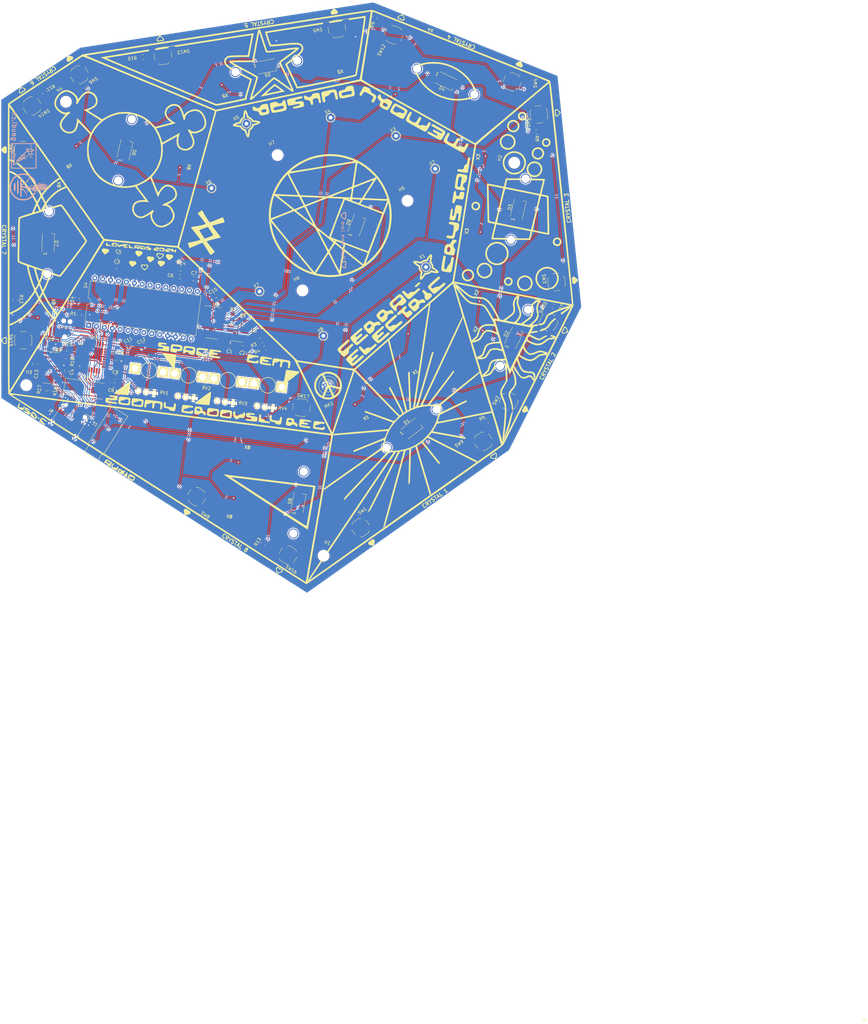
<source format=kicad_pcb>
(kicad_pcb (version 20211014) (generator pcbnew)
  (title_block (title "Ferral-Electric-Crystal-Pulsar") (date "2024-01-29") (company "GaudiLabs"))
  (layers (0 "F.Cu" signal) (31 "B.Cu" signal) (34 "B.Paste" user) (35 "F.Paste" user) (36 "B.SilkS" user "B.Silkscreen") (37 "F.SilkS" user "F.Silkscreen") (38 "B.Mask" user) (39 "F.Mask" user) (44 "Edge.Cuts" user))
  (net 0 "")
  (net 1 "Net-(C1-Pad1)")
  (net 2 "Net-(C1-Pad2)")
  (net 3 "CRYSTAL")
  (net 4 "GND")
  (net 5 "VCC")
  (net 6 "Net-(C6-Pad1)")
  (net 7 "Net-(C6-Pad2)")
  (net 8 "Net-(C7-Pad2)")
  (net 9 "Net-(C10-Pad2)")
  (net 10 "Net-(C11-Pad1)")
  (net 11 "Net-(C11-Pad2)")
  (net 12 "Net-(C12-Pad1)")
  (net 13 "RESET")
  (net 14 "Net-(C13-Pad2)")
  (net 15 "Net-(D1-Pad1)")
  (net 16 "PIXEL")
  (net 17 "Net-(D2-Pad1)")
  (net 18 "Net-(D3-Pad1)")
  (net 19 "Net-(D4-Pad1)")
  (net 20 "Net-(D5-Pad1)")
  (net 21 "Net-(D6-Pad1)")
  (net 22 "Net-(D7-Pad1)")
  (net 23 "Net-(D8-Pad1)")
  (net 29 "D-")
  (net 30 "Net-(J2-PadB5)")
  (net 36 "D+")
  (net 37 "Net-(J2-PadA5)")
  (net 40 "Net-(C16-Pad2)")
  (net 41 "Net-(R6-Pad1)")
  (net 42 "Net-(R7-Pad1)")
  (net 43 "Net-(R8-Pad1)")
  (net 44 "Net-(R9-Pad1)")
  (net 45 "Net-(R10-Pad1)")
  (net 46 "Net-(R11-Pad1)")
  (net 47 "Net-(R12-Pad1)")
  (net 48 "Net-(R13-Pad1)")
  (net 49 "Net-(R15-Pad1)")
  (net 50 "TX")
  (net 51 "Net-(R16-Pad1)")
  (net 52 "RX")
  (net 53 "SW9")
  (net 54 "SW1")
  (net 55 "SW2")
  (net 56 "SW3")
  (net 57 "SW4")
  (net 58 "SW5")
  (net 59 "SW6")
  (net 60 "SW7")
  (net 61 "INT")
  (net 62 "SWA")
  (net 63 "SWB")
  (net 64 "SWC")
  (net 65 "SS")
  (net 66 "MOSI")
  (net 67 "MISO")
  (net 68 "SCK")
  (net 72 "RAC")
  (net 81 "Net-(C8-Pad2)")
  (net 82 "Net-(C9-Pad2)")
  (net 83 "BUT")
  (net 85 "POT1")
  (net 86 "POT2")
  (net 87 "POT3")
  (net 88 "POT4")
  (net 89 "SW8")
  (footprint "LED_SMD:LED_SK6812MINI_PLCC4_3.5x3.5mm_P1.75mm" (layer "F.Cu") (at 180.506945 117.36129 63.5)
    (fp_text reference "D2")
    (fp_text value "SK6812MINI")
  )
  (footprint "Resistor_SMD:R_0805_2012Metric" (layer "F.Cu") (at 30.806778 39.143475 123.5)
    (fp_text reference "R11")
    (fp_text value "10k")
  )
  (footprint "GaudiLabsFootPrints:CrystalHolder" (layer "F.Cu") (at 158.71 35.7 -24.2)
    (fp_text reference "REF**" hide)
    (fp_text value "CrystalHolder")
  )
  (footprint "Package_SO:SOIC-16_3.9x9.9mm_P1.27mm" (layer "F.Cu") (at 32.741113 126.907009 -7.5)
    (fp_text reference "U5")
    (fp_text value "CH340C")
  )
  (footprint "Resistor_SMD:R_0805_2012Metric" (layer "F.Cu") (at 193.031444 107.272948 153.5)
    (fp_text reference "R7")
    (fp_text value "10k")
  )
  (footprint "Resistor_SMD:R_0805_2012Metric" (layer "F.Cu") (at 32.495615 134.37073 82.5)
    (fp_text reference "R18")
    (fp_text value "5.1k")
  )
  (footprint "GaudiLabsFootPrints:CrystalHolder" (layer "F.Cu") (at 101.488572 30.83 10.5)
    (fp_text reference "REF**" hide)
    (fp_text value "CrystalHolder")
  )
  (footprint "GaudiLabsFootPrints:Fiducial_1mm_Dia_2.54mm_Outer_CopperBottom" (layer "F.Cu") (at 183.956879 99.919393 26.5)
    (fp_text reference "FID1" hide)
    (fp_text value "Fiducial")
  )
  (footprint "Button_Switch_SMD:SW_SPST_TL3342" (layer "F.Cu") (at 131.582633 177.873718 35)
    (fp_text reference "SW1")
    (fp_text value "SW_Push")
  )
  (footprint "TestPoint:TestPoint_THTPad_D2.5mm_Drill1.2mm" (layer "F.Cu") (at 99.309688 102.578126 26.5)
    (fp_text reference "X7")
    (fp_text value "PAD6")
  )
  (footprint "MountingHole:MountingHole_3.2mm_M3" (layer "F.Cu") (at 180.570287 61.57143 26.5)
    (fp_text reference "H2")
    (fp_text value "MountingHole")
  )
  (footprint "GaudiLabsFootPrints:Zxgs-4015p Electret Microphone" (layer "F.Cu") (at 121.193558 132.597607 26.5)
    (fp_text reference "MK1")
    (fp_text value "Microphone")
  )
  (footprint "GaudiLabsFootPrints:POT" (layer "F.Cu") (at 101.952725 132.487609 -7.5)
    (fp_text reference "RV4")
    (fp_text value "R_Potentiometer")
  )
  (footprint "TestPoint:TestPoint_THTPad_D2.5mm_Drill1.2mm" (layer "F.Cu") (at 152.407281 94.798751 26.5)
    (fp_text reference "X1")
    (fp_text value "PAD0")
  )
  (footprint "TestPoint:TestPoint_THTPad_D2.5mm_Drill1.2mm" (layer "F.Cu") (at 119.673159 116.728732 26.5)
    (fp_text reference "X8")
    (fp_text value "PAD7")
  )
  (footprint "GaudiLabsLogos:CrystalHeartEmpty" (layer "F.Cu") (at 194.418863 45.609159 95.5)
    (fp_text reference "G***" hide)
    (fp_text value "LOGO" hide)
  )
  (footprint "TestPoint:TestPoint_THTPad_D2.5mm_Drill1.2mm" (layer "F.Cu") (at 155.349709 63.497121 26.5)
    (fp_text reference "X2")
    (fp_text value "PAD1")
  )
  (footprint "GaudiLabsFootPrints:POT" (layer "F.Cu") (at 64.04783 127.708578 -7.5)
    (fp_text reference "RV1")
    (fp_text value "R_Potentiometer")
  )
  (footprint "Resistor_SMD:R_0805_2012Metric" (layer "F.Cu") (at 38.197651 124.089827 82.5)
    (fp_text reference "R16")
    (fp_text value "2.2k")
  )
  (footprint "Resistor_SMD:R_0805_2012Metric" (layer "F.Cu") (at 90.646896 110.685222 -97.5)
    (fp_text reference "R2")
    (fp_text value "100k?")
  )
  (footprint "Resistor_SMD:R_0805_2012Metric" (layer "F.Cu") (at 99.819573 118.280385 26.5)
    (fp_text reference "R3")
    (fp_text value "R")
  )
  (footprint "GaudiLabsLogos:CrystalHeartEmpty" (layer "F.Cu") (at 105.412113 191.5859 -32.5)
    (fp_text reference "G***" hide)
    (fp_text value "LOGO" hide)
  )
  (footprint "LED_SMD:LED_SK6812MINI_PLCC4_3.5x3.5mm_P1.75mm" (layer "F.Cu") (at 56.383645 57.472591 77.5)
    (fp_text reference "D6")
    (fp_text value "SK6812MINI")
  )
  (footprint "Connector:Tag-Connect_TC2030-IDC-NL_2x03_P1.27mm_Vertical" (layer "F.Cu") (at 37.486638 114.573765 82.5)
    (fp_text reference "J3")
    (fp_text value "Conn_02x03_Odd_Even")
  )
  (footprint "Button_Switch_SMD:SW_SPST_TL3342" (layer "F.Cu") (at 23.918577 118.15396 90)
    (fp_text reference "SW15")
    (fp_text value "SW_Push")
  )
  (footprint "Capacitor_SMD:C_0805_2012Metric" (layer "F.Cu") (at 54.101988 91.402229 172.5)
    (fp_text reference "C3")
    (fp_text value "100nF")
  )
  (footprint "Resistor_SMD:R_0805_2012Metric" (layer "F.Cu") (at 100.559909 183.100405 57.5)
    (fp_text reference "R13")
    (fp_text value "10k")
  )
  (footprint "MountingHole:MountingHole_3.2mm_M3" (layer "F.Cu") (at 105.078884 59.128903 26.5)
    (fp_text reference "H7")
    (fp_text value "MountingHole")
  )
  (footprint "GaudiLabsLogos:CrystalHeartEmpty" (layer "F.Cu") (at 144.61184 15.175421 157.5)
    (fp_text reference "G***" hide)
    (fp_text value "LOGO" hide)
  )
  (footprint "GaudiLabsFootPrints:POT" (layer "F.Cu") (at 89.231309 130.885556 -7.5)
    (fp_text reference "RV3")
    (fp_text value "R_Potentiometer")
  )
  (footprint "GaudiLabsLogos:CrystalHeartEmpty" (layer "F.Cu") (at 62.637635 94.906333)
    (fp_text reference "G***" hide)
    (fp_text value "LOGO" hide)
  )
  (footprint "Capacitor_SMD:C_0805_2012Metric" (layer "F.Cu") (at 41.164958 104.739236 82.5)
    (fp_text reference "C14")
    (fp_text value "100nF")
  )
  (footprint "GaudiLabsLogos:CrystalHeartEmpty" (layer "F.Cu") (at 67.597033 21.976345 -172)
    (fp_text reference "G***" hide)
    (fp_text value "LOGO" hide)
  )
  (footprint "GaudiLabsLogos:CrystalHeartFull" (layer "F.Cu") (at 50.093496 89.825527 -7.5)
    (fp_text reference "G***" hide)
    (fp_text value "LOGO" hide)
  )
  (footprint "GaudiLabsLogos:CrystalHeartFull" (layer "F.Cu") (at 70.529063 91.658586 -7.5)
    (fp_text reference "G***" hide)
    (fp_text value "LOGO" hide)
  )
  (footprint "GaudiLabsLogos:CrystalSilk" (layer "F.Cu") (at 110.542841 95.457819 26.5)
    (fp_text reference "G***" hide)
    (fp_text value "LOGO" hide)
  )
  (footprint "GaudiLabsFootPrints:Fiducial_1mm_Dia_2.54mm_Outer_CopperBottom" (layer "F.Cu") (at 130.227928 17.794644 26.5)
    (fp_text reference "FID2" hide)
    (fp_text value "Fiducial")
  )
  (footprint "GaudiLabsLogos:CrystalHeartEmpty" (layer "F.Cu") (at 67.548202 91.316579 -7.5)
    (fp_text reference "G***" hide)
    (fp_text value "LOGO" hide)
  )
  (footprint "Capacitor_SMD:C_0805_2012Metric" (layer "F.Cu") (at 31.85083 119.316778 -7.5)
    (fp_text reference "C10")
    (fp_text value "100n")
  )
  (footprint "Button_Switch_SMD:SW_SPST_TL3342" (layer "F.Cu") (at 26.744833 43.432202 33.5)
    (fp_text reference "SW14")
    (fp_text value "SW_Push")
  )
  (footprint "GaudiLabsLogos:CrystalHeartFull" (layer "F.Cu") (at 17.814806 57.456467 -90)
    (fp_text reference "G***" hide)
    (fp_text value "LOGO" hide)
  )
  (footprint "Button_Switch_SMD:SW_SPST_TL3342" (layer "F.Cu") (at 191.523054 112.338169 63.5)
    (fp_text reference "SW10")
    (fp_text value "SW_Push")
  )
  (footprint "Package_DIP:DIP-28_W15.24mm" (layer "F.Cu") (at 44.777043 113.380121 82.5)
    (fp_text reference "U4")
    (fp_text value "ISD4004")
  )
  (footprint "Capacitor_SMD:C_0805_2012Metric" (layer "F.Cu") (at 62.681371 119.655887 -153.5)
    (fp_text reference "C12")
    (fp_text value "1uF")
  )
  (footprint "MountingHole:MountingHole_3.2mm_M3" (layer "F.Cu") (at 24.912693 132.463547 26.5)
    (fp_text reference "H3")
    (fp_text value "MountingHole")
  )
  (footprint "MountingHole:MountingHole_3.2mm_M3" (layer "F.Cu") (at 113.012669 102.27169 26.5)
    (fp_text reference "H6")
    (fp_text value "MountingHole")
  )
  (footprint "Resistor_SMD:R_0805_2012Metric" (layer "F.Cu") (at 41.698072 110.00232 82.5)
    (fp_text reference "R1")
    (fp_text value "10k")
  )
  (footprint "Capacitor_SMD:C_0805_2012Metric" (layer "F.Cu") (at 85.171737 103.917133 26.5)
    (fp_text reference "C15")
    (fp_text value "100nF")
  )
  (footprint "Capacitor_SMD:C_0805_2012Metric" (layer "F.Cu") (at 73.90594 97.878188 172.5)
    (fp_text reference "C6")
    (fp_text value "1uF")
  )
  (footprint "Button_Switch_SMD:SW_SPST_TL3342" (layer "F.Cu") (at 124.015948 18.865302 8.5)
    (fp_text reference "SW5")
    (fp_text value "SW_Push")
  )
  (footprint "GaudiLabsFootPrints:Fiducial_1mm_Dia_2.54mm_Outer_CopperBottom" (layer "F.Cu") (at 27.483865 50.315663 26.5)
    (fp_text reference "FID3" hide)
    (fp_text value "Fiducial")
  )
  (footprint "Capacitor_SMD:C_0805_2012Metric" (layer "F.Cu") (at 37.851511 128.012957 82.5)
    (fp_text reference "C4")
    (fp_text value "100nF")
  )
  (footprint "Capacitor_SMD:C_0805_2012Metric" (layer "F.Cu") (at 53.680389 94.604596 172.5)
    (fp_text reference "C5")
    (fp_text value "22uF")
  )
  (footprint "TestPoint:TestPoint_THTPad_D2.5mm_Drill1.2mm" (layer "F.Cu") (at 95.14425 49.086616 26.5)
    (fp_text reference "X5")
    (fp_text value "PAD4")
  )
  (footprint "Resistor_SMD:R_0805_2012Metric" (layer "F.Cu") (at 171.885895 143.879233 35)
    (fp_text reference "R6")
    (fp_text value "10k")
  )
  (footprint "GaudiLabsLogos:CrystalHeartEmpty" (layer "F.Cu") (at 196.850694 115.112472 63.5)
    (fp_text reference "G***" hide)
    (fp_text value "LOGO" hide)
  )
  (footprint "GaudiLabsLogos:CrystalHeartEmpty" (layer "F.Cu") (at 174.176829 155.216811 35)
    (fp_text reference "G***" hide)
    (fp_text value "LOGO" hide)
  )
  (footprint "GaudiLabsLogos:CrystalHeartEmpty" (layer "F.Cu") (at 17.800235 118.244616 -90)
    (fp_text reference "G***" hide)
    (fp_text value "LOGO" hide)
  )
  (footprint "Capacitor_SMD:C_0805_2012Metric" (layer "F.Cu") (at 78.268461 98.475646 172.5)
    (fp_text reference "C7")
    (fp_text value "1uF")
  )
  (footprint "GaudiLabsLogos:CrystalHeartFull" (layer "F.Cu") (at 135.192574 182.728289 35)
    (fp_text reference "G***" hide)
    (fp_text value "LOGO" hide)
  )
  (footprint "TestPoint:TestPoint_THTPad_D2.5mm_Drill1.2mm" (layer "F.Cu") (at 142.848568 53.013651 26.5)
    (fp_text reference "X3")
    (fp_text value "PAD2")
  )
  (footprint "Button_Switch_SMD:SW_SPST_TL3342" (layer "F.Cu") (at 79.236046 167.964838 -32.5)
    (fp_text reference "SW8")
    (fp_text value "SW_Push")
  )
  (footprint "MountingHole:MountingHole_3.2mm_M3" (layer "F.Cu") (at 119.745632 186.820647 26.5)
    (fp_text reference "H1")
    (fp_text value "MountingHole")
  )
  (footprint "GaudiLabsFootPrints:CrystalHolder" (layer "F.Cu") (at 147.853533 146.282386 37.5)
    (fp_text reference "REF**" hide)
    (fp_text value "CrystalHolder")
  )
  (footprint "GaudiLabsLogos:CrystalHeartFull" (layer "F.Cu") (at 123.107712 13.383815 -172)
    (fp_text reference "G***" hide)
    (fp_text value "LOGO" hide)
  )
  (footprint "GaudiLabsLogos:CrystalHeartFull" (layer "F.Cu") (at 38.654416 28.256774 -146.5)
    (fp_text reference "G***" hide)
    (fp_text value "LOGO" hide)
  )
  (footprint "Capacitor_SMD:C_0805_2012Metric" (layer "F.Cu") (at 27.733643 125.738568 -97.5)
    (fp_text reference "C13")
    (fp_text value "100n")
  )
  (footprint "GaudiLabsLogos:CrystalHeartFull" (layer "F.Cu") (at 76.037221 173.001307 -32.5)
    (fp_text reference "G***" hide)
    (fp_text value "LOGO" hide)
  )
  (footprint "TestPoint:TestPoint_THTPad_D2.5mm_Drill1.2mm" (layer "F.Cu") (at 83.985256 69.668146 26.5)
    (fp_text reference "X6")
    (fp_text value "PAD5")
  )
  (footprint "GaudiLabsFootPrints:Jack3_5_Switchcraft_35RASMT4BHNTRX" (layer "F.Cu") (at 46.929939 153.047497 57.5)
    (fp_text reference "J1")
    (fp_text value "JACK_TRS_6PINS")
  )
  (footprint "Capacitor_SMD:C_0805_2012Metric" (layer "F.Cu") (at 52.94001 132.390423 172.5)
    (fp_text reference "C8")
    (fp_text value "22pF")
  )
  (footprint "Button_Switch_SMD:SW_SPST_TL3342" (layer "F.Cu") (at 41.827244 33.476455 33.5)
    (fp_text reference "SW6")
    (fp_text value "SW_Push")
  )
  (footprint "MountingHole:MountingHole_3.2mm_M3" (layer "F.Cu") (at 146.519107 73.665682 26.5)
    (fp_text reference "H5")
    (fp_text value "MountingHole")
  )
  (footprint "LED_SMD:LED_SK6812MINI_PLCC4_3.5x3.5mm_P1.75mm" (layer "F.Cu") (at 101.488572 30.838549 10.5)
    (fp_text reference "D5")
    (fp_text value "SK6812MINI")
  )
  (footprint "Button_Switch_SMD:SW_SPST_TL3342" (layer "F.Cu") (at 142.138684 20.802239 -22.5)
    (fp_text reference "SW12")
    (fp_text value "SW_Push")
  )
  (footprint "GaudiLabsLogos:CrystalHeartFull" (layer "F.Cu") (at 64.490275 92.326076 -7.5)
    (fp_text reference "G***" hide)
    (fp_text value "LOGO" hide)
  )
  (footprint "Package_QFP:TQFP-32_7x7mm_P0.8mm" (layer "F.Cu") (at 45.937967 123.344281 -7.5)
    (fp_text reference "U1")
    (fp_text value "ATmega328P-A")
  )
  (footprint "Button_Switch_SMD:SW_SPST_TL3342" (layer "F.Cu") (at 68.519308 27.474602 8)
    (fp_text reference "SW13")
    (fp_text value "SW_Push")
  )
  (footprint "Resistor_SMD:R_0805_2012Metric" (layer "F.Cu") (at 37.86856 120.875443 -7.5)
    (fp_text reference "R15")
    (fp_text value "2.2k")
  )
  (footprint "Capacitor_SMD:C_0805_2012Metric" (layer "F.Cu") (at 53.211156 129.908694 172.5)
    (fp_text reference "C9")
    (fp_text value "22pF")
  )
  (footprint "GaudiLabsFootPrints:CrystalHolder" (layer "F.Cu") (at 111.746321 169.880047 80.5)
    (fp_text reference "REF**" hide)
    (fp_text value "CrystalHolder")
  )
  (footprint "Package_SO:SOIC-16_3.9x9.9mm_P1.27mm" (layer "F.Cu") (at 84.611441 112.550391 -7.5)
    (fp_text reference "U2")
    (fp_text value "CD4051B")
  )
  (footprint "LED_SMD:LED_SK6812MINI_PLCC4_3.5x3.5mm_P1.75mm" (layer "F.Cu") (at 31.896388 87.068237 88.5)
    (fp_text reference "D7")
    (fp_text value "SK6812MINI")
  )
  (footprint "TestPoint:TestPoint_THTPad_D2.5mm_Drill1.2mm" (layer "F.Cu") (at 121.988206 47.167241 26.5)
    (fp_text reference "X4")
    (fp_text value "PAD3")
  )
  (footprint "GaudiLabsLogos:CrystalHeartFull" (layer "F.Cu") (at 58.80627 93.746315 -7.5)
    (fp_text reference "G***" hide)
    (fp_text value "LOGO" hide)
  )
  (footprint "LED_SMD:LED_SK6812MINI_PLCC4_3.5x3.5mm_P1.75mm" (layer "F.Cu") (at 130.285252 81.536104 69)
    (fp_text reference "D9")
    (fp_text value "SK6812MINI")
  )
  (footprint "Button_Switch_SMD:SW_SPST_TL3342" (layer "F.Cu") (at 188.436398 46.151482 95.5)
    (fp_text reference "SW11")
    (fp_text value "SW_Push")
  )
  (footprint "GaudiLabsFootPrints:CrystalHolder" (layer "F.Cu") (at 56.383645 57.47 77.5)
    (fp_text reference "REF**" hide)
    (fp_text value "CrystalHolder")
  )
  (footprint "GaudiLabsFootPrints:CrystalHolder" (layer "F.Cu") (at 181.850424 76.35 76.5)
    (fp_text reference "REF**" hide)
    (fp_text value "CrystalHolder")
  )
  (footprint "Resistor_SMD:R_0805_2012Metric" (layer "F.Cu") (at 101.104775 120.723632 26.5)
    (fp_text reference "R4")
    (fp_text value "R")
  )
  (footprint "GaudiLabsLogos:CrystalHeartFull" (layer "F.Cu") (at 199.887663 99.01622 95.5)
    (fp_text reference "G***" hide)
    (fp_text value "LOGO" hide)
  )
  (footprint "Package_SO:SOIC-8_3.9x4.9mm_P1.27mm" (layer "F.Cu") (at 92.286644 115.96868 -7.5)
    (fp_text reference "U3")
    (fp_text value "OPA196xD")
  )
  (footprint "LED_SMD:LED_SK6812MINI_PLCC4_3.5x3.5mm_P1.75mm" (layer "F.Cu") (at 111.746321 169.880047 80.5)
    (fp_text reference "D8")
    (fp_text value "SK6812MINI")
  )
  (footprint "Resistor_SMD:R_0805_2012Metric" (layer "F.Cu") (at 30.407454 134.082142 82.5)
    (fp_text reference "R17")
    (fp_text value "5.1k")
  )
  (footprint "GaudiLabsLogos:CrystalGold" (layer "F.Cu") (at 111.991935 98.126991 26.5)
    (fp_text reference "G***" hide)
    (fp_text value "LOGO" hide)
  )
  (footprint "GaudiLabsFootPrints:USB_C_Receptacle_Amphenol_12401610E4-2A" (layer "F.Cu") (at 38.275594 144.349441 -32.5)
    (fp_text reference "J2")
    (fp_text value "USB_C_Receptacle")
  )
  (footprint "GaudiLabsFootPrints:POT" (layer "F.Cu") (at 76.679804 129.310529 -7.5)
    (fp_text reference "RV2")
    (fp_text value "R_Potentiometer")
  )
  (footprint "Crystal:Crystal_SMD_HC49-SD" (layer "F.Cu") (at 43.685735 133.641059 -7.5)
    (fp_text reference "Y1")
    (fp_text value "16MHz")
  )
  (footprint "GaudiLabsFootPrints:CrystalHolder" (layer "F.Cu") (at 180.506945 117.36129 63.5)
    (fp_text reference "REF**" hide)
    (fp_text value "CrystalHolder")
  )
  (footprint "Resistor_SMD:R_0805_2012Metric" (layer "F.Cu") (at 187.603014 51.781911 -174.5)
    (fp_text reference "R8")
    (fp_text value "10k")
  )
  (footprint "GaudiLabsLogos:CrystalHeartFull" (layer "F.Cu") (at 182.297318 30.099591 157.5)
    (fp_text reference "G***" hide)
    (fp_text value "LOGO" hide)
  )
  (footprint "Button_Switch_SMD:SW_SPST_TL3342" (layer "F.Cu") (at 170.689795 150.336388 35)
    (fp_text reference "SW9")
    (fp_text value "SW_Push")
  )
  (footprint "GaudiLabsFootPrints:CrystalHolder" (layer "F.Cu") (at 31.896388 87.06 88.5)
    (fp_text reference "REF**" hide)
    (fp_text value "CrystalHolder")
  )
  (footprint "Button_Switch_SMD:SW_SPST_TL3342" (layer "F.Cu") (at 194.050869 99.590971 95.5)
    (fp_text reference "SW3")
    (fp_text value "SW_Push")
  )
  (footprint "Resistor_SMD:R_0805_2012Metric" (layer "F.Cu") (at 74.177085 95.396459 172.5)
    (fp_text reference "R14")
    (fp_text value "2.2k")
  )
  (footprint "Capacitor_SMD:C_0805_2012Metric" (layer "F.Cu") (at 54.290409 124.677517 -97.5)
    (fp_text reference "C16")
    (fp_text value "100n")
  )
  (footprint "MountingHole:MountingHole_3.2mm_M3" (layer "F.Cu") (at 37.55102 42.111773 26.5)
    (fp_text reference "H4")
    (fp_text value "MountingHole")
  )
  (footprint "GaudiLabsLogos:CrystalHeartEmpty" (layer "F.Cu") (at 23.413686 38.306068 -146.5)
    (fp_text reference "G***" hide)
    (fp_text value "LOGO" hide)
  )
  (footprint "GaudiLabsLogos:CrystalHeartFull" (layer "F.Cu") (at 60.793325 90.528146 -7.5)
    (fp_text reference "G***" hide)
    (fp_text value "LOGO" hide)
  )
  (footprint "LED_SMD:LED_SK6812MINI_PLCC4_3.5x3.5mm_P1.75mm" (layer "F.Cu") (at 181.850424 76.353302 76.5)
    (fp_text reference "D3")
    (fp_text value "SK6812MINI")
  )
  (footprint "Button_Switch_SMD:SW_SPST_TL3342" (layer "F.Cu") (at 108.386669 186.584143 -32.5)
    (fp_text reference "SW16")
    (fp_text value "SW_Push")
  )
  (footprint "GaudiLabsLogos:CrystalHeartFull" (layer "F.Cu") (at 184.174387 140.264384 63.5)
    (fp_text reference "G***" hide)
    (fp_text value "LOGO" hide)
  )
  (footprint "GaudiLabsLogos:CrystalHeartFull" (layer "F.Cu") (at 67.942003 93.688271 -7.5)
    (fp_text reference "G***" hide)
    (fp_text value "LOGO" hide)
  )
  (footprint "Resistor_SMD:R_0805_2012Metric" (layer "F.Cu") (at 136.049033 15.283439 67.5)
    (fp_text reference "R9")
    (fp_text value "10k")
  )
  (footprint "Capacitor_SMD:C_0805_2012Metric" (layer "F.Cu") (at 89.900017 120.006602 -7.5)
    (fp_text reference "C1")
    (fp_text value "100nF")
  )
  (footprint "Resistor_SMD:R_0805_2012Metric" (layer "F.Cu") (at 62.114857 27.875209 -172)
    (fp_text reference "R10")
    (fp_text value "10k")
  )
  (footprint "Button_Switch_SMD:SW_SPST_TL3342" (layer "F.Cu") (at 178.83823 137.591352 63.5)
    (fp_text reference "SW2")
    (fp_text value "SW_Push")
  )
  (footprint "LED_SMD:LED_SK6812MINI_PLCC4_3.5x3.5mm_P1.75mm" (layer "F.Cu") (at 158.777342 35.571408 -25.5)
    (fp_text reference "D4")
    (fp_text value "SK6812MINI")
  )
  (footprint "Capacitor_SMD:C_0805_2012Metric" (layer "F.Cu") (at 93.945002 120.617115 -7.5)
    (fp_text reference "C2")
    (fp_text value "10nF")
  )
  (footprint "Capacitor_SMD:C_0805_2012Metric" (layer "F.Cu") (at 58.388352 119.449767 26.5)
    (fp_text reference "C11")
    (fp_text value "1uF")
  )
  (footprint "Button_Switch_SMD:SW_SPST_TL3342" (layer "F.Cu") (at 23.839851 57.507196 90)
    (fp_text reference "SW7")
    (fp_text value "SW_Push")
  )
  (footprint "Resistor_SMD:R_0805_2012Metric" (layer "F.Cu") (at 93.707719 111.684182 -7.5)
    (fp_text reference "R5")
    (fp_text value "100M")
  )
  (footprint "Button_Switch_SMD:SW_SPST_TL3342" (layer "F.Cu") (at 179.924754 35.779634 -22.5)
    (fp_text reference "SW4")
    (fp_text value "SW_Push")
  )
  (footprint "Button_Switch_SMD:SW_SPST_TL3342" (layer "F.Cu") (at 112.728935 139.627152 -7.5)
    (fp_text reference "SW17")
    (fp_text value "SW_Push")
  )
  (footprint "LED_SMD:LED_SK6812MINI_PLCC4_3.5x3.5mm_P1.75mm" (layer "F.Cu") (at 147.925915 146.254565 38.5)
    (fp_text reference "D1")
    (fp_text value "SK6812MINI")
  )
  (footprint "Resistor_SMD:R_0805_2012Metric" (layer "F.Cu") (at 21.370469 105.445721 90)
    (fp_text reference "R12")
    (fp_text value "10k")
  )
  (footprint "GaudiLabsLogos:MirnadaEnergyCommunity" (layer "B.Cu") (at 26.270588 69.280237 90)
    (fp_text reference "G***" hide)
    (fp_text value "LOGO" hide)
  )
  (footprint "GaudiLabsLogos:CrystalHeartEmpty" (layer "B.Cu") (at 126.070962 78.440808 86.29)
    (fp_text reference "G***" hide)
    (fp_text value "LOGO" hide)
  )
  (footprint "GaudiLabsLogos:CrystalHeartEmpty" (layer "B.Cu") (at 126.040962 93.970808 86.29)
    (fp_text reference "G***" hide)
    (fp_text value "LOGO" hide)
  )
  (footprint "GaudiLabsLogos:GaudiLabs_8" (layer "B.Cu") (at 24.1 59.36 90)
    (fp_text reference "G***" hide)
    (fp_text value "LOGO" hide)
  )
  (gr_rect (start 28.08 63.35) (end 20.1 55.37) (layer "B.SilkS") (width 0.15) (fill none))
  (gr_circle (center 76.690566 129.309252) (end 78.927901 128.193758) (layer "F.SilkS") (width 0.2) (fill none))
  (gr_circle (center 101.945589 132.495256) (end 104.182925 131.379761) (layer "F.SilkS") (width 0.2) (fill none))
  (gr_circle (center 64.045156 127.725175) (end 66.282491 126.609679) (layer "F.SilkS") (width 0.2) (fill none))
  (gr_circle (center 89.237584 130.89769) (end 91.474919 129.782195) (layer "F.SilkS") (width 0.2) (fill none))
  (gr_line (start 179.128238 153.347956) (end 114.471294 198.983408) (layer "Edge.Cuts") (width 0.027903))
  (gr_line (start 114.471294 198.983408) (end 16.648137 136.740859) (layer "Edge.Cuts") (width 0.027903))
  (gr_line (start 135.62644 10.156093) (end 194.634048 33.671198) (layer "Edge.Cuts") (width 0.027903))
  (gr_line (start 194.634048 33.671198) (end 202.258302 107.56762) (layer "Edge.Cuts") (width 0.027903))
  (gr_line (start 16.598315 41.356237) (end 42.039864 24.622232) (layer "Edge.Cuts") (width 0.027903))
  (gr_line (start 42.039864 24.622232) (end 135.62644 10.156093) (layer "Edge.Cuts") (width 0.027903))
  (gr_line (start 16.648137 136.740859) (end 16.598315 41.356237) (layer "Edge.Cuts") (width 0.027903))
  (gr_line (start 202.258302 107.56762) (end 179.128238 153.347956) (layer "Edge.Cuts") (width 0.027903))
  (gr_text "Make More Love" (at 125.99 86.29 270) (layer "B.SilkS") (effects (font (size 1 1)) (justify mirror)))
  (gr_text "gaudi.ch" (at 21.14 49.93 270) (layer "B.SilkS") (effects (font (size 1.5 1.5) (thickness 0.25)) (justify mirror)))
  (gr_text "X5" (at 88.295672 40.158076 192.5) (layer "F.SilkS") (effects (font (size 1 1) (thickness 0.2))))
  (gr_text "X6" (at 38.582271 62.591092 212.5) (layer "F.SilkS") (effects (font (size 1 1) (thickness 0.2))))
  (gr_text "X1" (at 149.011963 128.287098 32.5) (layer "F.SilkS") (effects (font (size 1 1) (thickness 0.2))))
  (gr_text "X5" (at 125.073443 32.472789 192.5) (layer "F.SilkS") (effects (font (size 1 1) (thickness 0.2))))
  (gr_text "X2" (at 168.260987 114.693303 62.5) (layer "F.SilkS") (effects (font (size 1 1) (thickness 0.2))))
  (gr_text "X4" (at 153.851363 19.205559 162.5) (layer "F.SilkS") (effects (font (size 1 1) (thickness 0.2))))
  (gr_text "CRYSTAL 4" (at 163.682518 23.038197 157.5) (layer "F.SilkS") (effects (font (size 1.2 1.2) (thickness 0.25))))
  (gr_text "X8" (at 89.720708 174.362215 -7.5) (layer "F.SilkS") (effects (font (size 1 1) (thickness 0.2))))
  (gr_text "CRYSTAL 6" (at 30.244089 33.753994 213.5) (layer "F.SilkS") (effects (font (size 1.2 1.2) (thickness 0.25))))
  (gr_text "X8" (at 33.584035 105.919371 272.5) (layer "F.SilkS") (effects (font (size 1 1) (thickness 0.2))))
  (gr_text "CRYSTAL 2" (at 191.270017 126.443007 63.5) (layer "F.SilkS") (effects (font (size 1.2 1.2) (thickness 0.25))))
  (gr_text "X6" (at 76.783502 62.940341 262.5) (layer "F.SilkS") (effects (font (size 1 1) (thickness 0.2))))
  (gr_text "CRYSTAL 7" (at 17.774514 86.063861 270) (layer "F.SilkS") (effects (font (size 1.2 1.2) (thickness 0.25))))
  (gr_text "X8" (at 95.426817 152.318424 -7.5) (layer "F.SilkS") (effects (font (size 1 1) (thickness 0.2))))
  (gr_text "CRYSTAL 5" (at 99.223347 17.128871 188) (layer "F.SilkS") (effects (font (size 1.2 1.2) (thickness 0.25))))
  (gr_text "X8" (at 35.277428 68.540623 272.5) (layer "F.SilkS") (effects (font (size 1 1) (thickness 0.2))))
  (gr_text "X3" (at 169.06752 59.687999 82.5) (layer "F.SilkS") (effects (font (size 1 1) (thickness 0.2))))
  (gr_text "X1" (at 133.323753 142.87417 32.5) (layer "F.SilkS") (effects (font (size 1 1) (thickness 0.2))))
  (gr_text "CRYSTAL 8" (at 91.455037 182.745713 -32.5) (layer "F.SilkS") (effects (font (size 1.2 1.2) (thickness 0.25))))
  (gr_text "X2" (at 168.586663 103.025997 62.5) (layer "F.SilkS") (effects (font (size 1 1) (thickness 0.2))))
  (gr_text "CRYSTAL 1" (at 155.266237 168.529678 35) (layer "F.SilkS") (effects (font (size 1.2 1.2) (thickness 0.25))))
  (gr_text "X3" (at 165.458221 83.349316 82.5) (layer "F.SilkS") (effects (font (size 1 1) (thickness 0.2))))
  (gr_text "CRYSTAL 3" (at 197.632998 76.004506 95.5) (layer "F.SilkS") (effects (font (size 1.2 1.2) (thickness 0.25))))
  (segment (start 88.201224 116.780184) (end 87.861856 119.357941) (width 0.25) (layer "F.Cu") (net 1))
  (segment (start 87.861856 119.357941) (end 88.18649 119.781012) (width 0.25) (layer "F.Cu") (net 1))
  (segment (start 88.952096 119.887243) (end 88.958144 119.882602) (width 0.25) (layer "F.Cu") (net 1))
  (segment (start 88.18649 119.781012) (end 88.958144 119.882602) (width 0.25) (layer "F.Cu") (net 1))
  (segment (start 100.636201 117.873229) (end 100.21917 121.040895) (width 0.25) (layer "F.Cu") (net 1))
  (segment (start 88.989764 116.175117) (end 88.201224 116.780184) (width 0.25) (layer "F.Cu") (net 1))
  (segment (start 98.252581 122.692732) (end 88.797064 121.44789) (width 0.25) (layer "F.Cu") (net 1))
  (segment (start 89.749934 116.275195) (end 88.989764 116.175117) (width 0.25) (layer "F.Cu") (net 1))
  (segment (start 88.754018 121.391791) (end 88.952096 119.887243) (width 0.25) (layer "F.Cu") (net 1))
  (segment (start 100.288147 121.130787) (end 98.252581 122.692732) (width 0.25) (layer "F.Cu") (net 1))
  (segment (start 88.797064 121.44789) (end 88.754018 121.391791) (width 0.25) (layer "F.Cu") (net 1))
  (segment (start 100.21917 121.040895) (end 100.288147 121.130787) (width 0.25) (layer "F.Cu") (net 1))
  (segment (start 92.330511 111.92765) (end 90.613489 111.7016) (width 0.25) (layer "F.Cu") (net 2))
  (segment (start 92.803025 111.565077) (end 92.330511 111.92765) (width 0.25) (layer "F.Cu") (net 2))
  (segment (start 92.314933 115.272509) (end 92.241388 115.831136) (width 0.25) (layer "F.Cu") (net 2))
  (segment (start 90.613489 111.7016) (end 90.52779 111.589916) (width 0.25) (layer "F.Cu") (net 2))
  (segment (start 92.936568 120.406371) (end 93.00313 120.493116) (width 0.25) (layer "F.Cu") (net 2))
  (segment (start 92.803025 111.565077) (end 92.314933 115.272509) (width 0.25) (layer "F.Cu") (net 2))
  (segment (start 89.915702 115.01606) (end 92.24884 115.323224) (width 0.25) (layer "F.Cu") (net 2))
  (segment (start 92.24884 115.323224) (end 92.314933 115.272509) (width 0.25) (layer "F.Cu") (net 2))
  (segment (start 91.751571 120.250364) (end 92.319902 115.933458) (width 0.25) (layer "F.Cu") (net 2))
  (segment (start 91.751571 120.250364) (end 92.936568 120.406371) (width 0.25) (layer "F.Cu") (net 2))
  (segment (start 90.841889 120.130602) (end 91.751571 120.250364) (width 0.25) (layer "F.Cu") (net 2))
  (segment (start 92.241388 115.831136) (end 92.319902 115.933458) (width 0.25) (layer "F.Cu") (net 2))
  (segment (start 66.763494 122.329474) (end 79.691935 124.031536) (width 0.25) (layer "F.Cu") (net 3))
  (segment (start 96.004868 120.596413) (end 95.680178 120.845556) (width 0.25) (layer "F.Cu") (net 3))
  (segment (start 50.41266 121.916128) (end 53.267332 122.291952) (width 0.25) (layer "F.Cu") (net 3))
  (segment (start 55.753096 122.836668) (end 56.278257 123.52107) (width 0.25) (layer "F.Cu") (net 3))
  (segment (start 65.181515 123.543369) (end 66.763494 122.329474) (width 0.25) (layer "F.Cu") (net 3))
  (segment (start 56.675557 128.011343) (end 57.427278 127.434528) (width 0.25) (layer "F.Cu") (net 3))
  (segment (start 97.232814 113.682543) (end 96.919551 116.06201) (width 0.25) (layer "F.Cu") (net 3))
  (segment (start 60.442408 122.919454) (end 65.181515 123.543369) (width 0.25) (layer "F.Cu") (net 3))
  (segment (start 57.749678 124.985659) (end 60.442408 122.919454) (width 0.25) (layer "F.Cu") (net 3))
  (segment (start 79.691935 124.031536) (end 82.104173 122.180561) (width 0.25) (layer "F.Cu") (net 3))
  (segment (start 96.919551 116.06201) (end 96.795551 117.003883) (width 0.25) (layer "F.Cu") (net 3))
  (segment (start 56.278257 123.52107) (end 55.777036 127.328219) (width 0.25) (layer "F.Cu") (net 3))
  (segment (start 96.951767 121.56328) (end 96.2329 120.626434) (width 0.25) (layer "F.Cu") (net 3))
  (segment (start 53.267332 122.291952) (end 53.452944 122.533847) (width 0.25) (layer "F.Cu") (net 3))
  (segment (start 95.92323 111.97586) (end 97.232814 113.682543) (width 0.25) (layer "F.Cu") (net 3))
  (segment (start 53.452944 122.533847) (end 55.753096 122.836668) (width 0.25) (layer "F.Cu") (net 3))
  (segment (start 94.612412 111.803287) (end 95.92323 111.97586) (width 0.25) (layer "F.Cu") (net 3))
  (segment (start 56.259151 127.956522) (end 56.675557 128.011343) (width 0.25) (layer "F.Cu") (net 3))
  (segment (start 55.777036 127.328219) (end 56.259151 127.956522) (width 0.25) (layer "F.Cu") (net 3))
  (segment (start 57.427278 127.434528) (end 57.749678 124.985659) (width 0.25) (layer "F.Cu") (net 3))
  (segment (start 96.919551 116.06201) (end 96.358289 120.325223) (width 0.25) (layer "F.Cu") (net 3))
  (segment (start 95.680178 120.845556) (end 94.886875 120.741115) (width 0.25) (layer "F.Cu") (net 3))
  (segment (start 96.795551 117.003883) (end 96.574317 117.173642) (width 0.25) (layer "F.Cu") (net 3))
  (segment (start 96.2329 120.626434) (end 96.004868 120.596413) (width 0.25) (layer "F.Cu") (net 3))
  (segment (start 96.574317 117.173642) (end 94.657586 116.9213) (width 0.25) (layer "F.Cu") (net 3))
  (segment (start 96.358289 120.325223) (end 96.004868 120.596413) (width 0.25) (layer "F.Cu") (net 3))
  (via (at 96.951767 121.56328) (size 0.8) (drill 0.4) (layers "F.Cu" "B.Cu") (net 3))
  (via (at 82.104173 122.180561) (size 0.8) (drill 0.4) (layers "F.Cu" "B.Cu") (net 3))
  (segment (start 82.104173 122.180561) (end 94.090741 123.758622) (width 0.25) (layer "B.Cu") (net 3))
  (segment (start 94.090741 123.758622) (end 96.951767 121.56328) (width 0.25) (layer "B.Cu") (net 3))
  (segment (start 54.414409 123.735644) (end 52.365961 123.465961) (width 0.25) (layer "F.Cu") (net 4))
  (segment (start 36.607827 141.23511) (end 34.457142 141.40585) (width 0.25) (layer "F.Cu") (net 4))
  (segment (start 133.03 15.54) (end 132.82 17.1) (width 0.25) (layer "F.Cu") (net 4))
  (segment (start 89.584166 117.53433) (end 90.031093 118.816451) (width 0.25) (layer "F.Cu") (net 4))
  (segment (start 53.881882 132.514423) (end 53.620131 134.134918) (width 0.25) (layer "F.Cu") (net 4))
  (segment (start 132.22 19.48) (end 129.93 21.41) (width 0.25) (layer "F.Cu") (net 4))
  (segment (start 130.87 14.93) (end 133.03 15.54) (width 0.25) (layer "F.Cu") (net 4))
  (segment (start 42.167907 142.89263) (end 41.237431 144.376268) (width 0.25) (layer "F.Cu") (net 4))
  (segment (start 43.292164 141.59319) (end 44.448351 141.974832) (width 0.25) (layer "F.Cu") (net 4))
  (segment (start 37.508735 130.561387) (end 36.494768 131.597905) (width 0.25) (layer "F.Cu") (net 4))
  (segment (start 30.867475 122.176984) (end 32.751937 122.027492) (width 0.25) (layer "F.Cu") (net 4))
  (segment (start 36.494768 131.597905) (end 36.455471 130.21091) (width 0.25) (layer "F.Cu") (net 4))
  (segment (start 41.880957 121.599811) (end 44.176103 121.978223) (width 0.25) (layer "F.Cu") (net 4))
  (segment (start 99.927332 32.017809) (end 101.53 31.45) (width 0.25) (layer "F.Cu") (net 4))
  (segment (start 132.82 17.1) (end 132.22 19.48) (width 0.25) (layer "F.Cu") (net 4))
  (segment (start 37.865018 139.42371) (end 37.529254 139.937482) (width 0.25) (layer "F.Cu") (net 4))
  (segment (start 42.89045 142.163096) (end 42.577353 142.242911) (width 0.25) (layer "F.Cu") (net 4))
  (segment (start 44.176103 121.978223) (end 45.058406 123.244217) (width 0.25) (layer "F.Cu") (net 4))
  (segment (start 39.222908 137.766775) (end 38.14776 136.96962) (width 0.25) (layer "F.Cu") (net 4))
  (segment (start 52.365961 123.465961) (end 52.008744 123.740063) (width 0.25) (layer "F.Cu") (net 4))
  (segment (start 38.257958 139.273715) (end 37.865018 139.42371) (width 0.25) (layer "F.Cu") (net 4))
  (segment (start 38.653511 138.638042) (end 39.222908 137.766775) (width 0.25) (layer "F.Cu") (net 4))
  (segment (start 44.112282 106.144432) (end 45.088064 109.994737) (width 0.25) (layer "F.Cu") (net 4))
  (segment (start 21.072669 109.476744) (end 20.425313 110.026954) (width 0.25) (layer "F.Cu") (net 4))
  (segment (start 37.529254 139.937482) (end 36.607827 141.23511) (width 0.25) (layer "F.Cu") (net 4))
  (segment (start 126.85051 16.520572) (end 130.87 14.93) (width 0.25) (layer "F.Cu") (net 4))
  (segment (start 34.457142 141.40585) (end 32.994802 140.638411) (width 0.25) (layer "F.Cu") (net 4))
  (segment (start 31.074589 117.913357) (end 33.640349 118.190628) (width 0.25) (layer "F.Cu") (net 4))
  (segment (start 54.414409 123.735644) (end 55.548698 124.312616) (width 0.25) (layer "F.Cu") (net 4))
  (segment (start 55.548698 124.312616) (end 55.345938 124.78015) (width 0.25) (layer "F.Cu") (net 4))
  (segment (start 44.448351 141.974832) (end 45.367368 144.264375) (width 0.25) (layer "F.Cu") (net 4))
  (segment (start 45.367368 144.264375) (end 44.752339 145.181948) (width 0.25) (layer "F.Cu") (net 4))
  (segment (start 45.058406 123.244217) (end 46.966673 123.535791) (width 0.25) (layer "F.Cu") (net 4))
  (segment (start 37.727512 128.95483) (end 37.508735 130.561387) (width 0.25) (layer "F.Cu") (net 4))
  (segment (start 30.908957 119.192778) (end 31.074589 117.913357) (width 0.25) (layer "F.Cu") (net 4))
  (segment (start 37.022839 113.231746) (end 35.073416 112.43847) (width 0.25) (layer "F.Cu") (net 4))
  (segment (start 55.043861 91.526229) (end 54.622261 94.728596) (width 0.25) (layer "F.Cu") (net 4))
  (segment (start 38.653511 138.638042) (end 38.257958 139.273715) (width 0.25) (layer "F.Cu") (net 4))
  (segment (start 46.966673 123.535791) (end 47.178376 122.080977) (width 0.25) (layer "F.Cu") (net 4))
  (segment (start 41.040958 105.681108) (end 44.112282 106.144432) (width 0.25) (layer "F.Cu") (net 4))
  (segment (start 36.455471 130.21091) (end 36.886263 126.172591) (width 0.25) (layer "F.Cu") (net 4))
  (segment (start 47.178376 122.080977) (end 46.25797 120.951175) (width 0.25) (layer "F.Cu") (net 4))
  (segment (start 33.640349 118.190628) (end 34.280011 119.384333) (width 0.25) (layer "F.Cu") (net 4))
  (segment (start 101.53 31.45) (end 99.81 25.62) (width 0.25) (layer "F.Cu") (net 4))
  (segment (start 42.577353 142.242911) (end 42.167907 142.89263) (width 0.25) (layer "F.Cu") (net 4))
  (segment (start 99.81 25.62) (end 104.66 22.69) (width 0.25) (layer "F.Cu") (net 4))
  (segment (start 43.292164 141.59319) (end 42.89045 142.163096) (width 0.25) (layer "F.Cu") (net 4))
  (segment (start 52.008744 123.740063) (end 50.203818 123.50244) (width 0.25) (layer "F.Cu") (net 4))
  (via (at 104.66 22.69) (size 0.8) (drill 0.4) (layers "F.Cu" "B.Cu") (net 4))
  (via (at 36.494768 131.597905) (size 0.8) (drill 0.4) (layers "F.Cu" "B.Cu") (net 4))
  (via (at 46.478841 144.249323) (size 0.8) (drill 0.4) (layers "F.Cu" "B.Cu") (net 4))
  (via (at 37.426643 136.471231) (size 0.8) (drill 0.4) (layers "F.Cu" "B.Cu") (net 4))
  (via (at 32.376108 141.737054) (size 0.8) (drill 0.4) (layers "F.Cu" "B.Cu") (net 4))
  (via (at 20.425313 110.026954) (size 0.8) (drill 0.4) (layers "F.Cu" "B.Cu") (net 4))
  (via (at 44.752339 145.181948) (size 0.8) (drill 0.4) (layers "F.Cu" "B.Cu") (net 4))
  (via (at 38.14776 136.96962) (size 0.8) (drill 0.4) (layers "F.Cu" "B.Cu") (net 4))
  (via (at 129.93 21.41) (size 0.8) (drill 0.4) (layers "F.Cu" "B.Cu") (net 4))
  (via (at 36.886263 126.172591) (size 0.8) (drill 0.4) (layers "F.Cu" "B.Cu") (net 4))
  (via (at 90.031093 118.816451) (size 0.8) (drill 0.4) (layers "F.Cu" "B.Cu") (net 4))
  (via (at 35.073416 112.43847) (size 0.8) (drill 0.4) (layers "F.Cu" "B.Cu") (net 4))
  (via (at 45.367368 144.264375) (size 0.8) (drill 0.4) (layers "F.Cu" "B.Cu") (net 4))
  (via (at 34.280011 119.384333) (size 0.8) (drill 0.4) (layers "F.Cu" "B.Cu") (net 4))
  (via (at 45.088064 109.994737) (size 0.8) (drill 0.4) (layers "F.Cu" "B.Cu") (net 4))
  (via (at 46.25797 120.951175) (size 0.8) (drill 0.4) (layers "F.Cu" "B.Cu") (net 4))
  (via (at 55.345938 124.78015) (size 0.8) (drill 0.4) (layers "F.Cu" "B.Cu") (net 4))
  (via (at 53.620131 134.134918) (size 0.8) (drill 0.4) (layers "F.Cu" "B.Cu") (net 4))
  (via (at 32.751937 122.027492) (size 0.8) (drill 0.4) (layers "F.Cu" "B.Cu") (net 4))
  (via (at 32.994802 140.638411) (size 0.8) (drill 0.4) (layers "F.Cu" "B.Cu") (net 4))
  (segment (start 38.14776 136.96962) (end 37.426643 136.471231) (width 0.25) (layer "B.Cu") (net 4))
  (segment (start 45.367368 144.264375) (end 46.478841 144.249323) (width 0.25) (layer "B.Cu") (net 4))
  (segment (start 32.994802 140.638411) (end 32.376108 141.737054) (width 0.25) (layer "B.Cu") (net 4))
  (segment (start 99.2564 182.586154) (end 96.653209 186.410794) (width 0.25) (layer "F.Cu") (net 5))
  (segment (start 17.684599 101.903757) (end 17.617743 104.138715) (width 0.5) (layer "F.Cu") (net 5))
  (segment (start 48.096537 125.64572) (end 49.890555 125.881907) (width 0.35) (layer "F.Cu") (net 5))
  (segment (start 169.351266 141.635027) (end 171.278057 141.939125) (width 0.25) (layer "F.Cu") (net 5))
  (segment (start 28.182557 35.135762) (end 17.65061 42.168938) (width 0.5) (layer "F.Cu") (net 5))
  (segment (start 17.65061 42.168938) (end 17.675207 85.397255) (width 0.5) (layer "F.Cu") (net 5))
  (segment (start 49.612609 96.110045) (end 69.785045 98.765796) (width 0.35) (layer "F.Cu") (net 5))
  (segment (start 136.398231 14.440399) (end 137.413616 12.216108) (width 0.25) (layer "F.Cu") (net 5))
  (segment (start 56.772425 130.646532) (end 56.821997 130.653058) (width 0.25) (layer "F.Cu") (net 5))
  (segment (start 40.368153 143.394404) (end 39.424767 144.354481) (width 0.5) (layer "F.Cu") (net 5))
  (segment (start 36.691303 115.750016) (end 35.797889 116.435556) (width 0.25) (layer "F.Cu") (net 5))
  (segment (start 37.364683 121.964033) (end 37.101019 122.166349) (width 0.25) (layer "F.Cu") (net 5))
  (segment (start 135.454246 11.4468) (end 109.621234 15.41478) (width 0.5) (layer "F.Cu") (net 5))
  (segment (start 40.902819 142.08668) (end 41.271034 141.516185) (width 0.25) (layer "F.Cu") (net 5))
  (segment (start 53.160116 91.278229) (end 52.738516 94.480596) (width 0.7) (layer "F.Cu") (net 5))
  (segment (start 40.299142 123.812271) (end 40.074077 123.984969) (width 0.25) (layer "F.Cu") (net 5))
  (segment (start 49.612609 96.110045) (end 49.815526 94.568735) (width 0.35) (layer "F.Cu") (net 5))
  (segment (start 54.58817 33.084262) (end 61.211237 28.002204) (width 0.25) (layer "F.Cu") (net 5))
  (segment (start 85.983568 103.784594) (end 86.021925 103.493245) (width 0.25) (layer "F.Cu") (net 5))
  (segment (start 33.003588 112.297605) (end 38.542568 108.047396) (width 0.7) (layer "F.Cu") (net 5))
  (segment (start 42.208235 25.769494) (end 28.182557 35.135762) (width 0.5) (layer "F.Cu") (net 5))
  (segment (start 40.295098 123.459924) (end 40.299142 123.812271) (width 0.4) (layer "F.Cu") (net 5))
  (segment (start 114.506741 197.756507) (end 96.653209 186.410794) (width 0.5) (layer "F.Cu") (net 5))
  (segment (start 32.449527 117.090065) (end 32.910428 113.162336) (width 0.7) (layer "F.Cu") (net 5))
  (segment (start 73.026518 137.600292) (end 73.136126 137.743136) (width 0.25) (layer "F.Cu") (net 5))
  (segment (start 189.199157 71.950613) (end 193.653105 72.365519) (width 0.5) (layer "F.Cu") (net 5))
  (segment (start 185.8 105.07) (end 190.135916 105.834084) (width 0.25) (layer "F.Cu") (net 5))
  (segment (start 96.653209 186.410794) (end 34.661427 147.015734) (width 0.5) (layer "F.Cu") (net 5))
  (segment (start 17.586346 123.209643) (end 17.614798 136.182799) (width 0.7) (layer "F.Cu") (net 5))
  (segment (start 41.567695 123.979279) (end 44.364066 124.347428) (width 0.35) (layer "F.Cu") (net 5))
  (segment (start 107.925466 27.445466) (end 107.925466 22.320418) (width 0.25) (layer "F.Cu") (net 5))
  (segment (start 84.404772 97.220254) (end 84.59164 97.463785) (width 0.25) (layer "F.Cu") (net 5))
  (segment (start 34.661427 147.015734) (end 18.004605 136.430516) (width 0.7) (layer "F.Cu") (net 5))
  (segment (start 52.636168 126.243374) (end 53.166148 126.934057) (width 0.35) (layer "F.Cu") (net 5))
  (segment (start 153.936244 148.784124) (end 156.990144 149.337472) (width 0.25) (layer "F.Cu") (net 5))
  (segment (start 193.81272 34.360136) (end 137.413616 12.216108) (width 0.5) (layer "F.Cu") (net 5))
  (segment (start 101.050194 182.33081) (end 99.2564 182.586154) (width 0.25) (layer "F.Cu") (net 5))
  (segment (start 130.095513 79.588767) (end 132.307044 74.424793) (width 0.25) (layer "F.Cu") (net 5))
  (segment (start 148.750779 144.480382) (end 150.426056 144.035326) (width 0.25) (layer "F.Cu") (net 5))
  (segment (start 183.186451 110.676451) (end 182.94 108.68) (width 0.25) (layer "F.Cu") (net 5))
  (segment (start 109.172942 21.072942) (end 109.874414 15.744731) (width 0.25) (layer "F.Cu") (net 5))
  (segment (start 49.815526 94.568735) (end 49.760229 94.49667) (width 0.25) (layer "F.Cu") (net 5))
  (segment (start 53.02936 44.9246) (end 54.58817 33.084262) (width 0.25) (layer "F.Cu") (net 5))
  (segment (start 109.621234 15.41478) (end 60.267424 22.995582) (width 0.5) (layer "F.Cu") (net 5))
  (segment (start 131.808822 72.846257) (end 117.717252 71.09193) (width 0.25) (layer "F.Cu") (net 5))
  (segment (start 182.76 106.56) (end 185.8 105.07) (width 0.25) (layer "F.Cu") (net 5))
  (segment (start 84.59164 97.463785) (end 85.166678 97.53949) (width 0.5) (layer "F.Cu") (net 5))
  (segment (start 103.049812 29.659289) (end 104.748848 29.882971) (width 0.25) (layer "F.Cu") (net 5))
  (segment (start 18.632627 104.172777) (end 21.370469 104.533221) (width 0.5) (layer "F.Cu") (net 5))
  (segment (start 40.074077 123.984969) (end 39.316746 124.566089) (width 0.25) (layer "F.Cu") (net 5))
  (segment (start 104.748848 29.882971) (end 107.925466 27.445466) (width 0.25) (layer "F.Cu") (net 5))
  (segment (start 197.045662 64.94622) (end 195.751614 52.703542) (width 0.5) (layer "F.Cu") (net 5))
  (segment (start 35.660619 117.478231) (end 35.523566 118.519248) (width 0.5) (layer "F.Cu") (net 5))
  (segment (start 60.267424 22.995582) (end 42.208235 25.769494) (width 0.5) (layer "F.Cu") (net 5))
  (segment (start 156.990144 149.337472) (end 169.351266 141.635027) (width 0.25) (layer "F.Cu") (net 5))
  (segment (start 192.214816 106.865793) (end 193.533628 105.431734) (width 0.25) (layer "F.Cu") (net 5))
  (segment (start 93.9165 108.686939) (end 94.166166 109.01231) (width 0.35) (layer "F.Cu") (net 5))
  (segment (start 29.416109 119.037576) (end 29.685077 116.983694) (width 0.7) (layer "F.Cu") (net 5))
  (segment (start 56.729379 130.590433) (end 56.772425 130.646532) (width 0.25) (layer "F.Cu") (net 5))
  (segment (start 40.902819 142.08668) (end 40.639568 142.50526) (width 0.25) (layer "F.Cu") (net 5))
  (segment (start 171.278057 141.939125) (end 172.633371 143.355845) (width 0.25) (layer "F.Cu") (net 5))
  (segment (start 49.284532 98.602038) (end 49.612609 96.110045) (width 0.35) (layer "F.Cu") (net 5))
  (segment (start 53.166148 126.934057) (end 54.613658 127.124625) (width 0.35) (layer "F.Cu") (net 5))
  (segment (start 44.364066 124.347428) (end 47.407802 124.748143) (width 0.35) (layer "F.Cu") (net 5))
  (segment (start 18.004605 136.430516) (end 17.614798 136.182799) (width 0.7) (layer "F.Cu") (net 5))
  (segment (start 85.799356 137.494133) (end 85.568044 139.251121) (width 0.25) (layer "F.Cu") (net 5))
  (segment (start 186.694715 51.869371) (end 187.678679 53.372133) (width 0.25) (layer "F.Cu") (net 5))
  (segment (start 39.316746 124.566089) (end 39.068747 126.449834) (width 0.25) (layer "F.Cu") (net 5))
  (segment (start 94.075538 109.081852) (end 93.259952 115.276844) (width 0.35) (layer "F.Cu") (net 5))
  (segment (start 55.908155 55.574689) (end 56.629038 50.099038) (width 0.25) (layer "F.Cu") (net 5))
  (segment (start 45.33084 93.747428) (end 45.464084 93.769967) (width 0.5) (layer "F.Cu") (net 5))
  (segment (start 182.331934 70.541126) (end 189.199157 71.950613) (width 0.5) (layer "F.Cu") (net 5))
  (segment (start 38.542568 108.047396) (end 38.784042 106.213223) (width 0.7) (layer "F.Cu") (net 5))
  (segment (start 55.827553 128.706605) (end 56.541393 128.800583) (width 0.35) (layer "F.Cu") (net 5))
  (segment (start 35.167757 121.145272) (end 35.501155 121.753997) (width 0.5) (layer "F.Cu") (net 5))
  (segment (start 45.464084 93.769967) (end 49.796698 94.340366) (width 0.7) (layer "F.Cu") (net 5))
  (segment (start 30.303135 38.382555) (end 28.182557 35.135762) (width 0.25) (layer "F.Cu") (net 5))
  (segment (start 111.676952 164.855674) (end 110.906013 164.199432) (width 0.25) (layer "F.Cu") (net 5))
  (segment (start 37.318544 143.038304) (end 37.233382 142.689201) (width 0.5) (layer "F.Cu") (net 5))
  (segment (start 39.424767 144.354481) (end 37.318544 143.038304) (width 0.6) (layer "F.Cu") (net 5))
  (segment (start 56.541393 128.800583) (end 56.946025 129.32791) (width 0.35) (layer "F.Cu") (net 5))
  (segment (start 26.485952 123.304902) (end 25.90305 123.298662) (width 0.7) (layer "F.Cu") (net 5))
  (segment (start 31.067498 85.295932) (end 17.675207 85.397255) (width 0.5) (layer "F.Cu") (net 5))
  (segment (start 50.38015 89.908608) (end 51.732074 88.87124) (width 0.5) (layer "F.Cu") (net 5))
  (segment (start 87.930803 106.299049) (end 87.966549 106.027529) (width 0.35) (layer "F.Cu") (net 5))
  (segment (start 37.677113 122.080812) (end 37.429252 122.048181) (width 0.5) (layer "F.Cu") (net 5))
  (segment (start 17.617743 104.138715) (end 17.549522 106.419284) (width 0.5) (layer "F.Cu") (net 5))
  (segment (start 39.7644 122.128064) (end 39.511286 122.322286) (width 0.5) (layer "F.Cu") (net 5))
  (segment (start 39.122878 103.546746) (end 39.80055 98.213791) (width 0.7) (layer "F.Cu") (net 5))
  (segment (start 96.308373 140.79382) (end 98.520772 139.096186) (width 0.25) (layer "F.Cu") (net 5))
  (segment (start 200.930481 104.39063) (end 197.714366 71.735899) (width 0.5) (layer "F.Cu") (net 5))
  (segment (start 73.136126 137.743136) (end 85.677904 139.394292) (width 0.25) (layer "F.Cu") (net 5))
  (segment (start 60.615877 134.317155) (end 62.133203 136.294573) (width 0.25) (layer "F.Cu") (net 5))
  (segment (start 182.94 108.68) (end 182.76 106.56) (width 0.25) (layer "F.Cu") (net 5))
  (segment (start 187.678679 53.372133) (end 195.751614 52.703542) (width 0.25) (layer "F.Cu") (net 5))
  (segment (start 85.677904 139.394292) (end 96.308373 140.79382) (width 0.25) (layer "F.Cu") (net 5))
  (segment (start 193.653105 72.365519) (end 197.714366 71.735899) (width 0.5) (layer "F.Cu") (net 5))
  (segment (start 132.307044 74.424793) (end 131.808822 72.846257) (width 0.25) (layer "F.Cu") (net 5))
  (segment (start 39.918598 139.443991) (end 39.512872 140.08445) (width 0.25) (layer "F.Cu") (net 5))
  (segment (start 25.90305 123.298662) (end 18.004605 136.430516) (width 0.7) (layer "F.Cu") (net 5))
  (segment (start 69.785045 98.765796) (end 71.948961 101.585867) (width 0.35) (layer "F.Cu") (net 5))
  (segment (start 87.645456 108.466471) (end 87.930803 106.299049) (width 0.35) (layer "F.Cu") (net 5))
  (segment (start 184.949706 51.499914) (end 185.938513 52.033544) (width 0.25) (layer "F.Cu") (net 5))
  (segment (start 38.431893 141.335642) (end 38.076471 141.418374) (width 0.25) (layer "F.Cu") (net 5))
  (segment (start 109.874414 15.744731) (end 109.621234 15.41478) (width 0.25) (layer "F.Cu") (net 5))
  (segment (start 137.413616 12.216108) (end 135.454246 11.4468) (width 0.5) (layer "F.Cu") (net 5))
  (segment (start 192.214816 106.865793) (end 190.135916 105.834084) (width 0.25) (layer "F.Cu") (net 5))
  (segment (start 17.675207 85.397255) (end 17.684599 101.903757) (width 0.5) (layer "F.Cu") (net 5))
  (segment (start 39.512872 140.08445) (end 39.18725 140.18279) (width 0.25) (layer "F.Cu") (net 5))
  (segment (start 28.031593 119.951267) (end 27.704782 122.512135) (width 0.7) (layer "F.Cu") (net 5))
  (segment (start 183.186451 110.676451) (end 180.504724 115.404732) (width 0.25) (layer "F.Cu") (net 5))
  (segment (start 201.212049 107.249521) (end 200.930481 104.39063) (width 0.5) (layer "F.Cu") (net 5))
  (segment (start 35.956164 121.975281) (end 35.775128 122.823089) (width 0.5) (layer "F.Cu") (net 5))
  (segment (start 84.59164 97.463785) (end 84.59185 97.463624) (width 0.5) (layer "F.Cu") (net 5))
  (segment (start 39.511286 122.322286) (end 37.677113 122.080812) (width 0.5) (layer "F.Cu") (net 5))
  (segment (start 35.797889 116.435556) (end 35.660619 117.478231) (width 0.5) (layer "F.Cu") (net 5))
  (segment (start 195.751614 52.703542) (end 193.81272 34.360136) (width 0.5) (layer "F.Cu") (net 5))
  (segment (start 41.271034 141.516185) (end 41.693717 141.370107) (width 0.25) (layer "F.Cu") (net 5))
  (segment (start 181.40813 74.44739) (end 182.331934 70.541126) (width 0.5) (layer "F.Cu") (net 5))
  (segment (start 197.365588 68.194583) (end 197.045662 64.94622) (width 0.5) (layer "F.Cu") (net 5))
  (segment (start 87.966549 106.027529) (end 86.021925 103.493245) (width 0.35) (layer "F.Cu") (net 5))
  (segment (start 38.217585 127.102954) (end 37.975511 127.071085) (width 0.25) (layer "F.Cu") (net 5))
  (segment (start 93.9165 108.686939) (end 94.794637 109.831349) (width 0.35) (layer "F.Cu") (net 5))
  (segment (start 18.632627 104.172777) (end 17.617743 104.138715) (width 0.5) (layer "F.Cu") (net 5))
  (segment (start 61.211237 28.002204) (end 60.267424 22.995582) (width 0.25) (layer "F.Cu") (net 5))
  (segment (start 52.463685 94.691482) (end 52.738516 94.480596) (width 0.5) (layer "F.Cu") (net 5))
  (segment (start 40.458412 122.219432) (end 40.295098 123.459924) (width 0.4) (layer "F.Cu") (net 5))
  (segment (start 56.946025 129.32791) (end 56.785478 130.547387) (width 0.35) (layer "F.Cu") (net 5))
  (segment (start 94.166166 109.01231) (end 94.075538 109.081852) (width 0.35) (layer "F.Cu") (net 5))
  (segment (start 160.733564 35.53504) (end 164.084511 37.607609) (width 0.25) (layer "F.Cu") (net 5))
  (segment (start 49.796698 94.340366) (end 52.463685 94.691482) (width 0.7) (layer "F.Cu") (net 5))
  (segment (start 38.076471 141.418374) (end 37.233382 142.689201) (width 0.5) (layer "F.Cu") (net 5))
  (segment (start 35.660619 117.478231) (end 32.449527 117.090065) (width 0.5) (layer "F.Cu") (net 5))
  (segment (start 181.608928 146.226334) (end 178.327038 152.751705) (width 0.5) (layer "F.Cu") (net 5))
  (segment (start 150.426056 144.035326) (end 153.936244 148.784124) (width 0.25) (layer "F.Cu") (net 5))
  (segment (start 37.429252 122.048181) (end 37.364683 121.964033) (width 0.25) (layer "F.Cu") (net 5))
  (segment (start 93.259952 115.276844) (end 93.413161 115.47651) (width 0.35) (layer "F.Cu") (net 5))
  (segment (start 41.693717 141.370107) (end 42.027076 140.78724) (width 0.25) (layer "F.Cu") (net 5))
  (segment (start 174.885028 143.271327) (end 181.608928 146.226334) (width 0.25) (layer "F.Cu") (net 5))
  (segment (start 197.604188 70.617202) (end 197.365588 68.194583) (width 0.5) (layer "F.Cu") (net 5))
  (segment (start 178.327038 152.751705) (end 114.506741 197.756507) (width 0.5) (layer "F.Cu") (net 5))
  (segment (start 47.407802 124.748143) (end 48.096537 125.64572) (width 0.35) (layer "F.Cu") (net 5))
  (segment (start 41.288958 103.797363) (end 39.122878 103.546746) (width 0.5) (layer "F.Cu") (net 5))
  (segment (start 79.247752 96.760249) (end 84.59164 97.463785) (width 0.5) (layer "F.Cu") (net 5))
  (segment (start 37.199579 142.851061) (end 34.542462 146.828491) (width 0.8) (layer "F.Cu") (net 5))
  (segment (start 111.172154 168.009631) (end 111.676952 164.855674) (width 0.25) (layer "F.Cu") (net 5))
  (segment (start 40.794864 123.877534) (end 41.567695 123.979279) (width 0.25) (layer "F.Cu") (net 5))
  (segment (start 62.133203 136.294573) (end 73.136126 137.743136) (width 0.25) (layer "F.Cu") (net 5))
  (segment (start 39.80055 98.213791) (end 45.33084 93.747428) (width 0.7) (layer "F.Cu") (net 5))
  (segment (start 40.794864 123.877534) (end 40.299142 123.812271) (width 0.4) (layer "F.Cu") (net 5))
  (segment (start 75.33533 93.589653) (end 75.081779 95.515564) (width 0.5) (layer "F.Cu") (net 5))
  (segment (start 73.24785 135.919107) (end 73.026518 137.600292) (width 0.25) (layer "F.Cu") (net 5))
  (segment (start 185.938513 52.033544) (end 186.694715 51.869371) (width 0.25) (layer "F.Cu") (net 5))
  (segment (start 49.796698 94.340366) (end 50.38015 89.908608) (width 0.5) (layer "F.Cu") (net 5))
  (segment (start 39.07102 108.736088) (end 38.542568 108.047396) (width 0.5) (layer "F.Cu") (net 5))
  (segment (start 56.785478 130.547387) (end 56.729379 130.590433) (width 0.35) (layer "F.Cu") (net 5))
  (segment (start 73.960268 91.797637) (end 75.33533 93.589653) (width 0.5) (layer "F.Cu") (net 5))
  (segment (start 117.717252 71.09193) (end 85.178793 91.340986) (width 0.25) (layer "F.Cu") (net 5))
  (segment (start 101.967321 181.530973) (end 101.050194 182.33081) (width 0.25) (layer "F.Cu") (net 5))
  (segment (start 41.817177 109.097626) (end 39.07102 108.736088) (width 0.5) (layer "F.Cu") (net 5))
  (segment (start 40.458412 122.219432) (end 39.7644 122.128064) (width 0.5) (layer "F.Cu") (net 5))
  (segment (start 35.501155 121.753997) (end 35.956164 121.975281) (width 0.5) (layer "F.Cu") (net 5))
  (segment (start 56.629038 50.099038) (end 53.02936 44.9246) (width 0.25) (layer "F.Cu") (net 5))
  (segment (start 201.212049 107.249521) (end 181.608928 146.226334) (width 0.5) (layer "F.Cu") (net 5))
  (segment (start 38.784042 106.213223) (end 39.122878 103.546746) (width 0.7) (layer "F.Cu") (net 5))
  (segment (start 40.602739 142.991578) (end 40.295086 143.566338) (width 0.5) (layer "F.Cu") (net 5))
  (segment (start 71.709688 91.501343) (end 73.960268 91.797637) (width 0.5) (layer "F.Cu") (net 5))
  (segment (start 86.73355 99.581477) (end 86.240652 103.32541) (width 0.5) (layer "F.Cu") (net 5))
  (segment (start 85.568044 139.251121) (end 85.677904 139.394292) (width 0.25) (layer "F.Cu") (net 5))
  (segment (start 39.18725 140.18279) (end 38.794341 140.743432) (width 0.25) (layer "F.Cu") (net 5))
  (segment (start 38.431893 141.335642) (end 38.794341 140.743432) (width 0.25) (layer "F.Cu") (net 5))
  (segment (start 17.549522 106.419284) (end 17.586346 123.209643) (width 0.5) (layer "F.Cu") (net 5))
  (segment (start 28.031593 119.951267) (end 29.416109 119.037576) (width 0.7) (layer "F.Cu") (net 5))
  (segment (start 26.485952 123.304902) (end 27.704782 122.512135) (width 0.7) (layer "F.Cu") (net 5))
  (segment (start 93.413161 115.47651) (end 94.823354 115.662165) (width 0.35) (layer "F.Cu") (net 5))
  (segment (start 41.776537 122.392967) (end 40.458412 122.219432) (width 0.5) (layer "F.Cu") (net 5))
  (segment (start 78.653488 95.985789) (end 79.247752 96.760249) (width 0.5) (layer "F.Cu") (net 5))
  (segment (start 75.081779 95.515564) (end 78.653488 95.985789) (width 0.5) (layer "F.Cu") (net 5))
  (segment (start 35.956164 121.975281) (end 37.101019 122.166349) (width 0.5) (layer "F.Cu") (net 5))
  (segment (start 85.166678 97.53949) (end 86.73355 99.581477) (width 0.5) (layer "F.Cu") (net 5))
  (segment (start 94.794637 109.831349) (end 96.053772 109.997118) (width 0.35) (layer "F.Cu") (net 5))
  (segment (start 51.732074 88.87124) (end 71.709688 91.501343) (width 0.5) (layer "F.Cu") (net 5))
  (segment (start 32.910428 113.162336) (end 33.003588 112.297605) (width 0.7) (layer "F.Cu") (net 5))
  (segment (start 96.053772 109.997118) (end 99.547613 114.55038) (width 0.35) (layer "F.Cu") (net 5))
  (segment (start 197.714366 71.735899) (end 197.604188 70.617202) (width 0.5) (layer "F.Cu") (net 5))
  (segment (start 29.685077 116.983694) (end 30.041209 116.79894) (width 0.7) (layer "F.Cu") (net 5))
  (segment (start 193.533628 105.431734) (end 200.930481 104.39063) (width 0.25) (layer "F.Cu") (net 5))
  (segment (start 85.178793 91.340986) (end 84.404772 97.220254) (width 0.25) (layer "F.Cu") (net 5))
  (segment (start 49.890555 125.881907) (end 52.636168 126.243374) (width 0.35) (layer "F.Cu") (net 5))
  (segment (start 35.523566 118.519248) (end 35.167757 121.145272) (width 0.5) (layer "F.Cu") (net 5))
  (segment (start 172.633371 143.355845) (end 174.885028 143.271327) (width 0.25) (layer "F.Cu") (net 5))
  (segment (start 92.550936 106.907301) (end 93.9165 108.686939) (width 0.35) (layer "F.Cu") (net 5))
  (segment (start 99.547613 114.55038) (end 99.002946 118.687541) (width 0.35) (layer "F.Cu") (net 5))
  (segment (start 107.925466 22.320418) (end 109.172942 21.072942) (width 0.25) (layer "F.Cu") (net 5))
  (segment (start 87.930803 106.299049) (end 92.550936 106.907301) (width 0.35) (layer "F.Cu") (net 5))
  (segment (start 39.068747 126.449834) (end 38.217585 127.102954) (width 0.25) (layer "F.Cu") (net 5))
  (segment (start 40.639568 142.50526) (end 40.675806 142.819644) (width 0.25) (layer "F.Cu") (net 5))
  (segment (start 54.613658 127.124625) (end 55.827553 128.706605) (width 0.35) (layer "F.Cu") (net 5))
  (segment (start 32.449527 117.090065) (end 30.041209 116.79894) (width 0.7) (layer "F.Cu") (net 5))
  (via (at 184.949706 51.499914) (size 0.8) (drill 0.4) (layers "F.Cu" "B.Cu") (net 5))
  (via (at 110.906013 164.199432) (size 0.8) (drill 0.4) (layers "F.Cu" "B.Cu") (net 5))
  (via (at 101.967321 181.530973) (size 0.8) (drill 0.4) (layers "F.Cu" "B.Cu") (net 5))
  (via (at 164.084511 37.607609) (size 0.8) (drill 0.4) (layers "F.Cu" "B.Cu") (net 5))
  (via (at 56.821997 130.653058) (size 0.8) (drill 0.4) (layers "F.Cu" "B.Cu") (net 5))
  (segment (start 165.72 36.97) (end 165.082391 37.607609) (width 0.25) (layer "B.Cu") (net 5))
  (segment (start 103.182603 171.150795) (end 110.906013 164.199432) (width 0.25) (layer "B.Cu") (net 5))
  (segment (start 183.93521 45.415442) (end 171.123687 40.376313) (width 0.25) (layer "B.Cu") (net 5))
  (segment (start 171.123687 40.376313) (end 171.123687 37.833687) (width 0.25) (layer "B.Cu") (net 5))
  (segment (start 101.967321 181.530973) (end 103.182603 171.150795) (width 0.25) (layer "B.Cu") (net 5))
  (segment (start 165.082391 37.607609) (end 164.084511 37.607609) (width 0.25) (layer "B.Cu") (net 5))
  (segment (start 171.123687 37.833687) (end 170.26 36.97) (width 0.25) (layer "B.Cu") (net 5))
  (segment (start 57.914701 130.796915) (end 60.615877 134.317155) (width 0.35) (layer "B.Cu") (net 5))
  (segment (start 170.26 36.97) (end 165.72 36.97) (width 0.25) (layer "B.Cu") (net 5))
  (segment (start 184.949706 51.499914) (end 184.49453 49.977477) (width 0.25) (layer "B.Cu") (net 5))
  (segment (start 56.821997 130.653058) (end 57.914701 130.796915) (width 0.35) (layer "B.Cu") (net 5))
  (segment (start 184.49453 49.977477) (end 184.610892 46.412163) (width 0.25) (layer "B.Cu") (net 5))
  (segment (start 184.610892 46.412163) (end 183.93521 45.415442) (width 0.25) (layer "B.Cu") (net 5))
  (segment (start 74.591385 99.949951) (end 74.58038 99.958395) (width 0.25) (layer "F.Cu") (net 6))
  (segment (start 74.58038 99.958395) (end 74.70394 100.119421) (width 0.25) (layer "F.Cu") (net 6))
  (segment (start 74.70394 100.119421) (end 74.467231 101.917404) (width 0.25) (layer "F.Cu") (net 6))
  (segment (start 74.847812 98.002188) (end 74.591385 99.949951) (width 0.25) (layer "F.Cu") (net 6))
  (segment (start 117.096978 97.638074) (end 116.795657 97.245384) (width 0.25) (layer "F.Cu") (net 7))
  (segment (start 72.948911 97.734436) (end 72.964067 97.754188) (width 0.25) (layer "F.Cu") (net 7))
  (segment (start 124.852394 107.745128) (end 117.096978 97.638074) (width 0.25) (layer "F.Cu") (net 7))
  (segment (start 116.795657 97.245384) (end 86.110438 93.205598) (width 0.25) (layer "F.Cu") (net 7))
  (segment (start 73.272392 95.277354) (end 72.948911 97.734436) (width 0.25) (layer "F.Cu") (net 7))
  (segment (start 73.502009 93.209905) (end 73.236058 95.230004) (width 0.25) (layer "F.Cu") (net 7))
  (segment (start 121.686407 131.793182) (end 124.852394 107.745128) (width 0.25) (layer "F.Cu") (net 7))
  (segment (start 73.236058 95.230004) (end 73.272392 95.277354) (width 0.25) (layer "F.Cu") (net 7))
  (via (at 73.530975 93.143114) (size 0.8) (drill 0.4) (layers "F.Cu" "B.Cu") (net 7))
  (via (at 86.110438 93.205598) (size 0.8) (drill 0.4) (layers "F.Cu" "B.Cu") (net 7))
  (segment (start 86.110438 93.205598) (end 75.303689 91.782863) (width 0.25) (layer "B.Cu") (net 7))
  (segment (start 75.303689 91.782863) (end 73.530975 93.143114) (width 0.25) (layer "B.Cu") (net 7))
  (segment (start 77.235064 100.862637) (end 77.160477 100.91987) (width 0.25) (layer "F.Cu") (net 8))
  (segment (start 77.160477 100.91987) (end 76.985501 102.24894) (width 0.25) (layer "F.Cu") (net 8))
  (segment (start 77.326588 98.351646) (end 77.031019 100.596719) (width 0.25) (layer "F.Cu") (net 8))
  (segment (start 77.031019 100.596719) (end 77.235064 100.862637) (width 0.25) (layer "F.Cu") (net 8))
  (segment (start 30.370171 125.954389) (end 29.5106 125.841224) (width 0.25) (layer "F.Cu") (net 9))
  (segment (start 29.462423 121.654937) (end 30.528295 120.837064) (width 0.25) (layer "F.Cu") (net 9))
  (segment (start 31.718029 120.993695) (end 32.686047 120.250909) (width 0.25) (layer "F.Cu") (net 9))
  (segment (start 29.5106 125.841224) (end 28.999055 125.174566) (width 0.25) (layer "F.Cu") (net 9))
  (segment (start 32.686047 120.250909) (end 32.792703 119.440778) (width 0.25) (layer "F.Cu") (net 9))
  (segment (start 28.999055 125.174566) (end 29.462423 121.654937) (width 0.25) (layer "F.Cu") (net 9))
  (segment (start 30.528295 120.837064) (end 31.718029 120.993695) (width 0.25) (layer "F.Cu") (net 9))
  (segment (start 46.30802 150.450075) (end 44.948694 150.271116) (width 0.25) (layer "F.Cu") (net 10))
  (segment (start 54.862938 143.618268) (end 55.347737 143.682094) (width 0.25) (layer "F.Cu") (net 10))
  (segment (start 55.347737 143.682094) (end 56.632079 145.35588) (width 0.25) (layer "F.Cu") (net 10))
  (segment (start 56.653507 126.593289) (end 56.593992 126.638956) (width 0.25) (layer "F.Cu") (net 10))
  (segment (start 44.948694 150.271116) (end 44.373883 149.522007) (width 0.25) (layer "F.Cu") (net 10))
  (segment (start 57.538164 119.873655) (end 56.653507 126.593289) (width 0.25) (layer "F.Cu") (net 10))
  (via (at 46.30802 150.450075) (size 0.8) (drill 0.4) (layers "F.Cu" "B.Cu") (net 10))
  (via (at 54.862938 143.618268) (size 0.8) (drill 0.4) (layers "F.Cu" "B.Cu") (net 10))
  (via (at 56.593992 126.638956) (size 0.8) (drill 0.4) (layers "F.Cu" "B.Cu") (net 10))
  (segment (start 51.407488 139.60289) (end 53.026015 141.712195) (width 0.25) (layer "B.Cu") (net 10))
  (segment (start 53.026015 141.712195) (end 54.446531 143.563447) (width 0.25) (layer "B.Cu") (net 10))
  (segment (start 47.766582 149.33088) (end 46.30802 150.450075) (width 0.25) (layer "B.Cu") (net 10))
  (segment (start 50.69612 145.006264) (end 49.215118 146.142677) (width 0.25) (layer "B.Cu") (net 10))
  (segment (start 48.070708 147.020814) (end 47.887971 148.408837) (width 0.25) (layer "B.Cu") (net 10))
  (segment (start 54.446531 143.563447) (end 54.862938 143.618268) (width 0.25) (layer "B.Cu") (net 10))
  (segment (start 47.887971 148.408837) (end 47.766582 149.33088) (width 0.25) (layer "B.Cu") (net 10))
  (segment (start 51.59608 138.170388) (end 51.407488 139.60289) (width 0.25) (layer "B.Cu") (net 10))
  (segment (start 51.705088 137.342395) (end 51.59608 138.170388) (width 0.25) (layer "B.Cu") (net 10))
  (segment (start 51.407488 139.60289) (end 50.69612 145.006264) (width 0.25) (layer "B.Cu") (net 10))
  (segment (start 49.215118 146.142677) (end 48.070708 147.020814) (width 0.25) (layer "B.Cu") (net 10))
  (segment (start 56.593992 126.638956) (end 55.575888 134.372226) (width 0.25) (layer "B.Cu") (net 10))
  (segment (start 55.575888 134.372226) (end 51.705088 137.342395) (width 0.25) (layer "B.Cu") (net 10))
  (segment (start 59.238539 119.025879) (end 62.415556 117.441877) (width 0.25) (layer "F.Cu") (net 11))
  (segment (start 69.843992 119.927397) (end 74.996282 117.35856) (width 0.25) (layer "F.Cu") (net 11))
  (segment (start 62.415556 117.441877) (end 69.843992 119.927397) (width 0.25) (layer "F.Cu") (net 11))
  (segment (start 72.405975 121.679391) (end 76.935359 119.421124) (width 0.25) (layer "F.Cu") (net 12))
  (segment (start 76.935359 119.421124) (end 77.514552 117.690096) (width 0.25) (layer "F.Cu") (net 12))
  (segment (start 63.531558 119.231999) (end 64.158013 118.919661) (width 0.25) (layer "F.Cu") (net 12))
  (segment (start 64.158013 118.919661) (end 72.405975 121.679391) (width 0.25) (layer "F.Cu") (net 12))
  (segment (start 40.471028 110.76115) (end 40.262255 110.489072) (width 0.25) (layer "F.Cu") (net 13))
  (segment (start 27.857643 124.796695) (end 28.487034 124.313746) (width 0.25) (layer "F.Cu") (net 13))
  (segment (start 40.271392 110.419671) (end 37.971239 110.11685) (width 0.25) (layer "F.Cu") (net 13))
  (segment (start 40.262255 110.489072) (end 39.902775 113.219588) (width 0.25) (layer "F.Cu") (net 13))
  (segment (start 32.860188 107.951197) (end 33.264098 107.641266) (width 0.25) (layer "F.Cu") (net 13))
  (segment (start 46.314013 117.423406) (end 44.846063 115.510337) (width 0.25) (layer "F.Cu") (net 13))
  (segment (start 30.354111 115.801246) (end 31.256326 115.920025) (width 0.25) (layer "F.Cu") (net 13))
  (segment (start 40.533278 114.942548) (end 39.467494 113.553591) (width 0.25) (layer "F.Cu") (net 13))
  (segment (start 28.487034 124.313746) (end 28.929959 120.9494) (width 0.25) (layer "F.Cu") (net 13))
  (segment (start 28.929959 120.9494) (end 29.345088 120.63086) (width 0.25) (layer "F.Cu") (net 13))
  (segment (start 31.87341 115.44652) (end 32.860188 107.951197) (width 0.25) (layer "F.Cu") (net 13))
  (segment (start 41.578967 110.907013) (end 40.471028 110.76115) (width 0.25) (layer "F.Cu") (net 13))
  (segment (start 30.37133 115.823686) (end 30.354111 115.801246) (width 0.25) (layer "F.Cu") (net 13))
  (segment (start 33.452472 107.666066) (end 36.469075 108.043037) (width 0.25) (layer "F.Cu") (net 13))
  (segment (start 46.096125 119.07843) (end 46.314013 117.423406) (width 0.25) (layer "F.Cu") (net 13))
  (segment (start 39.467494 113.553591) (end 38.281974 113.397515) (width 0.25) (layer "F.Cu") (net 13))
  (segment (start 37.769516 110.090293) (end 37.971239 110.11685) (width 0.25) (layer "F.Cu") (net 13))
  (segment (start 39.902775 113.219588) (end 39.467494 113.553591) (width 0.25) (layer "F.Cu") (net 13))
  (segment (start 44.846063 115.510337) (end 40.533278 114.942548) (width 0.25) (layer "F.Cu") (net 13))
  (segment (start 31.256326 115.920025) (end 31.87341 115.44652) (width 0.25) (layer "F.Cu") (net 13))
  (segment (start 33.264098 107.641266) (end 33.452472 107.666066) (width 0.25) (layer "F.Cu") (net 13))
  (segment (start 40.271392 110.419671) (end 40.262255 110.489072) (width 0.25) (layer "F.Cu") (net 13))
  (via (at 36.469075 108.043037) (size 0.8) (drill 0.4) (layers "F.Cu" "B.Cu") (net 13))
  (via (at 30.37133 115.823686) (size 0.8) (drill 0.4) (layers "F.Cu" "B.Cu") (net 13))
  (via (at 37.971239 110.11685) (size 0.8) (drill 0.4) (layers "F.Cu" "B.Cu") (net 13))
  (via (at 29.345088 120.63086) (size 0.8) (drill 0.4) (layers "F.Cu" "B.Cu") (net 13))
  (segment (start 29.933761 116.159444) (end 29.345088 120.63086) (width 0.25) (layer "B.Cu") (net 13))
  (segment (start 30.37133 115.823686) (end 29.933761 116.159444) (width 0.25) (layer "B.Cu") (net 13))
  (segment (start 36.469075 108.043037) (end 37.971239 110.11685) (width 0.25) (layer "B.Cu") (net 13))
  (segment (start 32.483414 126.288899) (end 35.2152 126.648546) (width 0.25) (layer "F.Cu") (net 14))
  (segment (start 28.50851 126.798778) (end 29.019187 126.406922) (width 0.25) (layer "F.Cu") (net 14))
  (segment (start 31.844805 126.778921) (end 32.483414 126.288899) (width 0.25) (layer "F.Cu") (net 14))
  (segment (start 29.019187 126.406922) (end 31.844805 126.778921) (width 0.25) (layer "F.Cu") (net 14))
  (segment (start 27.609643 126.68044) (end 28.50851 126.798778) (width 0.25) (layer "F.Cu") (net 14))
  (segment (start 35.2152 126.648546) (end 35.277823 126.600494) (width 0.25) (layer "F.Cu") (net 14))
  (segment (start 145.657957 143.861477) (end 146.721745 135.781202) (width 0.25) (layer "F.Cu") (net 15))
  (segment (start 150.816939 132.638848) (end 161.474972 134.042005) (width 0.25) (layer "F.Cu") (net 15))
  (segment (start 146.274238 144.664631) (end 145.701003 143.917576) (width 0.25) (layer "F.Cu") (net 15))
  (segment (start 145.701003 143.917576) (end 145.657957 143.861477) (width 0.25) (layer "F.Cu") (net 15))
  (segment (start 146.01165 146.659184) (end 146.274238 144.664631) (width 0.25) (layer "F.Cu") (net 15))
  (segment (start 146.721745 135.781202) (end 150.816939 132.638848) (width 0.25) (layer "F.Cu") (net 15))
  (via (at 182.070859 116.185578) (size 0.8) (drill 0.4) (layers "F.Cu" "B.Cu") (net 15))
  (via (at 161.474972 134.042005) (size 0.8) (drill 0.4) (layers "F.Cu" "B.Cu") (net 15))
  (segment (start 161.474972 134.042005) (end 164.199327 134.400673) (width 0.25) (layer "B.Cu") (net 15))
  (segment (start 185.743289 117.871314) (end 184.717104 116.533963) (width 0.25) (layer "B.Cu") (net 15))
  (segment (start 184.717104 116.533963) (end 182.070859 116.185578) (width 0.25) (layer "B.Cu") (net 15))
  (segment (start 178.68 129.82) (end 164.199327 134.400673) (width 0.25) (layer "B.Cu") (net 15))
  (segment (start 185.743289 117.871314) (end 178.68 129.82) (width 0.25) (layer "B.Cu") (net 15))
  (segment (start 45.945127 142.78715) (end 48.622028 143.139571) (width 0.25) (layer "F.Cu") (net 16))
  (segment (start 153.063467 150.050617) (end 149.840179 145.849946) (width 0.25) (layer "F.Cu") (net 16))
  (segment (start 48.622028 143.139571) (end 51.161739 146.449386) (width 0.25) (layer "F.Cu") (net 16))
  (segment (start 153.000759 150.526929) (end 153.063467 150.050617) (width 0.25) (layer "F.Cu") (net 16))
  (segment (start 46.159938 130.812746) (end 46.24603 130.924943) (width 0.25) (layer "F.Cu") (net 16))
  (segment (start 46.24603 130.924943) (end 46.345175 130.937996) (width 0.25) (layer "F.Cu") (net 16))
  (segment (start 45.475592 129.920888) (end 46.159938 130.812746) (width 0.25) (layer "F.Cu") (net 16))
  (segment (start 45.779808 127.610132) (end 45.475592 129.920888) (width 0.25) (layer "F.Cu") (net 16))
  (via (at 51.161739 146.449386) (size 0.8) (drill 0.4) (layers "F.Cu" "B.Cu") (net 16))
  (via (at 153.000759 150.526929) (size 0.8) (drill 0.4) (layers "F.Cu" "B.Cu") (net 16))
  (via (at 45.945127 142.78715) (size 0.8) (drill 0.4) (layers "F.Cu" "B.Cu") (net 16))
  (via (at 46.345175 130.937996) (size 0.8) (drill 0.4) (layers "F.Cu" "B.Cu") (net 16))
  (segment (start 52.844695 145.158008) (end 127.054343 154.927893) (width 0.25) (layer "B.Cu") (net 16))
  (segment (start 45.907912 134.259336) (end 47.027106 135.717898) (width 0.25) (layer "B.Cu") (net 16))
  (segment (start 47.027106 135.717898) (end 46.113423 142.658012) (width 0.25) (layer "B.Cu") (net 16))
  (segment (start 51.161739 146.449386) (end 52.844695 145.158008) (width 0.25) (layer "B.Cu") (net 16))
  (segment (start 46.113423 142.658012) (end 45.945127 142.78715) (width 0.25) (layer "B.Cu") (net 16))
  (segment (start 144.305484 157.199049) (end 153.000759 150.526929) (width 0.25) (layer "B.Cu") (net 16))
  (segment (start 46.345175 130.937996) (end 45.907912 134.259336) (width 0.25) (layer "B.Cu") (net 16))
  (segment (start 127.054343 154.927893) (end 144.305484 157.199049) (width 0.25) (layer "B.Cu") (net 16))
  (segment (start 175.960198 104.076346) (end 176.286514 101.597734) (width 0.25) (layer "F.Cu") (net 17))
  (segment (start 173.939007 117.87821) (end 173.854977 117.7687) (width 0.25) (layer "F.Cu") (net 17))
  (segment (start 184.569153 75.04805) (end 183.109777 74.85592) (width 0.25) (layer "F.Cu") (net 17))
  (segment (start 185.347121 76.061918) (end 184.569153 75.04805) (width 0.25) (layer "F.Cu") (net 17))
  (segment (start 187.677017 76.368655) (end 185.347121 76.061918) (width 0.25) (layer "F.Cu") (net 17))
  (segment (start 176.286514 101.597734) (end 176.398711 101.511642) (width 0.25) (layer "F.Cu") (net 17))
  (segment (start 178.943031 118.537002) (end 173.939007 117.87821) (width 0.25) (layer "F.Cu") (net 17))
  (via (at 175.960198 104.076346) (size 0.8) (drill 0.4) (layers "F.Cu" "B.Cu") (net 17))
  (via (at 187.677017 76.368655) (size 0.8) (drill 0.4) (layers "F.Cu" "B.Cu") (net 17))
  (via (at 176.398711 101.511642) (size 0.8) (drill 0.4) (layers "F.Cu" "B.Cu") (net 17))
  (via (at 173.854977 117.7687) (size 0.8) (drill 0.4) (layers "F.Cu" "B.Cu") (net 17))
  (segment (start 176.398711 101.511642) (end 177.571724 92.601724) (width 0.25) (layer "B.Cu") (net 17))
  (segment (start 177.571724 92.601724) (end 179.378276 92.601724) (width 0.25) (layer "B.Cu") (net 17))
  (segment (start 187.677017 84.302983) (end 187.677017 76.368655) (width 0.25) (layer "B.Cu") (net 17))
  (segment (start 175.623607 104.334622) (end 175.960198 104.076346) (width 0.25) (layer "B.Cu") (net 17))
  (segment (start 173.854977 117.7687) (end 175.623607 104.334622) (width 0.25) (layer "B.Cu") (net 17))
  (segment (start 179.378276 92.601724) (end 187.677017 84.302983) (width 0.25) (layer "B.Cu") (net 17))
  (segment (start 163.517141 54.175291) (end 163.573239 54.132245) (width 0.25) (layer "F.Cu") (net 18))
  (segment (start 179.907284 76.959556) (end 175.818698 76.421284) (width 0.25) (layer "F.Cu") (net 18))
  (segment (start 180.591072 77.850685) (end 179.907284 76.959556) (width 0.25) (layer "F.Cu") (net 18))
  (segment (start 160.902691 37.236017) (end 159.980169 37.114564) (width 0.25) (layer "F.Cu") (net 18))
  (segment (start 162.282831 39.034651) (end 160.902691 37.236017) (width 0.25) (layer "F.Cu") (net 18))
  (segment (start 163.132089 57.100053) (end 163.517141 54.175291) (width 0.25) (layer "F.Cu") (net 18))
  (via (at 162.282831 39.034651) (size 0.8) (drill 0.4) (layers "F.Cu" "B.Cu") (net 18))
  (via (at 163.573239 54.132245) (size 0.8) (drill 0.4) (layers "F.Cu" "B.Cu") (net 18))
  (via (at 175.818698 76.421284) (size 0.8) (drill 0.4) (layers "F.Cu" "B.Cu") (net 18))
  (via (at 163.132089 57.100053) (size 0.8) (drill 0.4) (layers "F.Cu" "B.Cu") (net 18))
  (segment (start 160.775254 50.485839) (end 162.282831 39.034651) (width 0.25) (layer "B.Cu") (net 18))
  (segment (start 163.573239 54.132245) (end 160.775254 50.485839) (width 0.25) (layer "B.Cu") (net 18))
  (segment (start 176.13196 74.041816) (end 163.132089 57.100053) (width 0.25) (layer "B.Cu") (net 18))
  (segment (start 175.818698 76.421284) (end 176.13196 74.041816) (width 0.25) (layer "B.Cu") (net 18))
  (segment (start 105.504422 30.551002) (end 104.603627 30.432411) (width 0.25) (layer "F.Cu") (net 19))
  (segment (start 157.574515 34.028252) (end 153.085741 33.437293) (width 0.25) (layer "F.Cu") (net 19))
  (segment (start 104.603627 30.432411) (end 103.368724 31.379985) (width 0.25) (layer "F.Cu") (net 19))
  (segment (start 153.085741 33.437293) (end 152.869659 33.15569) (width 0.25) (layer "F.Cu") (net 19))
  (via (at 105.504422 30.551002) (size 0.8) (drill 0.4) (layers "F.Cu" "B.Cu") (net 19))
  (via (at 152.869659 33.15569) (size 0.8) (drill 0.4) (layers "F.Cu" "B.Cu") (net 19))
  (segment (start 107.570627 33.243733) (end 105.504422 30.551002) (width 0.25) (layer "B.Cu") (net 19))
  (segment (start 111.517938 33.763406) (end 107.570627 33.243733) (width 0.25) (layer "B.Cu") (net 19))
  (segment (start 112.758587 35.380252) (end 111.517938 33.763406) (width 0.25) (layer "B.Cu") (net 19))
  (segment (start 152.869659 33.15569) (end 146.137832 38.321202) (width 0.25) (layer "B.Cu") (net 19))
  (segment (start 117.518313 34.553371) (end 115.901467 35.79402) (width 0.25) (layer "B.Cu") (net 19))
  (segment (start 115.901467 35.79402) (end 112.758587 35.380252) (width 0.25) (layer "B.Cu") (net 19))
  (segment (start 146.137832 38.321202) (end 117.518313 34.553371) (width 0.25) (layer "B.Cu") (net 19))
  (segment (start 98.563998 30.159612) (end 97.730745 29.073695) (width 0.25) (layer "F.Cu") (net 20))
  (segment (start 60.37 49.96) (end 57.616673 55.953458) (width 0.25) (layer "F.Cu") (net 20))
  (segment (start 63.38 48.86) (end 60.37 49.96) (width 0.25) (layer "F.Cu") (net 20))
  (segment (start 99.60842 30.297113) (end 98.563998 30.159612) (width 0.25) (layer "F.Cu") (net 20))
  (via (at 63.38 48.86) (size 0.8) (drill 0.4) (layers "F.Cu" "B.Cu") (net 20))
  (via (at 97.730745 29.073695) (size 0.8) (drill 0.4) (layers "F.Cu" "B.Cu") (net 20))
  (segment (start 79.549007 39.549007) (end 66.824607 49.312783) (width 0.25) (layer "B.Cu") (net 20))
  (segment (start 93.86411 28.564643) (end 84.46 30.57) (width 0.25) (layer "B.Cu") (net 20))
  (segment (start 84.46 30.57) (end 79.549007 39.549007) (width 0.25) (layer "B.Cu") (net 20))
  (segment (start 97.730745 29.073695) (end 93.86411 28.564643) (width 0.25) (layer "B.Cu") (net 20))
  (segment (start 66.824607 49.312783) (end 63.38 48.86) (width 0.25) (layer "B.Cu") (net 20))
  (segment (start 49.495015 67.556898) (end 48.933753 71.820111) (width 0.25) (layer "F.Cu") (net 21))
  (segment (start 55.150617 58.991724) (end 49.495015 67.556898) (width 0.25) (layer "F.Cu") (net 21))
  (segment (start 48.933753 71.820111) (end 32.986005 84.057249) (width 0.25) (layer "F.Cu") (net 21))
  (segment (start 32.986005 84.057249) (end 32.816898 85.341741) (width 0.25) (layer "F.Cu") (net 21))
  (segment (start 120.2 149.82) (end 114.124041 150.098837) (width 0.25) (layer "F.Cu") (net 22))
  (segment (start 113.245885 165.657189) (end 112.898154 168.298464) (width 0.25) (layer "F.Cu") (net 22))
  (segment (start 62.684993 143.578915) (end 62.986315 143.971605) (width 0.25) (layer "F.Cu") (net 22))
  (segment (start 44.244119 141.151128) (end 62.684993 143.578915) (width 0.25) (layer "F.Cu") (net 22))
  (segment (start 42.056691 137.080789) (end 43.146142 138.535435) (width 0.25) (layer "F.Cu") (net 22))
  (segment (start 113.396289 165.586344) (end 113.346717 165.579818) (width 0.25) (layer "F.Cu") (net 22))
  (segment (start 113.346717 165.579818) (end 113.245885 165.657189) (width 0.25) (layer "F.Cu") (net 22))
  (segment (start 28.778148 105.488148) (end 28.764926 105.588579) (width 0.25) (layer "F.Cu") (net 22))
  (segment (start 28.778148 105.488148) (end 28.18 95.64) (width 0.25) (layer "F.Cu") (net 22))
  (segment (start 121.51 151.36) (end 120.2 149.82) (width 0.25) (layer "F.Cu") (net 22))
  (segment (start 119.59 165.12) (end 120.65 157.08) (width 0.25) (layer "F.Cu") (net 22))
  (segment (start 114.652454 164.622454) (end 119.59 165.12) (width 0.25) (layer "F.Cu") (net 22))
  (segment (start 43.004396 139.535489) (end 44.244119 141.151128) (width 0.25) (layer "F.Cu") (net 22))
  (segment (start 31.592009 109.328525) (end 28.764926 105.588579) (width 0.25) (layer "F.Cu") (net 22))
  (segment (start 114.652454 164.622454) (end 113.396289 165.586344) (width 0.25) (layer "F.Cu") (net 22))
  (segment (start 28.18 95.64) (end 30.975878 88.794732) (width 0.25) (layer "F.Cu") (net 22))
  (segment (start 43.146142 138.535435) (end 43.004396 139.535489) (width 0.25) (layer "F.Cu") (net 22))
  (segment (start 120.65 157.08) (end 121.51 151.36) (width 0.25) (layer "F.Cu") (net 22))
  (via (at 62.986315 143.971605) (size 0.8) (drill 0.4) (layers "F.Cu" "B.Cu") (net 22))
  (via (at 114.124041 150.098837) (size 0.8) (drill 0.4) (layers "F.Cu" "B.Cu") (net 22))
  (via (at 31.592009 109.328525) (size 0.8) (drill 0.4) (layers "F.Cu" "B.Cu") (net 22))
  (via (at 42.056691 137.080789) (size 0.8) (drill 0.4) (layers "F.Cu" "B.Cu") (net 22))
  (segment (start 31.658375 116.083905) (end 31.771933 115.221348) (width 0.25) (layer "B.Cu") (net 22))
  (segment (start 31.921186 114.183022) (end 32.566459 113.57202) (width 0.25) (layer "B.Cu") (net 22))
  (segment (start 62.986315 143.971605) (end 64.492922 145.935054) (width 0.25) (layer "B.Cu") (net 22))
  (segment (start 31.658375 116.083905) (end 31.921186 114.183022) (width 0.25) (layer "B.Cu") (net 22))
  (segment (start 111.487409 152.121996) (end 114.124041 150.098837) (width 0.25) (layer "B.Cu") (net 22))
  (segment (start 31.658375 116.083905) (end 30.821702 122.439066) (width 0.25) (layer "B.Cu") (net 22))
  (segment (start 78.323578 147.755894) (end 111.487409 152.121996) (width 0.25) (layer "B.Cu") (net 22))
  (segment (start 32.566459 113.57202) (end 32.885998 110.991653) (width 0.25) (layer "B.Cu") (net 22))
  (segment (start 31.774543 115.201519) (end 31.658375 116.083905) (width 0.25) (layer "B.Cu") (net 22))
  (segment (start 64.492922 145.935054) (end 78.323578 147.755894) (width 0.25) (layer "B.Cu") (net 22))
  (segment (start 32.885998 110.991653) (end 31.592009 109.328525) (width 0.25) (layer "B.Cu") (net 22))
  (segment (start 30.821702 122.439066) (end 42.056691 137.080789) (width 0.25) (layer "B.Cu") (net 22))
  (segment (start 119.871506 155.091746) (end 120.210874 152.51399) (width 0.25) (layer "F.Cu") (net 23))
  (segment (start 134.754274 75.755606) (end 131.729278 80.21591) (width 0.25) (layer "F.Cu") (net 23))
  (segment (start 126.733714 114.843112) (end 128.828659 98.930422) (width 0.25) (layer "F.Cu") (net 23))
  (segment (start 110.594488 171.46163) (end 107.6 173.45) (width 0.25) (layer "F.Cu") (net 23))
  (via (at 107.6 173.45) (size 0.8) (drill 0.4) (layers "F.Cu" "B.Cu") (net 23))
  (via (at 134.754274 75.755606) (size 0.8) (drill 0.4) (layers "F.Cu" "B.Cu") (net 23))
  (via (at 126.733714 114.843112) (size 0.8) (drill 0.4) (layers "F.Cu" "B.Cu") (net 23))
  (via (at 128.828659 98.930422) (size 0.8) (drill 0.4) (layers "F.Cu" "B.Cu") (net 23))
  (via (at 120.210874 152.51399) (size 0.8) (drill 0.4) (layers "F.Cu" "B.Cu") (net 23))
  (via (at 119.871506 155.091746) (size 0.8) (drill 0.4) (layers "F.Cu" "B.Cu") (net 23))
  (segment (start 128.828659 98.930422) (end 134.689014 94.255356) (width 0.25) (layer "B.Cu") (net 23))
  (segment (start 137.543514 92.109585) (end 139.186894 78.860744) (width 0.25) (layer "B.Cu") (net 23))
  (segment (start 139.186894 78.860744) (end 136.9224 76.141908) (width 0.25) (layer "B.Cu") (net 23))
  (segment (start 136.9224 76.141908) (end 134.754274 75.755606) (width 0.25) (layer "B.Cu") (net 23))
  (segment (start 121.899107 150.416403) (end 126.733714 114.843112) (width 0.25) (layer "B.Cu") (net 23))
  (segment (start 134.689014 94.255356) (end 137.543514 92.109585) (width 0.25) (layer "B.Cu") (net 23))
  (segment (start 120.210874 152.51399) (end 121.899107 150.416403) (width 0.25) (layer "B.Cu") (net 23))
  (segment (start 107.6 173.45) (end 118.162551 168.072551) (width 0.25) (layer "B.Cu") (net 23))
  (segment (start 118.162551 168.072551) (end 119.871506 155.091746) (width 0.25) (layer "B.Cu") (net 23))
  (segment (start 39.637733 141.280731) (end 39.106491 142.098639) (width 0.2) (layer "F.Cu") (net 29))
  (segment (start 41.627315 139.576092) (end 42.265561 138.712007) (width 0.2) (layer "F.Cu") (net 29))
  (segment (start 31.548617 128.671452) (end 31.648324 128.801393) (width 0.2) (layer "F.Cu") (net 29))
  (segment (start 30.038634 128.472659) (end 31.548617 128.671452) (width 0.2) (layer "F.Cu") (net 29))
  (segment (start 41.627315 139.576092) (end 41.183686 140.24994) (width 0.2) (layer "F.Cu") (net 29))
  (via (at 42.265561 138.712007) (size 0.8) (drill 0.4) (layers "F.Cu" "B.Cu") (net 29))
  (via (at 39.106491 142.098639) (size 0.8) (drill 0.4) (layers "F.Cu" "B.Cu") (net 29))
  (via (at 31.648324 128.801393) (size 0.8) (drill 0.4) (layers "F.Cu" "B.Cu") (net 29))
  (segment (start 41.167112 139.01119) (end 42.265561 138.712007) (width 0.2) (layer "B.Cu") (net 29))
  (segment (start 40.327439 136.348814) (end 39.416615 136.218815) (width 0.2) (layer "B.Cu") (net 29))
  (segment (start 39.106491 142.098639) (end 41.167112 139.01119) (width 0.2) (layer "B.Cu") (net 29))
  (segment (start 31.648324 128.801393) (end 31.563482 129.445832) (width 0.2) (layer "B.Cu") (net 29))
  (segment (start 42.265561 138.712007) (end 40.327439 136.348814) (width 0.2) (layer "B.Cu") (net 29))
  (segment (start 35.652845 134.775195) (end 38.577608 135.160247) (width 0.2) (layer "B.Cu") (net 29))
  (segment (start 38.577608 135.160247) (end 38.71105 135.334152) (width 0.2) (layer "B.Cu") (net 29))
  (segment (start 39.416615 136.218815) (end 38.71105 135.334152) (width 0.2) (layer "B.Cu") (net 29))
  (segment (start 31.563482 129.445832) (end 35.652845 134.775195) (width 0.2) (layer "B.Cu") (net 29))
  (segment (start 35.719539 133.874794) (end 36.32339 134.661748) (width 0.25) (layer "F.Cu") (net 30))
  (segment (start 39.880817 142.805758) (end 39.3368 143.10733) (width 0.25) (layer "F.Cu") (net 30))
  (segment (start 40.481124 141.818031) (end 39.880817 142.805758) (width 0.25) (layer "F.Cu") (net 30))
  (segment (start 35.322961 133.822583) (end 35.719539 133.874794) (width 0.25) (layer "F.Cu") (net 30))
  (segment (start 36.19989 135.906275) (end 36.32339 134.661748) (width 0.25) (layer "F.Cu") (net 30))
  (segment (start 32.61472 133.466037) (end 35.322961 133.822583) (width 0.25) (layer "F.Cu") (net 30))
  (via (at 39.3368 143.10733) (size 0.8) (drill 0.4) (layers "F.Cu" "B.Cu") (net 30))
  (via (at 36.19989 135.906275) (size 0.8) (drill 0.4) (layers "F.Cu" "B.Cu") (net 30))
  (segment (start 34.697286 140.223338) (end 34.358191 138.70987) (width 0.25) (layer "B.Cu") (net 30))
  (segment (start 34.358191 138.70987) (end 36.19989 135.906275) (width 0.25) (layer "B.Cu") (net 30))
  (segment (start 39.3368 143.10733) (end 34.697286 140.223338) (width 0.25) (layer "B.Cu") (net 30))
  (segment (start 32.091134 127.461917) (end 32.509381 128.006987) (width 0.2) (layer "F.Cu") (net 36))
  (segment (start 40.450023 140.550763) (end 40.76199 139.981291) (width 0.2) (layer "F.Cu") (net 36))
  (segment (start 30.204402 127.213524) (end 32.091134 127.461917) (width 0.2) (layer "F.Cu") (net 36))
  (segment (start 40.76199 139.981291) (end 41.072106 139.502997) (width 0.2) (layer "F.Cu") (net 36))
  (segment (start 40.493569 140.909516) (end 40.450023 140.550763) (width 0.2) (layer "F.Cu") (net 36))
  (segment (start 40.059429 141.549381) (end 40.493569 140.909516) (width 0.2) (layer "F.Cu") (net 36))
  (segment (start 41.072106 139.502997) (end 41.279032 139.157047) (width 0.2) (layer "F.Cu") (net 36))
  (segment (start 41.279032 139.157047) (end 39.830466 135.526915) (width 0.2) (layer "F.Cu") (net 36))
  (via (at 32.509381 128.006987) (size 0.8) (drill 0.4) (layers "F.Cu" "B.Cu") (net 36))
  (via (at 39.830466 135.526915) (size 0.8) (drill 0.4) (layers "F.Cu" "B.Cu") (net 36))
  (segment (start 38.946831 134.65411) (end 39.0114 134.738258) (width 0.2) (layer "B.Cu") (net 36))
  (segment (start 36.022068 134.269058) (end 38.946831 134.65411) (width 0.2) (layer "B.Cu") (net 36))
  (segment (start 39.830466 135.526915) (end 39.0114 134.738258) (width 0.2) (layer "B.Cu") (net 36))
  (segment (start 32.320118 129.444582) (end 36.022068 134.269058) (width 0.2) (layer "B.Cu") (net 36))
  (segment (start 32.509381 128.006987) (end 32.320118 129.444582) (width 0.2) (layer "B.Cu") (net 36))
  (segment (start 39.790198 136.75214) (end 37.283042 135.173185) (width 0.25) (layer "F.Cu") (net 37))
  (segment (start 40.340294 139.712641) (end 40.671112 139.177875) (width 0.25) (layer "F.Cu") (net 37))
  (segment (start 30.526559 133.177449) (end 30.681165 133.197803) (width 0.25) (layer "F.Cu") (net 37))
  (segment (start 30.681165 133.197803) (end 31.618053 132.478903) (width 0.25) (layer "F.Cu") (net 37))
  (segment (start 40.671112 139.177875) (end 39.790198 136.75214) (width 0.25) (layer "F.Cu") (net 37))
  (segment (start 35.619917 133.005759) (end 37.283042 135.173185) (width 0.25) (layer "F.Cu") (net 37))
  (segment (start 33.551371 132.733429) (end 35.619917 133.005759) (width 0.25) (layer "F.Cu") (net 37))
  (segment (start 31.618053 132.478903) (end 33.551371 132.733429) (width 0.25) (layer "F.Cu") (net 37))
  (segment (start 52.87348 125.449172) (end 52.179563 124.544842) (width 0.25) (layer "F.Cu") (net 40))
  (segment (start 54.166409 125.619389) (end 52.87348 125.449172) (width 0.25) (layer "F.Cu") (net 40))
  (segment (start 52.152184 124.56585) (end 50.099397 124.295595) (width 0.25) (layer "F.Cu") (net 40))
  (segment (start 52.179563 124.544842) (end 52.152184 124.56585) (width 0.25) (layer "F.Cu") (net 40))
  (segment (start 175.528081 144.980531) (end 176.595063 146.37105) (width 0.25) (layer "F.Cu") (net 41))
  (segment (start 171.138418 144.402621) (end 175.528081 144.980531) (width 0.25) (layer "F.Cu") (net 41))
  (segment (start 176.595063 146.37105) (end 176.302188 148.595657) (width 0.25) (layer "F.Cu") (net 41))
  (segment (start 169.199261 153.699543) (end 174.359919 150.086012) (width 0.25) (layer "F.Cu") (net 41))
  (segment (start 176.302188 148.595657) (end 174.359919 150.086012) (width 0.25) (layer "F.Cu") (net 41))
  (segment (start 194.816517 108.942207) (end 194.628953 110.366902) (width 0.25) (layer "F.Cu") (net 42))
  (segment (start 191.817907 116.004989) (end 194.628953 110.366902) (width 0.25) (layer "F.Cu") (net 42))
  (segment (start 193.848072 107.680104) (end 194.816517 108.942207) (width 0.25) (layer "F.Cu") (net 42))
  (segment (start 189.692123 45.367922) (end 190.025736 42.833876) (width 0.25) (layer "F.Cu") (net 43))
  (segment (start 190.91221 46.957971) (end 189.692123 45.367922) (width 0.25) (layer "F.Cu") (net 43))
  (segment (start 190.629565 49.104873) (end 190.488363 50.177409) (width 0.25) (layer "F.Cu") (net 43))
  (segment (start 190.629565 49.104873) (end 190.91221 46.957971) (width 0.25) (layer "F.Cu") (net 43))
  (segment (start 190.488363 50.177409) (end 188.511314 51.694452) (width 0.25) (layer "F.Cu") (net 43))
  (segment (start 134.88368 18.079066) (end 135.077917 16.603693) (width 0.25) (layer "F.Cu") (net 44))
  (segment (start 135.077917 16.603693) (end 135.699834 16.126479) (width 0.25) (layer "F.Cu") (net 44))
  (segment (start 137.270911 21.190165) (end 134.88368 18.079066) (width 0.25) (layer "F.Cu") (net 44))
  (segment (start 138.501365 21.352157) (end 137.270911 21.190165) (width 0.25) (layer "F.Cu") (net 44))
  (segment (start 138.501365 21.352157) (end 144.321806 23.763063) (width 0.25) (layer "F.Cu") (net 44))
  (segment (start 65.664393 29.794507) (end 71.903082 28.917716) (width 0.25) (layer "F.Cu") (net 45))
  (segment (start 63.018477 27.748213) (end 65.127623 28.109888) (width 0.25) (layer "F.Cu") (net 45))
  (segment (start 65.127623 28.109888) (end 65.664393 29.794507) (width 0.25) (layer "F.Cu") (net 45))
  (segment (start 31.310421 39.904395) (end 31.107587 41.445068) (width 0.25) (layer "F.Cu") (net 46))
  (segment (start 25.782954 46.836308) (end 25.166773 46.755186) (width 0.25) (layer "F.Cu") (net 46))
  (segment (start 30.420254 43.277983) (end 25.782954 46.836308) (width 0.25) (layer "F.Cu") (net 46))
  (segment (start 31.107587 41.445068) (end 31.614151 42.105235) (width 0.25) (layer "F.Cu") (net 46))
  (segment (start 31.614151 42.105235) (end 31.576567 42.390712) (width 0.25) (layer "F.Cu") (net 46))
  (segment (start 31.576567 42.390712) (end 30.420254 43.277983) (width 0.25) (layer "F.Cu") (net 46))
  (segment (start 23.82197 111.654228) (end 23.46955 114.331129) (width 0.25) (layer "F.Cu") (net 47))
  (segment (start 21.24121 107.340039) (end 24.281209 111.301842) (width 0.25) (layer "F.Cu") (net 47))
  (segment (start 24.357379 114.942243) (end 24.502713 114.830724) (width 0.25) (layer "F.Cu") (net 47))
  (segment (start 21.370469 106.35822) (end 21.24121 107.340039) (width 0.25) (layer "F.Cu") (net 47))
  (segment (start 24.502713 114.830724) (end 25.818577 115.00396) (width 0.25) (layer "F.Cu") (net 47))
  (segment (start 25.818577 121.303961) (end 25.818577 115.00396) (width 0.25) (layer "F.Cu") (net 47))
  (segment (start 24.281209 111.301842) (end 23.82197 111.654228) (width 0.25) (layer "F.Cu") (net 47))
  (segment (start 23.46955 114.331129) (end 23.8914 114.880895) (width 0.25) (layer "F.Cu") (net 47))
  (segment (start 23.8914 114.880895) (end 24.357379 114.942243) (width 0.25) (layer "F.Cu") (net 47))
  (segment (start 104.709117 186.494093) (end 100.069623 183.87) (width 0.25) (layer "F.Cu") (net 48))
  (segment (start 110.022483 189.87908) (end 104.709117 186.494093) (width 0.25) (layer "F.Cu") (net 48))
  (segment (start 33.892682 121.330425) (end 33.948808 120.904104) (width 0.25) (layer "F.Cu") (net 49))
  (segment (start 30.701707 123.436119) (end 32.124076 123.623377) (width 0.25) (layer "F.Cu") (net 49))
  (segment (start 37.015649 119.290603) (end 36.963866 120.756338) (width 0.25) (layer "F.Cu") (net 49))
  (segment (start 32.124076 123.623377) (end 33.755629 122.371442) (width 0.25) (layer "F.Cu") (net 49))
  (segment (start 33.755629 122.371442) (end 33.892682 121.330425) (width 0.25) (layer "F.Cu") (net 49))
  (via (at 37.015649 119.290603) (size 0.8) (drill 0.4) (layers "F.Cu" "B.Cu") (net 49))
  (via (at 33.948808 120.904104) (size 0.8) (drill 0.4) (layers "F.Cu" "B.Cu") (net 49))
  (segment (start 36.843105 120.447983) (end 37.015649 119.290603) (width 0.25) (layer "B.Cu") (net 49))
  (segment (start 33.948808 120.904104) (end 35.662702 121.139829) (width 0.25) (layer "B.Cu") (net 49))
  (segment (start 35.662702 121.139829) (end 36.843105 120.447983) (width 0.25) (layer "B.Cu") (net 49))
  (segment (start 39.519793 119.499245) (end 38.908345 119.968425) (width 0.25) (layer "F.Cu") (net 50))
  (segment (start 44.509813 118.869588) (end 44.682017 117.56157) (width 0.25) (layer "F.Cu") (net 50))
  (segment (start 44.682017 117.56157) (end 44.376308 117.163161) (width 0.25) (layer "F.Cu") (net 50))
  (segment (start 43.285718 117.019583) (end 39.975904 119.559293) (width 0.25) (layer "F.Cu") (net 50))
  (segment (start 38.908345 119.968425) (end 38.773253 120.994548) (width 0.25) (layer "F.Cu") (net 50))
  (segment (start 44.376308 117.163161) (end 43.285718 117.019583) (width 0.25) (layer "F.Cu") (net 50))
  (segment (start 39.975904 119.559293) (end 39.519793 119.499245) (width 0.25) (layer "F.Cu") (net 50))
  (segment (start 38.030524 125.031369) (end 38.078546 124.994521) (width 0.25) (layer "F.Cu") (net 51))
  (segment (start 33.265315 124.404017) (end 38.030524 125.031369) (width 0.25) (layer "F.Cu") (net 51))
  (segment (start 33.240189 124.371273) (end 33.265315 124.404017) (width 0.25) (layer "F.Cu") (net 51))
  (segment (start 30.535939 124.695254) (end 32.483773 124.951691) (width 0.25) (layer "F.Cu") (net 51))
  (segment (start 32.483773 124.951691) (end 33.240189 124.371273) (width 0.25) (layer "F.Cu") (net 51))
  (segment (start 39.499483 123.178066) (end 38.497824 123.046196) (width 0.25) (layer "F.Cu") (net 52))
  (segment (start 45.302969 118.974009) (end 45.255535 118.912192) (width 0.25) (layer "F.Cu") (net 52))
  (segment (start 39.8912 118.287355) (end 39.83899 118.683933) (width 0.25) (layer "F.Cu") (net 52))
  (segment (start 38.497824 123.046196) (end 38.316756 123.185134) (width 0.25) (layer "F.Cu") (net 52))
  (segment (start 42.359536 116.393334) (end 39.8912 118.287355) (width 0.25) (layer "F.Cu") (net 52))
  (segment (start 44.5768 116.685242) (end 42.359536 116.393334) (width 0.25) (layer "F.Cu") (net 52))
  (segment (start 45.406384 117.766378) (end 44.5768 116.685242) (width 0.25) (layer "F.Cu") (net 52))
  (segment (start 45.255535 118.912192) (end 45.406384 117.766378) (width 0.25) (layer "F.Cu") (net 52))
  (via (at 39.499483 123.178066) (size 0.8) (drill 0.4) (layers "F.Cu" "B.Cu") (net 52))
  (via (at 39.83899 118.683933) (size 0.8) (drill 0.4) (layers "F.Cu" "B.Cu") (net 52))
  (segment (start 39.7672 119.229228) (end 40.498981 120.182903) (width 0.25) (layer "B.Cu") (net 52))
  (segment (start 40.172666 122.661515) (end 39.499483 123.178066) (width 0.25) (layer "B.Cu") (net 52))
  (segment (start 40.172666 122.661515) (end 40.498981 120.182903) (width 0.25) (layer "B.Cu") (net 52))
  (segment (start 39.83899 118.683933) (end 39.7672 119.229228) (width 0.25) (layer "B.Cu") (net 52))
  (segment (start 109.357883 141.09974) (end 106.347857 140.708108) (width 0.25) (layer "F.Cu") (net 53))
  (segment (start 55.359352 130.500842) (end 56.599075 132.11648) (width 0.25) (layer "F.Cu") (net 53))
  (segment (start 109.357883 141.09974) (end 115.603986 141.922055) (width 0.25) (layer "F.Cu") (net 53))
  (segment (start 53.927117 128.355545) (end 53.970163 128.411643) (width 0.25) (layer "F.Cu") (net 53))
  (segment (start 103.901132 142.479293) (end 59.990039 136.698288) (width 0.25) (layer "F.Cu") (net 53))
  (segment (start 53.044731 128.239376) (end 53.927117 128.355545) (width 0.25) (layer "F.Cu") (net 53))
  (segment (start 50.987441 128.543447) (end 51.626965 128.052724) (width 0.25) (layer "F.Cu") (net 53))
  (segment (start 44.193497 127.40129) (end 43.805743 130.346571) (width 0.25) (layer "F.Cu") (net 53))
  (segment (start 58.457854 134.852507) (end 58.586742 134.869475) (width 0.25) (layer "F.Cu") (net 53))
  (segment (start 43.805743 130.346571) (end 45.307963 132.304301) (width 0.25) (layer "F.Cu") (net 53))
  (segment (start 50.687231 130.823771) (end 50.987441 128.543447) (width 0.25) (layer "F.Cu") (net 53))
  (segment (start 49.475502 131.753563) (end 50.687231 130.823771) (width 0.25) (layer "F.Cu") (net 53))
  (segment (start 55.482047 129.568884) (end 55.393289 130.243066) (width 0.25) (layer "F.Cu") (net 53))
  (segment (start 51.626965 128.052724) (end 53.044731 128.239376) (width 0.25) (layer "F.Cu") (net 53))
  (segment (start 48.302126 132.69849) (end 49.468976 131.803135) (width 0.25) (layer "F.Cu") (net 53))
  (segment (start 103.901132 142.479293) (end 106.347857 140.708108) (width 0.25) (layer "F.Cu") (net 53))
  (segment (start 49.468976 131.803135) (end 49.475502 131.753563) (width 0.25) (layer "F.Cu") (net 53))
  (segment (start 55.393289 130.243066) (end 55.359352 130.500842) (width 0.25) (layer "F.Cu") (net 53))
  (segment (start 58.586742 134.869475) (end 59.990039 136.698288) (width 0.25) (layer "F.Cu") (net 53))
  (segment (start 45.307963 132.304301) (end 48.302126 132.69849) (width 0.25) (layer "F.Cu") (net 53))
  (segment (start 54.621128 128.446913) (end 55.482047 129.568884) (width 0.25) (layer "F.Cu") (net 53))
  (segment (start 53.044731 128.239376) (end 54.621128 128.446913) (width 0.25) (layer "F.Cu") (net 53))
  (via (at 58.457854 134.852507) (size 0.8) (drill 0.4) (layers "F.Cu" "B.Cu") (net 53))
  (via (at 56.599075 132.11648) (size 0.8) (drill 0.4) (layers "F.Cu" "B.Cu") (net 53))
  (segment (start 58.493096 134.584817) (end 58.457854 134.852507) (width 0.25) (layer "B.Cu") (net 53))
  (segment (start 56.599075 132.11648) (end 58.493096 134.584817) (width 0.25) (layer "B.Cu") (net 53))
  (segment (start 135.252757 177.623342) (end 130.092099 181.236873) (width 0.25) (layer "F.Cu") (net 54))
  (segment (start 132.761238 131.977525) (end 132.565449 133.464692) (width 0.25) (layer "F.Cu") (net 54))
  (segment (start 167.019671 150.586765) (end 172.180328 146.973234) (width 0.25) (layer "F.Cu") (net 54))
  (segment (start 141.237977 164.410353) (end 161.994441 148.483357) (width 0.25) (layer "F.Cu") (net 54))
  (segment (start 87.148151 112.243876) (end 90.197959 112.645391) (width 0.25) (layer "F.Cu") (net 54))
  (segment (start 90.197959 112.645391) (end 90.335746 112.824958) (width 0.25) (layer "F.Cu") (net 54))
  (segment (start 163.630325 148.698725) (end 164.860999 150.302571) (width 0.25) (layer "F.Cu") (net 54))
  (segment (start 164.860999 150.302571) (end 167.019671 150.586765) (width 0.25) (layer "F.Cu") (net 54))
  (segment (start 161.994441 148.483357) (end 163.630325 148.698725) (width 0.25) (layer "F.Cu") (net 54))
  (segment (start 134.702248 130.488136) (end 132.761238 131.977525) (width 0.25) (layer "F.Cu") (net 54))
  (segment (start 135.252757 177.623342) (end 139.975553 173.999413) (width 0.25) (layer "F.Cu") (net 54))
  (segment (start 139.975553 173.999413) (end 141.237977 164.410353) (width 0.25) (layer "F.Cu") (net 54))
  (via (at 146.71528 116.082912) (size 0.8) (drill 0.4) (layers "F.Cu" "B.Cu") (net 54))
  (via (at 129.781962 138.595267) (size 0.8) (drill 0.4) (layers "F.Cu" "B.Cu") (net 54))
  (via (at 132.565449 133.464692) (size 0.8) (drill 0.4) (layers "F.Cu" "B.Cu") (net 54))
  (via (at 163.630325 148.698725) (size 0.8) (drill 0.4) (layers "F.Cu" "B.Cu") (net 54))
  (via (at 90.335746 112.824958) (size 0.8) (drill 0.4) (layers "F.Cu" "B.Cu") (net 54))
  (via (at 134.702248 130.488136) (size 0.8) (drill 0.4) (layers "F.Cu" "B.Cu") (net 54))
  (segment (start 129.881106 138.608319) (end 129.781962 138.595267) (width 0.25) (layer "B.Cu") (net 54))
  (segment (start 147.247827 112.037817) (end 146.71528 116.082912) (width 0.25) (layer "B.Cu") (net 54))
  (segment (start 160.065843 137.084102) (end 164.241299 142.525662) (width 0.25) (layer "B.Cu") (net 54))
  (segment (start 130.004523 138.513618) (end 129.881106 138.608319) (width 0.25) (layer "B.Cu") (net 54))
  (segment (start 132.113829 136.895091) (end 130.004523 138.513618) (width 0.25) (layer "B.Cu") (net 54))
  (segment (start 136.501948 135.646095) (end 153.5548 137.891145) (width 0.25) (layer "B.Cu") (net 54))
  (segment (start 128.258031 113.329123) (end 140.834043 103.67921) (width 0.25) (layer "B.Cu") (net 54))
  (segment (start 164.241299 142.525662) (end 164.413482 142.750056) (width 0.25) (layer "B.Cu") (net 54))
  (segment (start 153.5548 137.891145) (end 155.406052 136.470629) (width 0.25) (layer "B.Cu") (net 54))
  (segment (start 146.71528 116.082912) (end 145.955618 121.853121) (width 0.25) (layer "B.Cu") (net 54))
  (segment (start 128.258031 113.329123) (end 126.957512 123.207543) (width 0.25) (layer "B.Cu") (net 54))
  (segment (start 140.834043 103.67921) (end 152.407281 94.798751) (width 0.25) (layer "B.Cu") (net 54))
  (segment (start 145.955618 121.853121) (end 134.702248 130.488136) (width 0.25) (layer "B.Cu") (net 54))
  (segment (start 140.834043 103.67921) (end 147.247827 112.037817) (width 0.25) (layer "B.Cu") (net 54))
  (segment (start 95.328517 108.99387) (end 128.258031 113.329123) (width 0.25) (layer "B.Cu") (net 54))
  (segment (start 155.406052 136.470629) (end 160.065843 137.084102) (width 0.25) (layer "B.Cu") (net 54))
  (segment (start 164.413482 142.750056) (end 163.630325 148.698725) (width 0.25) (layer "B.Cu") (net 54))
  (segment (start 90.335746 112.824958) (end 95.328517 108.99387) (width 0.25) (layer "B.Cu") (net 54))
  (segment (start 126.957512 123.207543) (end 136.501948 135.646095) (width 0.25) (layer "B.Cu") (net 54))
  (segment (start 132.565449 133.464692) (end 132.113829 136.895091) (width 0.25) (layer "B.Cu") (net 54))
  (segment (start 187.686744 122.262553) (end 187.416478 121.910336) (width 0.25) (layer "F.Cu") (net 55))
  (segment (start 186.37589 132.219474) (end 187.686744 122.262553) (width 0.25) (layer "F.Cu") (net 55))
  (segment (start 181.944128 135.620085) (end 186.37589 132.219474) (width 0.25) (layer "F.Cu") (net 55))
  (segment (start 179.133083 141.258171) (end 179.694153 136.996419) (width 0.25) (layer "F.Cu") (net 55))
  (segment (start 87.313919 110.984741) (end 88.866737 111.189173) (width 0.25) (layer "F.Cu") (net 55))
  (segment (start 191.228202 108.67135) (end 188.92695 110.437163) (width 0.25) (layer "F.Cu") (net 55))
  (segment (start 187.416478 121.910336) (end 188.417156 114.309437) (width 0.25) (layer "F.Cu") (net 55))
  (segment (start 180.084818 137.046784) (end 181.944128 135.620085) (width 0.25) (layer "F.Cu") (net 55))
  (segment (start 188.92695 110.437163) (end 188.417156 114.309437) (width 0.25) (layer "F.Cu") (net 55))
  (segment (start 179.694153 136.996419) (end 179.69534 136.995508) (width 0.25) (layer "F.Cu") (net 55))
  (segment (start 88.866737 111.189173) (end 88.945224 111.128949) (width 0.25) (layer "F.Cu") (net 55))
  (segment (start 179.69534 136.995508) (end 180.084818 137.046784) (width 0.25) (layer "F.Cu") (net 55))
  (segment (start 189.545492 107.377827) (end 190.313201 107.478898) (width 0.25) (layer "F.Cu") (net 55))
  (segment (start 190.313201 107.478898) (end 191.228202 108.67135) (width 0.25) (layer "F.Cu") (net 55))
  (via (at 170.461995 114.983071) (size 0.8) (drill 0.4) (layers "F.Cu" "B.Cu") (net 55))
  (via (at 169.505652 105.698815) (size 0.8) (drill 0.4) (layers "F.Cu" "B.Cu") (net 55))
  (via (at 189.545492 107.377827) (size 0.8) (drill 0.4) (layers "F.Cu" "B.Cu") (net 55))
  (via (at 88.945224 111.128949) (size 0.8) (drill 0.4) (layers "F.Cu" "B.Cu") (net 55))
  (segment (start 94.595487 107.283558) (end 117.696152 110.324819) (width 0.25) (layer "B.Cu") (net 55))
  (segment (start 89.490518 111.200738) (end 94.595487 107.283558) (width 0.25) (layer "B.Cu") (net 55))
  (segment (start 169.857674 102.163442) (end 183.093463 103.905966) (width 0.25) (layer "B.Cu") (net 55))
  (segment (start 183.093463 103.905966) (end 187.307104 104.460703) (width 0.25) (layer "B.Cu") (net 55))
  (segment (start 168.602411 112.559614) (end 170.461995 114.983071) (width 0.25) (layer "B.Cu") (net 55))
  (segment (start 88.945224 111.128949) (end 89.490518 111.200738) (width 0.25) (layer "B.Cu") (net 55))
  (segment (start 169.505652 105.698815) (end 168.602411 112.559614) (width 0.25) (layer "B.Cu") (net 55))
  (segment (start 152.393155 85.954379) (end 152.514385 86.112369) (width 0.25) (layer "B.Cu") (net 55))
  (segment (start 169.408843 105.572652) (end 169.505652 105.698815) (width 0.25) (layer "B.Cu") (net 55))
  (segment (start 163.44383 93.804757) (end 169.857674 102.163442) (width 0.25) (layer "B.Cu") (net 55))
  (segment (start 117.696152 110.324819) (end 149.728425 85.745591) (width 0.25) (layer "B.Cu") (net 55))
  (segment (start 152.514385 86.112369) (end 158.106134 86.848537) (width 0.25) (layer "B.Cu") (net 55))
  (segment (start 153.285954 79.172896) (end 155.349709 63.497121) (width 0.25) (layer "B.Cu") (net 55))
  (segment (start 158.106134 86.848537) (end 163.44383 93.804757) (width 0.25) (layer "B.Cu") (net 55))
  (segment (start 169.857674 102.163442) (end 169.408843 105.572652) (width 0.25) (layer "B.Cu") (net 55))
  (segment (start 149.728425 85.745591) (end 152.514385 86.112369) (width 0.25) (layer "B.Cu") (net 55))
  (segment (start 153.285954 79.172896) (end 152.393155 85.954379) (width 0.25) (layer "B.Cu") (net 55))
  (segment (start 187.307104 104.460703) (end 189.545492 107.377827) (width 0.25) (layer "B.Cu") (net 55))
  (segment (start 196.244036 102.544363) (end 196.358013 101.678625) (width 0.25) (layer "F.Cu") (net 56))
  (segment (start 186.274845 49.393753) (end 184.196679 46.685435) (width 0.25) (layer "F.Cu") (net 56))
  (segment (start 89.20096 109.952216) (end 89.201 109.952268) (width 0.25) (layer "F.Cu") (net 56))
  (segment (start 169.587488 63.629589) (end 169.164583 66.84187) (width 0.25) (layer "F.Cu") (net 56))
  (segment (start 183.38325 47.309601) (end 183.943682 54.544649) (width 0.25) (layer "F.Cu") (net 56))
  (segment (start 185.962497 45.330476) (end 186.243231 43.19809) (width 0.25) (layer "F.Cu") (net 56))
  (segment (start 183.38325 47.309601) (end 184.196679 46.685435) (width 0.25) (layer "F.Cu") (net 56))
  (segment (start 195.162243 99.903869) (end 195.640208 96.273366) (width 0.25) (layer "F.Cu") (net 56))
  (segment (start 196.358013 101.678625) (end 195.05773 99.984064) (width 0.25) (layer "F.Cu") (net 56))
  (segment (start 196.107633 92.698777) (end 195.331057 94.230518) (width 0.25) (layer "F.Cu") (net 56))
  (segment (start 87.479688 109.725606) (end 89.20096 109.952216) (width 0.25) (layer "F.Cu") (net 56))
  (segment (start 184.196679 46.685435) (end 185.962497 45.330476) (width 0.25) (layer "F.Cu") (net 56))
  (segment (start 195.331057 94.230518) (end 195.640208 96.273366) (width 0.25) (layer "F.Cu") (net 56))
  (segment (start 195.05773 99.984064) (end 195.162243 99.903869) (width 0.25) (layer "F.Cu") (net 56))
  (segment (start 169.164583 66.84187) (end 168.760673 67.151801) (width 0.25) (layer "F.Cu") (net 56))
  (segment (start 186.847059 49.469087) (end 186.274845 49.393753) (width 0.25) (layer "F.Cu") (net 56))
  (segment (start 183.943682 54.544649) (end 192.758155 59.225212) (width 0.25) (layer "F.Cu") (net 56))
  (via (at 183.38325 47.309601) (size 0.8) (drill 0.4) (layers "F.Cu" "B.Cu") (net 56))
  (via (at 192.758155 59.225212) (size 0.8) (drill 0.4) (layers "F.Cu" "B.Cu") (net 56))
  (via (at 169.587488 63.629589) (size 0.8) (drill 0.4) (layers "F.Cu" "B.Cu") (net 56))
  (via (at 89.201 109.952268) (size 0.8) (drill 0.4) (layers "F.Cu" "B.Cu") (net 56))
  (via (at 196.107633 92.698777) (size 0.8) (drill 0.4) (layers "F.Cu" "B.Cu") (net 56))
  (via (at 171.428242 59.454134) (size 0.8) (drill 0.4) (layers "F.Cu" "B.Cu") (net 56))
  (via (at 169.745456 83.651498) (size 0.8) (drill 0.4) (layers "F.Cu" "B.Cu") (net 56))
  (via (at 168.760673 67.151801) (size 0.8) (drill 0.4) (layers "F.Cu" "B.Cu") (net 56))
  (segment (start 139.970688 52.634771) (end 142.848568 53.013651) (width 0.25) (layer "B.Cu") (net 56))
  (segment (start 107.772954 103.723103) (end 109.776531 88.504424) (width 0.25) (layer "B.Cu") (net 56))
  (segment (start 171.102057 56.733293) (end 183.38325 47.309601) (width 0.25) (layer "B.Cu") (net 56))
  (segment (start 171.102057 56.733293) (end 170.844078 58.692836) (width 0.25) (layer "B.Cu") (net 56))
  (segment (start 142.848568 53.013651) (end 171.102057 56.733293) (width 0.25) (layer "B.Cu") (net 56))
  (segment (start 170.844078 58.692836) (end 171.428242 59.454134) (width 0.25) (layer "B.Cu") (net 56))
  (segment (start 171.428242 59.454134) (end 171.023611 62.527613) (width 0.25) (layer "B.Cu") (net 56))
  (segment (start 121.453776 66.843296) (end 139.970688 52.634771) (width 0.25) (layer "B.Cu") (net 56))
  (segment (start 168.760673 67.151801) (end 168.42 69.739472) (width 0.25) (layer "B.Cu") (net 56))
  (segment (start 89.201 109.952268) (end 95.035249 105.47549) (width 0.25) (layer "B.Cu") (net 56))
  (segment (start 171.023611 62.527613) (end 169.587488 63.629589) (width 0.25) (layer "B.Cu") (net 56))
  (segment (start 103.958253 106.650226) (end 107.772954 103.723103) (width 0.25) (layer "B.Cu") (net 56))
  (segment (start 109.776531 88.504424) (end 119.593778 80.971386) (width 0.25) (layer "B.Cu") (net 56))
  (segment (start 192.758155 59.225212) (end 196.107633 92.698777) (width 0.25) (layer "B.Cu") (net 56))
  (segment (start 170.529251 72.488301) (end 171.114676 73.251241) (width 0.25) (layer "B.Cu") (net 56))
  (segment (start 99.546323 106.069385) (end 103.958253 106.650226) (width 0.25) (layer "B.Cu") (net 56))
  (segment (start 119.593778 80.971386) (end 121.453776 66.843296) (width 0.25) (layer "B.Cu") (net 56))
  (segment (start 168.42 69.739472) (end 170.529251 72.488301) (width 0.25) (layer "B.Cu") (net 56))
  (segment (start 98.753167 105.964964) (end 99.546323 106.069385) (width 0.25) (layer "B.Cu") (net 56))
  (segment (start 171.114676 73.251241) (end 169.745456 83.651498) (width 0.25) (layer "B.Cu") (net 56))
  (segment (start 95.035249 105.47549) (end 98.753167 105.964964) (width 0.25) (layer "B.Cu") (net 56))
  (segment (start 123.474134 35.880498) (end 126.995309 33.178606) (width 0.25) (layer "F.Cu") (net 57))
  (segment (start 182.107876 38.740457) (end 182.66539 38.813856) (width 0.25) (layer "F.Cu") (net 57))
  (segment (start 177.128676 37.358079) (end 177.070805 37.35046) (width 0.25) (layer "F.Cu") (net 57))
  (segment (start 182.969036 38.58086) (end 183.642219 38.064309) (width 0.25) (layer "F.Cu") (net 57))
  (segment (start 86.982383 113.503011) (end 88.346826 113.682643) (width 0.25) (layer "F.Cu") (net 57))
  (segment (start 177.070805 37.35046) (end 176.287435 36.329552) (width 0.25) (layer "F.Cu") (net 57))
  (segment (start 104.274154 103.867654) (end 104.498548 103.695471) (width 0.25) (layer "F.Cu") (net 57))
  (segment (start 103.269102 111.50178) (end 103.80426 107.436856) (width 0.25) (layer "F.Cu") (net 57))
  (segment (start 138.827243 19.152992) (end 138.892526 18.657112) (width 0.25) (layer "F.Cu") (net 57))
  (segment (start 130.61436 29.822273) (end 131.776043 20.998413) (width 0.25) (layer "F.Cu") (net 57))
  (segment (start 138.892526 18.657112) (end 139.955563 17.841415) (width 0.25) (layer "F.Cu") (net 57))
  (segment (start 147.362694 21.739217) (end 146.866849 21.673938) (width 0.25) (layer "F.Cu") (net 57))
  (segment (start 103.80426 107.436856) (end 104.274154 103.867654) (width 0.25) (layer "F.Cu") (net 57))
  (segment (start 88.346826 113.682643) (end 88.414093 113.631028) (width 0.25) (layer "F.Cu") (net 57))
  (segment (start 126.995309 33.178606) (end 130.529518 30.466712) (width 0.25) (layer "F.Cu") (net 57))
  (segment (start 130.529518 30.466712) (end 130.61436 29.822273) (width 0.25) (layer "F.Cu") (net 57))
  (segment (start 182.66539 38.813856) (end 182.969036 38.58086) (width 0.25) (layer "F.Cu") (net 57))
  (segment (start 121.988206 47.167241) (end 123.474134 35.880498) (width 0.25) (layer "F.Cu") (net 57))
  (segment (start 146.866849 21.673938) (end 145.776004 20.252321) (width 0.25) (layer "F.Cu") (net 57))
  (segment (start 131.776043 20.998413) (end 133.458999 19.707035) (width 0.25) (layer "F.Cu") (net 57))
  (via (at 177.128676 37.358079) (size 0.8) (drill 0.4) (layers "F.Cu" "B.Cu") (net 57))
  (via (at 142.64279 39.758379) (size 0.8) (drill 0.4) (layers "F.Cu" "B.Cu") (net 57))
  (via (at 103.269102 111.50178) (size 0.8) (drill 0.4) (layers "F.Cu" "B.Cu") (net 57))
  (via (at 147.362694 21.739217) (size 0.8) (drill 0.4) (layers "F.Cu" "B.Cu") (net 57))
  (via (at 104.498548 103.695471) (size 0.8) (drill 0.4) (layers "F.Cu" "B.Cu") (net 57))
  (via (at 138.827243 19.152992) (size 0.8) (drill 0.4) (layers "F.Cu" "B.Cu") (net 57))
  (via (at 183.642219 38.064309) (size 0.8) (drill 0.4) (layers "F.Cu" "B.Cu") (net 57))
  (via (at 133.458999 19.707035) (size 0.8) (drill 0.4) (layers "F.Cu" "B.Cu") (net 57))
  (via (at 88.414093 113.631028) (size 0.8) (drill 0.4) (layers "F.Cu" "B.Cu") (net 57))
  (segment (start 96.600316 110.825543) (end 96.824711 110.653359) (width 0.25) (layer "B.Cu") (net 57))
  (segment (start 147.362694 21.739217) (end 140.075575 20.77985) (width 0.25) (layer "B.Cu") (net 57))
  (segment (start 177.128676 37.358079) (end 171.532705 30.065267) (width 0.25) (layer "B.Cu") (net 57))
  (segment (start 96.824711 110.653359) (end 103.269102 111.50178) (width 0.25) (layer "B.Cu") (net 57))
  (segment (start 127.103455 47.840676) (end 131.376582 48.403244) (width 0.25) (layer "B.Cu") (net 57))
  (segment (start 108.783837 87.617262) (end 117.548245 80.892095) (width 0.25) (layer "B.Cu") (net 57))
  (segment (start 183.642219 38.064309) (end 177.296972 37.228941) (width 0.25) (layer "B.Cu") (net 57))
  (segment (start 177.296972 37.228941) (end 177.128676 37.358079) (width 0.25) (layer "B.Cu") (net 57))
  (segment (start 92.280728 114.14008) (end 96.600316 110.825543) (width 0.25) (layer "B.Cu") (net 57))
  (segment (start 169.797676 29.836846) (end 151.75338 27.46127) (width 0.25) (layer "B.Cu") (net 57))
  (segment (start 131.376582 48.403244) (end 142.64279 39.758379) (width 0.25) (layer "B.Cu") (net 57))
  (segment (start 121.988206 47.167241) (end 127.103455 47.840676) (width 0.25) (layer "B.Cu") (net 57))
  (segment (start 151.75338 27.46127) (end 147.362694 21.739217) (width 0.25) (layer "B.Cu") (net 57))
  (segment (start 133.458999 19.707035) (end 134.861463 18.630887) (width 0.25) (layer "B.Cu") (net 57))
  (segment (start 134.861463 18.630887) (end 138.827243 19.152992) (width 0.25) (layer "B.Cu") (net 57))
  (segment (start 106.910786 101.844495) (end 104.498548 103.695471) (width 0.25) (layer "B.Cu") (net 57))
  (segment (start 171.532705 30.065267) (end 169.797676 29.836846) (width 0.25) (layer "B.Cu") (net 57))
  (segment (start 140.075575 20.77985) (end 138.827243 19.152992) (width 0.25) (layer "B.Cu") (net 57))
  (segment (start 107.054365 100.753906) (end 108.783837 87.617262) (width 0.25) (layer "B.Cu") (net 57))
  (segment (start 117.548245 80.892095) (end 121.988206 47.167241) (width 0.25) (layer "B.Cu") (net 57))
  (segment (start 107.054365 100.753906) (end 106.910786 101.844495) (width 0.25) (layer "B.Cu") (net 57))
  (segment (start 88.414093 113.631028) (end 92.280728 114.14008) (width 0.25) (layer "B.Cu") (net 57))
  (segment (start 95.14425 49.086616) (end 96.089177 41.909177) (width 0.25) (layer "F.Cu") (net 58))
  (segment (start 65.135535 26.031488) (end 71.374224 25.154697) (width 0.25) (layer "F.Cu") (net 58))
  (segment (start 71.374224 25.154697) (end 85.7855 22.508361) (width 0.25) (layer "F.Cu") (net 58))
  (segment (start 91.84 35.54) (end 88.34 33.5) (width 0.25) (layer "F.Cu") (net 58))
  (segment (start 90.755588 82.421812) (end 84.250576 87.413283) (width 0.25) (layer "F.Cu") (net 58))
  (segment (start 120.559663 19.622612) (end 121.181386 21.210032) (width 0.25) (layer "F.Cu") (net 58))
  (segment (start 108.250468 37.490468) (end 108.250468 28.439532) (width 0.25) (layer "F.Cu") (net 58))
  (segment (start 82.737804 107.820367) (end 82.364276 107.771191) (width 0.25) (layer "F.Cu") (net 58))
  (segment (start 121.181386 21.210032) (end 127.412186 20.278833) (width 0.25) (layer "F.Cu") (net 58))
  (segment (start 108.82 27.87) (end 108.82 24.27) (width 0.25) (layer "F.Cu") (net 58))
  (segment (start 84.285012 87.458162) (end 84.250576 87.413283) (width 0.25) (layer "F.Cu") (net 58))
  (segment (start 95.056765 36.333235) (end 91.84 35.54) (width 0.25) (layer "F.Cu") (net 58))
  (segment (start 96.564566 38.298239) (end 95.056765 36.333235) (width 0.25) (layer "F.Cu") (net 58))
  (segment (start 119.359515 19.162021) (end 120.559663 19.622612) (width 0.25) (layer "F.Cu") (net 58))
  (segment (start 83.37655 94.358619) (end 84.285012 87.458162) (width 0.25) (layer "F.Cu") (net 58))
  (segment (start 81.686666 106.888112) (end 82.427125 101.263768) (width 0.25) (layer "F.Cu") (net 58))
  (segment (start 88.34 33.5) (end 86.79 29.34) (width 0.25) (layer "F.Cu") (net 58))
  (segment (start 95.14425 49.086616) (end 90.755588 82.421812) (width 0.25) (layer "F.Cu") (net 58))
  (segment (start 96.089177 41.909177) (end 96.472635 38.996527) (width 0.25) (layer "F.Cu") (net 58))
  (segment (start 82.364276 107.771191) (end 81.686666 106.888112) (width 0.25) (layer "F.Cu") (net 58))
  (segment (start 113.240323 19.849677) (end 115.069677 19.849677) (width 0.25) (layer "F.Cu") (net 58))
  (segment (start 93.92 39.74) (end 93.27 39.74) (width 0.25) (layer "F.Cu") (net 58))
  (segment (start 115.069677 19.849677) (end 119.359515 19.162021) (width 0.25) (layer "F.Cu") (net 58))
  (segment (start 96.472635 38.996527) (end 96.564566 38.298239) (width 0.25) (layer "F.Cu") (net 58))
  (segment (start 86.79 29.34) (end 87.95 25.17) (width 0.25) (layer "F.Cu") (net 58))
  (segment (start 108.82 24.27) (end 113.240323 19.849677) (width 0.25) (layer "F.Cu") (net 58))
  (segment (start 104.850344 40.099474) (end 108.250468 37.490468) (width 0.25) (layer "F.Cu") (net 58))
  (segment (start 108.250468 28.439532) (end 108.82 27.87) (width 0.25) (layer "F.Cu") (net 58))
  (segment (start 96.472635 38.996527) (end 104.850344 40.099474) (width 0.25) (layer "F.Cu") (net 58))
  (segment (start 87.95 25.17) (end 85.7855 22.508361) (width 0.25) (layer "F.Cu") (net 58))
  (segment (start 96.089177 41.909177) (end 93.92 39.74) (width 0.25) (layer "F.Cu") (net 58))
  (via (at 87.297423 36.708264) (size 0.8) (drill 0.4) (layers "F.Cu" "B.Cu") (net 58))
  (via (at 93.27 39.74) (size 0.8) (drill 0.4) (layers "F.Cu" "B.Cu") (net 58))
  (via (at 82.427125 101.263768) (size 0.8) (drill 0.4) (layers "F.Cu" "B.Cu") (net 58))
  (via (at 83.37655 94.358619) (size 0.8) (drill 0.4) (layers "F.Cu" "B.Cu") (net 58))
  (segment (start 82.427125 101.263768) (end 83.331671 94.393055) (width 0.25) (layer "B.Cu") (net 58))
  (segment (start 90.329159 39.74) (end 87.297423 36.708264) (width 0.25) (layer "B.Cu") (net 58))
  (segment (start 93.27 39.74) (end 90.329159 39.74) (width 0.25) (layer "B.Cu") (net 58))
  (segment (start 83.331671 94.393055) (end 83.37655 94.358619) (width 0.25) (layer "B.Cu") (net 58))
  (segment (start 80.582706 95.51308) (end 83.985256 69.668146) (width 0.25) (layer "F.Cu") (net 59))
  (segment (start 40.946985 36.263997) (end 40.249184 36.79944) (width 0.25) (layer "F.Cu") (net 59))
  (segment (start 44.565975 37.960327) (end 43.059367 35.996877) (width 0.25) (layer "F.Cu") (net 59))
  (segment (start 44.215787 34.309691) (end 45.502664 33.322237) (width 0.25) (layer "F.Cu") (net 59))
  (segment (start 43.059367 35.996877) (end 41.553473 35.798623) (width 0.25) (layer "F.Cu") (net 59))
  (segment (start 43.064303 35.193257) (end 44.215787 34.309691) (width 0.25) (layer "F.Cu") (net 59))
  (segment (start 43.059367 35.996877) (end 42.973275 35.88468) (width 0.25) (layer "F.Cu") (net 59))
  (segment (start 83.240885 113.010434) (end 84.54232 112.011808) (width 0.25) (layer "F.Cu") (net 59))
  (segment (start 28.322893 40.109217) (end 29.287548 40.236216) (width 0.25) (layer "F.Cu") (net 59))
  (segment (start 82.074731 112.856906) (end 83.240885 113.010434) (width 0.25) (layer "F.Cu") (net 59))
  (segment (start 33.476095 37.155925) (end 38.860744 37.864828) (width 0.25) (layer "F.Cu") (net 59))
  (segment (start 29.287548 40.236216) (end 30.971239 38.944275) (width 0.25) (layer "F.Cu") (net 59))
  (segment (start 30.971239 38.944275) (end 31.119955 38.963854) (width 0.25) (layer "F.Cu") (net 59))
  (segment (start 41.553473 35.798623) (end 40.946985 36.263997) (width 0.25) (layer "F.Cu") (net 59))
  (segment (start 38.860744 37.864828) (end 40.249184 36.79944) (width 0.25) (layer "F.Cu") (net 59))
  (segment (start 42.973275 35.88468) (end 43.064303 35.193257) (width 0.25) (layer "F.Cu") (net 59))
  (segment (start 28.322893 40.109217) (end 23.685594 43.667542) (width 0.25) (layer "F.Cu") (net 59))
  (segment (start 31.119955 38.963854) (end 33.476095 37.155925) (width 0.25) (layer "F.Cu") (net 59))
  (segment (start 23.685594 43.667542) (end 23.069413 43.58642) (width 0.25) (layer "F.Cu") (net 59))
  (via (at 80.582706 95.51308) (size 0.8) (drill 0.4) (layers "F.Cu" "B.Cu") (net 59))
  (via (at 44.565975 37.960327) (size 0.8) (drill 0.4) (layers "F.Cu" "B.Cu") (net 59))
  (via (at 40.868814 56.255343) (size 0.8) (drill 0.4) (layers "F.Cu" "B.Cu") (net 59))
  (via (at 84.54232 112.011808) (size 0.8) (drill 0.4) (layers "F.Cu" "B.Cu") (net 59))
  (via (at 73.902535 63.065369) (size 0.8) (drill 0.4) (layers "F.Cu" "B.Cu") (net 59))
  (segment (start 46.092847 53.0757) (end 45.170803 52.95431) (width 0.25) (layer "B.Cu") (net 59))
  (segment (start 73.289482 68.260021) (end 73.962998 63.144165) (width 0.25) (layer "B.Cu") (net 59))
  (segment (start 60.13 63.42) (end 52.319529 61.190471) (width 0.25) (layer "B.Cu") (net 59))
  (segment (start 73.289482 68.260021) (end 63.693336 66.996664) (width 0.25) (layer "B.Cu") (net 59))
  (segment (start 45.170803 52.95431) (end 40.868814 56.255343) (width 0.25) (layer "B.Cu") (net 59))
  (segment (start 52.319529 61.190471) (end 46.092847 53.0757) (width 0.25) (layer "B.Cu") (net 59))
  (segment (start 83.985256 69.668146) (end 73.289482 68.260021) (width 0.25) (layer "B.Cu") (net 59))
  (segment (start 43.091029 49.163654) (end 44.565975 37.960327) (width 0.25) (layer "B.Cu") (net 59))
  (segment (start 84.751439 106.592742) (end 79.948154 100.33298) (width 0.25) (layer "B.Cu") (net 59))
  (segment (start 46.092847 53.0757) (end 43.091029 49.163654) (width 0.25) (layer "B.Cu") (net 59))
  (segment (start 73.962998 63.144165) (end 73.902535 63.065369) (width 0.25) (layer "B.Cu") (net 59))
  (segment (start 63.693336 66.996664) (end 60.13 63.42) (width 0.25) (layer "B.Cu") (net 59))
  (segment (start 79.948154 100.33298) (end 80.582706 95.51308) (width 0.25) (layer "B.Cu") (net 59))
  (segment (start 84.54232 112.011808) (end 84.111861 111.450822) (width 0.25) (layer "B.Cu") (net 59))
  (segment (start 84.111861 111.450822) (end 84.751439 106.592742) (width 0.25) (layer "B.Cu") (net 59))
  (segment (start 22.018576 115.00396) (end 22.374369 112.301449) (width 0.25) (layer "F.Cu") (net 60))
  (segment (start 20.91672 98.461072) (end 20.91358 87.759105) (width 0.25) (layer "F.Cu") (net 60))
  (segment (start 20.940599 67.711118) (end 25.739852 60.657196) (width 0.25) (layer "F.Cu") (net 60))
  (segment (start 26.843783 102.166408) (end 22.16433 99.250673) (width 0.25) (layer "F.Cu") (net 60))
  (segment (start 26.223701 106.225195) (end 26.843783 102.166408) (width 0.25) (layer "F.Cu") (net 60))
  (segment (start 25.739852 60.657196) (end 25.739852 54.357196) (width 0.25) (layer "F.Cu") (net 60))
  (segment (start 85.800232 107.436859) (end 85.911179 106.594131) (width 0.25) (layer "F.Cu") (net 60))
  (segment (start 26.223701 106.225195) (end 25.766859 109.695252) (width 0.25) (layer "F.Cu") (net 60))
  (segment (start 82.572036 109.079502) (end 83.500243 109.201702) (width 0.25) (layer "F.Cu") (net 60))
  (segment (start 22.821685 111.955163) (end 22.374815 112.298059) (width 0.25) (layer "F.Cu") (net 60))
  (segment (start 22.018576 115.00396) (end 22.018576 121.30396) (width 0.25) (layer "F.Cu") (net 60))
  (segment (start 22.16433 99.250673) (end 20.91672 98.461072) (width 0.25) (layer "F.Cu") (net 60))
  (segment (start 48.849245 104.639812) (end 45.932069 106.87824) (width 0.25) (layer "F.Cu") (net 60))
  (segment (start 20.661136 82.551604) (end 20.940599 67.711118) (width 0.25) (layer "F.Cu") (net 60))
  (segment (start 83.500243 109.201702) (end 84.846557 108.16864) (width 0.25) (layer "F.Cu") (net 60))
  (segment (start 22.374815 112.298059) (end 22.374369 112.301449) (width 0.25) (layer "F.Cu") (net 60))
  (segment (start 84.846557 108.16864) (end 85.800232 107.436859) (width 0.25) (layer "F.Cu") (net 60))
  (segment (start 82.572036 109.079502) (end 48.849245 104.639812) (width 0.25) (layer "F.Cu") (net 60))
  (via (at 25.766859 109.695252) (size 0.8) (drill 0.4) (layers "F.Cu" "B.Cu") (net 60))
  (via (at 28.577351 110.928723) (size 0.8) (drill 0.4) (layers "F.Cu" "B.Cu") (net 60))
  (via (at 22.821685 111.955163) (size 0.8) (drill 0.4) (layers "F.Cu" "B.Cu") (net 60))
  (via (at 20.661136 82.551604) (size 0.8) (drill 0.4) (layers "F.Cu" "B.Cu") (net 60))
  (via (at 20.91358 87.759105) (size 0.8) (drill 0.4) (layers "F.Cu" "B.Cu") (net 60))
  (via (at 85.911179 106.594131) (size 0.8) (drill 0.4) (layers "F.Cu" "B.Cu") (net 60))
  (via (at 45.932069 106.87824) (size 0.8) (drill 0.4) (layers "F.Cu" "B.Cu") (net 60))
  (segment (start 32.211832 105.071937) (end 45.932069 106.87824) (width 0.25) (layer "B.Cu") (net 60))
  (segment (start 26.503871 110.655744) (end 28.577351 110.928723) (width 0.25) (layer "B.Cu") (net 60))
  (segment (start 25.766859 109.695252) (end 26.986944 108.759048) (width 0.25) (layer "B.Cu") (net 60))
  (segment (start 25.766859 109.695252) (end 26.503871 110.655744) (width 0.25) (layer "B.Cu") (net 60))
  (segment (start 31.716958 105.451667) (end 32.211832 105.071937) (width 0.25) (layer "B.Cu") (net 60))
  (segment (start 26.986944 108.759048) (end 27.167916 107.384433) (width 0.25) (layer "B.Cu") (net 60))
  (segment (start 27.167916 107.384433) (end 29.984063 105.223527) (width 0.25) (layer "B.Cu") (net 60))
  (segment (start 25.766859 109.695252) (end 22.821685 111.955163) (width 0.25) (layer "B.Cu") (net 60))
  (segment (start 29.984063 105.223527) (end 31.716958 105.451667) (width 0.25) (layer "B.Cu") (net 60))
  (segment (start 20.91358 87.759105) (end 20.661136 82.551604) (width 0.25) (layer "B.Cu") (net 60))
  (segment (start 85.911179 106.594131) (end 92.340638 101.660634) (width 0.25) (layer "B.Cu") (net 60))
  (segment (start 92.340638 101.660634) (end 99.309688 102.578126) (width 0.25) (layer "B.Cu") (net 60))
  (segment (start 50.227775 109.108018) (end 50.283873 109.064972) (width 0.25) (layer "F.Cu") (net 61))
  (segment (start 43.716657 118.765167) (end 43.240075 118.702424) (width 0.25) (layer "F.Cu") (net 61))
  (segment (start 47.600446 108.762124) (end 50.227775 109.108018) (width 0.25) (layer "F.Cu") (net 61))
  (segment (start 43.240075 118.702424) (end 42.885288 118.240056) (width 0.25) (layer "F.Cu") (net 61))
  (via (at 47.600446 108.762124) (size 0.8) (drill 0.4) (layers "F.Cu" "B.Cu") (net 61))
  (via (at 42.885288 118.240056) (size 0.8) (drill 0.4) (layers "F.Cu" "B.Cu") (net 61))
  (via (at 50.283873 109.064972) (size 0.8) (drill 0.4) (layers "F.Cu" "B.Cu") (net 61))
  (segment (start 42.315102 117.496976) (end 41.621091 117.405608) (width 0.25) (layer "B.Cu") (net 61))
  (segment (start 47.514354 108.649927) (end 47.600446 108.762124) (width 0.25) (layer "B.Cu") (net 61))
  (segment (start 53.509269 105.431364) (end 53.339585 106.720242) (width 0.25) (layer "B.Cu") (net 61))
  (segment (start 41.396696 117.577791) (end 38.81894 117.238423) (width 0.25) (layer "B.Cu") (net 61))
  (segment (start 38.81894 117.238423) (end 37.761662 118.049701) (width 0.25) (layer "B.Cu") (net 61))
  (segment (start 33.326835 116.817963) (end 34.451971 108.271708) (width 0.25) (layer "B.Cu") (net 61))
  (segment (start 41.621091 117.405608) (end 41.396696 117.577791) (width 0.25) (layer "B.Cu") (net 61))
  (segment (start 37.761662 118.049701) (end 33.879838 117.53865) (width 0.25) (layer "B.Cu") (net 61))
  (segment (start 35.944193 107.126686) (end 45.87847 108.434559) (width 0.25) (layer "B.Cu") (net 61))
  (segment (start 54.321072 99.265111) (end 53.509269 105.431364) (width 0.25) (layer "B.Cu") (net 61))
  (segment (start 53.339585 106.720242) (end 50.283873 109.064972) (width 0.25) (layer "B.Cu") (net 61))
  (segment (start 33.879838 117.53865) (end 33.326835 116.817963) (width 0.25) (layer "B.Cu") (net 61))
  (segment (start 45.87847 108.434559) (end 47.514354 108.649927) (width 0.25) (layer "B.Cu") (net 61))
  (segment (start 42.885288 118.240056) (end 42.315102 117.496976) (width 0.25) (layer "B.Cu") (net 61))
  (segment (start 34.451971 108.271708) (end 35.944193 107.126686) (width 0.25) (layer "B.Cu") (net 61))
  (segment (start 63.806684 128.546722) (end 64.217842 125.423671) (width 0.25) (layer "F.Cu") (net 62))
  (segment (start 45.721149 137.210204) (end 46.394331 136.693652) (width 0.25) (layer "F.Cu") (net 62))
  (segment (start 84.214616 115.65016) (end 85.583472 114.5998) (width 0.25) (layer "F.Cu") (net 62))
  (segment (start 85.583472 114.5998) (end 86.816615 114.762146) (width 0.25) (layer "F.Cu") (net 62))
  (segment (start 41.985378 120.806655) (end 44.681419 121.161596) (width 0.25) (layer "F.Cu") (net 62))
  (segment (start 83.281354 122.738991) (end 84.214616 115.65016) (width 0.25) (layer "F.Cu") (net 62))
  (segment (start 64.217842 125.423671) (end 67.303262 123.056145) (width 0.25) (layer "F.Cu") (net 62))
  (segment (start 60.10418 131.387754) (end 63.806684 128.546722) (width 0.25) (layer "F.Cu") (net 62))
  (segment (start 59.182136 131.266365) (end 60.10418 131.387754) (width 0.25) (layer "F.Cu") (net 62))
  (segment (start 44.681419 121.161596) (end 45.693514 122.480583) (width 0.25) (layer "F.Cu") (net 62))
  (segment (start 67.303262 123.056145) (end 80.588623 124.805196) (width 0.25) (layer "F.Cu") (net 62))
  (segment (start 51.27224 137.335841) (end 59.182136 131.266365) (width 0.25) (layer "F.Cu") (net 62))
  (segment (start 46.394331 136.693652) (end 51.27224 137.335841) (width 0.25) (layer "F.Cu") (net 62))
  (segment (start 80.588623 124.805196) (end 83.281354 122.738991) (width 0.25) (layer "F.Cu") (net 62))
  (via (at 45.693514 122.480583) (size 0.8) (drill 0.4) (layers "F.Cu" "B.Cu") (net 62))
  (via (at 45.635057 137.098007) (size 0.8) (drill 0.4) (layers "F.Cu" "B.Cu") (net 62))
  (segment (start 45.693514 122.480583) (end 44.636252 130.511286) (width 0.25) (layer "B.Cu") (net 62))
  (segment (start 45.411078 131.52106) (end 44.817184 136.032134) (width 0.25) (layer "B.Cu") (net 62))
  (segment (start 44.636252 130.511286) (end 45.411078 131.52106) (width 0.25) (layer "B.Cu") (net 62))
  (segment (start 44.817184 136.032134) (end 45.721149 137.210204) (width 0.25) (layer "B.Cu") (net 62))
  (segment (start 46.317266 138.045156) (end 47.270941 137.313375) (width 0.25) (layer "F.Cu") (net 63))
  (segment (start 44.252172 138.025438) (end 44.532665 137.810208) (width 0.25) (layer "F.Cu") (net 63))
  (segment (start 51.653127 137.890301) (end 59.619122 131.777778) (width 0.25) (layer "F.Cu") (net 63))
  (segment (start 42.607185 127.192448) (end 42.395667 128.799086) (width 0.25) (layer "F.Cu") (net 63))
  (segment (start 80.820794 125.340076) (end 67.585005 123.597551) (width 0.25) (layer "F.Cu") (net 63))
  (segment (start 67.585005 123.597551) (end 64.780077 125.749848) (width 0.25) (layer "F.Cu") (net 63))
  (segment (start 64.780077 125.749848) (end 64.375446 128.823327) (width 0.25) (layer "F.Cu") (net 63))
  (segment (start 44.2026 138.018912) (end 44.252172 138.025438) (width 0.25) (layer "F.Cu") (net 63))
  (segment (start 44.045968 139.208646) (end 44.2026 138.018912) (width 0.25) (layer "F.Cu") (net 63))
  (segment (start 42.395667 128.799086) (end 42.109456 129.018704) (width 0.25) (layer "F.Cu") (net 63))
  (segment (start 86.650846 116.021281) (end 85.397875 115.856324) (width 0.25) (layer "F.Cu") (net 63))
  (segment (start 84.612444 116.459007) (end 83.737918 123.101687) (width 0.25) (layer "F.Cu") (net 63))
  (segment (start 60.392449 131.879588) (end 64.375446 128.823327) (width 0.25) (layer "F.Cu") (net 63))
  (segment (start 59.619122 131.777778) (end 60.392449 131.879588) (width 0.25) (layer "F.Cu") (net 63))
  (segment (start 44.532665 137.810208) (end 46.317266 138.045156) (width 0.25) (layer "F.Cu") (net 63))
  (segment (start 85.397875 115.856324) (end 84.612444 116.459007) (width 0.25) (layer "F.Cu") (net 63))
  (segment (start 47.270941 137.313375) (end 51.653127 137.890301) (width 0.25) (layer "F.Cu") (net 63))
  (segment (start 83.737918 123.101687) (end 80.820794 125.340076) (width 0.25) (layer "F.Cu") (net 63))
  (segment (start 64.780077 125.749848) (end 64.747446 125.997709) (width 0.25) (layer "F.Cu") (net 63))
  (via (at 42.109456 129.018704) (size 0.8) (drill 0.4) (layers "F.Cu" "B.Cu") (net 63))
  (via (at 44.045968 139.208646) (size 0.8) (drill 0.4) (layers "F.Cu" "B.Cu") (net 63))
  (segment (start 43.879477 132.428913) (end 41.985456 129.960576) (width 0.25) (layer "B.Cu") (net 63))
  (segment (start 44.235231 137.771051) (end 44.045968 139.208646) (width 0.25) (layer "B.Cu") (net 63))
  (segment (start 43.331267 136.592981) (end 43.879477 132.428913) (width 0.25) (layer "B.Cu") (net 63))
  (segment (start 42.109456 129.018704) (end 41.985456 129.960576) (width 0.25) (layer "B.Cu") (net 63))
  (segment (start 43.331267 136.592981) (end 44.235231 137.771051) (width 0.25) (layer "B.Cu") (net 63))
  (segment (start 60.667665 132.470567) (end 64.818958 129.285168) (width 0.25) (layer "F.Cu") (net 64))
  (segment (start 84.964587 117.614859) (end 85.559284 117.158533) (width 0.25) (layer "F.Cu") (net 64))
  (segment (start 45.128782 138.64516) (end 45.171827 138.701259) (width 0.25) (layer "F.Cu") (net 64))
  (segment (start 85.559284 117.158533) (end 86.485078 117.280416) (width 0.25) (layer "F.Cu") (net 64))
  (segment (start 43.394622 127.301258) (end 43.400341 127.296869) (width 0.25) (layer "F.Cu") (net 64))
  (segment (start 51.948172 138.48389) (end 59.914167 132.371367) (width 0.25) (layer "F.Cu") (net 64))
  (segment (start 84.18143 123.563529) (end 84.964587 117.614859) (width 0.25) (layer "F.Cu") (net 64))
  (segment (start 81.039911 125.974101) (end 84.18143 123.563529) (width 0.25) (layer "F.Cu") (net 64))
  (segment (start 43.111315 129.45319) (end 43.394622 127.301258) (width 0.25) (layer "F.Cu") (net 64))
  (segment (start 65.243168 126.062972) (end 67.655406 124.211997) (width 0.25) (layer "F.Cu") (net 64))
  (segment (start 59.914167 132.371367) (end 60.667665 132.470567) (width 0.25) (layer "F.Cu") (net 64))
  (segment (start 47.794018 137.936985) (end 51.948172 138.48389) (width 0.25) (layer "F.Cu") (net 64))
  (segment (start 46.55985 138.883996) (end 47.794018 137.936985) (width 0.25) (layer "F.Cu") (net 64))
  (segment (start 64.818958 129.285168) (end 65.243168 126.062972) (width 0.25) (layer "F.Cu") (net 64))
  (segment (start 45.171827 138.701259) (end 46.55985 138.883996) (width 0.25) (layer "F.Cu") (net 64))
  (segment (start 67.655406 124.211997) (end 81.039911 125.974101) (width 0.25) (layer "F.Cu") (net 64))
  (via (at 45.128782 138.64516) (size 0.8) (drill 0.4) (layers "F.Cu" "B.Cu") (net 64))
  (via (at 43.111315 129.45319) (size 0.8) (drill 0.4) (layers "F.Cu" "B.Cu") (net 64))
  (segment (start 44.02139 136.330817) (end 44.577432 132.107262) (width 0.25) (layer "B.Cu") (net 64))
  (segment (start 45.226676 137.901577) (end 44.02139 136.330817) (width 0.25) (layer "B.Cu") (net 64))
  (segment (start 43.027778 130.087714) (end 43.111315 129.45319) (width 0.25) (layer "B.Cu") (net 64))
  (segment (start 45.128782 138.64516) (end 45.226676 137.901577) (width 0.25) (layer "B.Cu") (net 64))
  (segment (start 44.577432 132.107262) (end 43.027778 130.087714) (width 0.25) (layer "B.Cu") (net 64))
  (segment (start 48.747663 115.983647) (end 48.35164 115.46754) (width 0.25) (layer "F.Cu") (net 65))
  (segment (start 48.126745 111.736264) (end 45.97531 111.453022) (width 0.25) (layer "F.Cu") (net 65))
  (segment (start 46.727638 126.539692) (end 47.254294 126.135574) (width 0.25) (layer "F.Cu") (net 65))
  (segment (start 48.35164 115.46754) (end 48.737998 112.532863) (width 0.25) (layer "F.Cu") (net 65))
  (segment (start 48.737998 112.532863) (end 48.126745 111.736264) (width 0.25) (layer "F.Cu") (net 65))
  (segment (start 45.97531 111.453022) (end 44.924608 112.259254) (width 0.25) (layer "F.Cu") (net 65))
  (segment (start 46.572964 127.714553) (end 46.727638 126.539692) (width 0.25) (layer "F.Cu") (net 65))
  (segment (start 44.924608 112.259254) (end 44.777043 113.380121) (width 0.25) (layer "F.Cu") (net 65))
  (via (at 47.254294 126.135574) (size 0.8) (drill 0.4) (layers "F.Cu" "B.Cu") (net 65))
  (via (at 48.747663 115.983647) (size 0.8) (drill 0.4) (layers "F.Cu" "B.Cu") (net 65))
  (segment (start 48.624246 116.078348) (end 48.747663 115.983647) (width 0.25) (layer "B.Cu") (net 65))
  (segment (start 47.723615 122.919317) (end 48.624246 116.078348) (width 0.25) (layer "B.Cu") (net 65))
  (segment (start 47.305344 126.096402) (end 47.723615 122.919317) (width 0.25) (layer "B.Cu") (net 65))
  (segment (start 47.254294 126.135574) (end 47.305344 126.096402) (width 0.25) (layer "B.Cu") (net 65))
  (segment (start 47.295313 113.711658) (end 47.015138 115.839797) (width 0.25) (layer "F.Cu") (net 66))
  (segment (start 35.950643 114.371548) (end 35.449554 113.718517) (width 0.25) (layer "F.Cu") (net 66))
  (segment (start 47.113352 129.738937) (end 47.36612 127.818974) (width 0.25) (layer "F.Cu") (net 66))
  (segment (start 46.851753 129.939669) (end 47.113352 129.738937) (width 0.25) (layer "F.Cu") (net 66))
  (segment (start 36.857071 114.490881) (end 35.950643 114.371548) (width 0.25) (layer "F.Cu") (net 66))
  (segment (start 47.015138 115.839797) (end 47.795542 116.85684) (width 0.25) (layer "F.Cu") (net 66))
  (via (at 46.851753 129.939669) (size 0.8) (drill 0.4) (layers "F.Cu" "B.Cu") (net 66))
  (via (at 35.449554 113.718517) (size 0.8) (drill 0.4) (layers "F.Cu" "B.Cu") (net 66))
  (via (at 47.795542 116.85684) (size 0.8) (drill 0.4) (layers "F.Cu" "B.Cu") (net 66))
  (segment (start 47.795542 116.85684) (end 46.187178 129.073578) (width 0.25) (layer "B.Cu") (net 66))
  (segment (start 35.449554 113.718517) (end 45.552912 115.048649) (width 0.25) (layer "B.Cu") (net 66))
  (segment (start 45.552912 115.048649) (end 47.295313 113.711658) (width 0.25) (layer "B.Cu") (net 66))
  (segment (start 46.187178 129.073578) (end 46.851753 129.939669) (width 0.25) (layer "B.Cu") (net 66))
  (segment (start 47.794573 130.271478) (end 48.097459 127.970829) (width 0.25) (layer "F.Cu") (net 67))
  (segment (start 48.097459 127.970829) (end 48.159276 127.923395) (width 0.25) (layer "F.Cu") (net 67))
  (segment (start 39.671338 116.142345) (end 39.884812 116.42055) (width 0.25) (layer "F.Cu") (net 67))
  (segment (start 37.950438 115.915785) (end 39.671338 116.142345) (width 0.25) (layer "F.Cu") (net 67))
  (via (at 39.884812 116.42055) (size 0.8) (drill 0.4) (layers "F.Cu" "B.Cu") (net 67))
  (via (at 47.794573 130.271478) (size 0.8) (drill 0.4) (layers "F.Cu" "B.Cu") (net 67))
  (segment (start 47.694294 130.140792) (end 47.794573 130.271478) (width 0.25) (layer "B.Cu") (net 67))
  (segment (start 39.884812 116.42055) (end 45.715043 117.188115) (width 0.25) (layer "B.Cu") (net 67))
  (segment (start 45.715043 117.188115) (end 49.813583 114.043194) (width 0.25) (layer "B.Cu") (net 67))
  (segment (start 49.813583 114.043194) (end 47.694294 130.140792) (width 0.25) (layer "B.Cu") (net 67))
  (segment (start 39.371127 114.821863) (end 39.687912 115.234705) (width 0.25) (layer "F.Cu") (net 68))
  (segment (start 51.689019 126.925583) (end 49.786134 126.675063) (width 0.25) (layer "F.Cu") (net 68))
  (segment (start 51.711057 126.954303) (end 51.689019 126.925583) (width 0.25) (layer "F.Cu") (net 68))
  (segment (start 38.116206 114.65665) (end 39.371127 114.821863) (width 0.25) (layer "F.Cu") (net 68))
  (via (at 51.810201 126.967356) (size 0.8) (drill 0.4) (layers "F.Cu" "B.Cu") (net 68))
  (via (at 39.687912 115.234705) (size 0.8) (drill 0.4) (layers "F.Cu" "B.Cu") (net 68))
  (segment (start 53.631042 113.1367) (end 51.810201 126.967356) (width 0.25) (layer "B.Cu") (net 68))
  (segment (start 46.198929 102.57982) (end 46.766262 98.270502) (width 0.25) (layer "B.Cu") (net 68))
  (segment (start 48.719502 112.137063) (end 53.32972 112.74401) (width 0.25) (layer "B.Cu") (net 68))
  (segment (start 53.32972 112.74401) (end 53.631042 113.1367) (width 0.25) (layer "B.Cu") (net 68))
  (segment (start 49.424343 106.783261) (end 46.198929 102.57982) (width 0.25) (layer "B.Cu") (net 68))
  (segment (start 46.231448 116.096178) (end 48.419291 114.417386) (width 0.25) (layer "B.Cu") (net 68))
  (segment (start 39.687912 115.234705) (end 46.231448 116.096178) (width 0.25) (layer "B.Cu") (net 68))
  (segment (start 48.719502 112.137063) (end 49.424343 106.783261) (width 0.25) (layer "B.Cu") (net 68))
  (segment (start 48.419291 114.417386) (end 48.719502 112.137063) (width 0.25) (layer "B.Cu") (net 68))
  (segment (start 53.523148 107.827193) (end 53.85974 107.568918) (width 0.25) (layer "F.Cu") (net 72))
  (segment (start 48.169346 107.122352) (end 53.523148 107.827193) (width 0.25) (layer "F.Cu") (net 72))
  (segment (start 42.216319 119.052487) (end 42.168885 118.99067) (width 0.25) (layer "F.Cu") (net 72))
  (segment (start 42.089799 120.013499) (end 42.216319 119.052487) (width 0.25) (layer "F.Cu") (net 72))
  (via (at 53.85974 107.568918) (size 0.8) (drill 0.4) (layers "F.Cu" "B.Cu") (net 72))
  (via (at 42.168885 118.99067) (size 0.8) (drill 0.4) (layers "F.Cu" "B.Cu") (net 72))
  (via (at 48.169346 107.122352) (size 0.8) (drill 0.4) (layers "F.Cu" "B.Cu") (net 72))
  (segment (start 53.85974 107.568918) (end 56.006655 105.921532) (width 0.25) (layer "B.Cu") (net 72))
  (segment (start 45.994927 107.74385) (end 47.004701 106.969023) (width 0.25) (layer "B.Cu") (net 72))
  (segment (start 47.004701 106.969023) (end 48.169346 107.122352) (width 0.25) (layer "B.Cu") (net 72))
  (segment (start 32.968027 117.628059) (end 32.580613 117.123172) (width 0.25) (layer "B.Cu") (net 72))
  (segment (start 33.226302 117.964651) (end 32.968027 117.628059) (width 0.25) (layer "B.Cu") (net 72))
  (segment (start 56.006655 105.921532) (end 56.839342 99.596648) (width 0.25) (layer "B.Cu") (net 72))
  (segment (start 42.168885 118.99067) (end 41.523196 118.149191) (width 0.25) (layer "B.Cu") (net 72))
  (segment (start 41.523196 118.149191) (end 39.292445 117.855507) (width 0.25) (layer "B.Cu") (net 72))
  (segment (start 39.044584 117.822876) (end 38.03481 118.597703) (width 0.25) (layer "B.Cu") (net 72))
  (segment (start 32.623659 117.179271) (end 33.902816 107.463111) (width 0.25) (layer "B.Cu") (net 72))
  (segment (start 35.361378 106.343917) (end 45.994927 107.74385) (width 0.25) (layer "B.Cu") (net 72))
  (segment (start 33.902816 107.463111) (end 35.361378 106.343917) (width 0.25) (layer "B.Cu") (net 72))
  (segment (start 32.968027 117.628059) (end 32.623659 117.179271) (width 0.25) (layer "B.Cu") (net 72))
  (segment (start 38.03481 118.597703) (end 33.226302 117.964651) (width 0.25) (layer "B.Cu") (net 72))
  (segment (start 39.292445 117.855507) (end 39.044584 117.822876) (width 0.25) (layer "B.Cu") (net 72))
  (segment (start 50.645806 132.088386) (end 47.899376 134.195796) (width 0.25) (layer "F.Cu") (net 81))
  (segment (start 51.998137 132.266423) (end 50.645806 132.088386) (width 0.25) (layer "F.Cu") (net 81))
  (segment (start 44.836735 133.792591) (end 40.943689 128.719074) (width 0.25) (layer "F.Cu") (net 81))
  (segment (start 47.899376 134.195796) (end 44.836735 133.792591) (width 0.25) (layer "F.Cu") (net 81))
  (segment (start 40.943689 128.719074) (end 41.358853 125.56559) (width 0.25) (layer "F.Cu") (net 81))
  (segment (start 39.982574 129.20885) (end 39.409087 128.461468) (width 0.25) (layer "F.Cu") (net 82))
  (segment (start 39.878982 124.892266) (end 40.244293 124.611953) (width 0.25) (layer "F.Cu") (net 82))
  (segment (start 53.089638 131.42247) (end 52.685007 134.495949) (width 0.25) (layer "F.Cu") (net 82))
  (segment (start 52.205381 130.270083) (end 53.089638 131.42247) (width 0.25) (layer "F.Cu") (net 82))
  (segment (start 52.269283 129.784694) (end 52.205381 130.270083) (width 0.25) (layer "F.Cu") (net 82))
  (segment (start 41.127585 135.2438) (end 39.472095 133.086323) (width 0.25) (layer "F.Cu") (net 82))
  (segment (start 39.409087 128.461468) (end 39.878982 124.892266) (width 0.25) (layer "F.Cu") (net 82))
  (segment (start 39.472095 133.086323) (end 39.982574 129.20885) (width 0.25) (layer "F.Cu") (net 82))
  (segment (start 50.160572 136.433016) (end 41.127585 135.2438) (width 0.25) (layer "F.Cu") (net 82))
  (segment (start 52.685007 134.495949) (end 50.160572 136.433016) (width 0.25) (layer "F.Cu") (net 82))
  (segment (start 40.244293 124.611953) (end 41.463274 124.772435) (width 0.25) (layer "F.Cu") (net 82))
  (segment (start 52.269283 129.784694) (end 52.198854 130.319655) (width 0.25) (layer "F.Cu") (net 82))
  (segment (start 47.403605 132.015366) (end 45.926352 131.820882) (width 0.25) (layer "F.Cu") (net 83))
  (segment (start 85.738215 108.865944) (end 88.613405 109.24447) (width 0.25) (layer "F.Cu") (net 83))
  (segment (start 45.931573 131.781224) (end 44.644583 130.103986) (width 0.25) (layer "F.Cu") (net 83))
  (segment (start 88.613405 109.24447) (end 90.604852 107.716379) (width 0.25) (layer "F.Cu") (net 83))
  (segment (start 58.776386 107.227704) (end 51.337666 112.935634) (width 0.25) (layer "F.Cu") (net 83))
  (segment (start 85.363108 108.841822) (end 85.710114 108.887506) (width 0.25) (layer "F.Cu") (net 83))
  (segment (start 83.810368 110.52349) (end 84.562037 109.946714) (width 0.25) (layer "F.Cu") (net 83))
  (segment (start 84.562037 109.946714) (end 84.633827 109.401419) (width 0.25) (layer "F.Cu") (net 83))
  (segment (start 85.710114 108.887506) (end 85.738215 108.865944) (width 0.25) (layer "F.Cu") (net 83))
  (segment (start 90.789342 109.762618) (end 90.766001 109.780529) (width 0.25) (layer "F.Cu") (net 83))
  (segment (start 49.035489 129.809498) (end 48.895826 130.870344) (width 0.25) (layer "F.Cu") (net 83))
  (segment (start 51.225469 113.021726) (end 50.788206 116.343066) (width 0.25) (layer "F.Cu") (net 83))
  (segment (start 48.895826 130.870344) (end 47.403605 132.015366) (width 0.25) (layer "F.Cu") (net 83))
  (segment (start 91.051002 107.775115) (end 90.789342 109.762618) (width 0.25) (layer "F.Cu") (net 83))
  (segment (start 44.644583 130.103986) (end 44.986652 127.505711) (width 0.25) (layer "F.Cu") (net 83))
  (segment (start 82.406267 110.338636) (end 58.776386 107.227704) (width 0.25) (layer "F.Cu") (net 83))
  (segment (start 84.633827 109.401419) (end 85.363108 108.841822) (width 0.25) (layer "F.Cu") (net 83))
  (segment (start 45.926352 131.820882) (end 45.931573 131.781224) (width 0.25) (layer "F.Cu") (net 83))
  (segment (start 51.337666 112.935634) (end 51.225469 113.021726) (width 0.25) (layer "F.Cu") (net 83))
  (segment (start 82.406267 110.338636) (end 83.810368 110.52349) (width 0.25) (layer "F.Cu") (net 83))
  (segment (start 90.604852 107.716379) (end 91.051002 107.775115) (width 0.25) (layer "F.Cu") (net 83))
  (via (at 49.035489 129.809498) (size 0.8) (drill 0.4) (layers "F.Cu" "B.Cu") (net 83))
  (via (at 50.788206 116.343066) (size 0.8) (drill 0.4) (layers "F.Cu" "B.Cu") (net 83))
  (segment (start 49.38766 126.981269) (end 49.287155 127.744682) (width 0.25) (layer "B.Cu") (net 83))
  (segment (start 50.788206 116.343066) (end 49.38766 126.981269) (width 0.25) (layer "B.Cu") (net 83))
  (segment (start 49.38766 126.981269) (end 49.018271 129.787058) (width 0.25) (layer "B.Cu") (net 83))
  (segment (start 49.018271 129.787058) (end 49.035489 129.809498) (width 0.25) (layer "B.Cu") (net 83))
  (segment (start 54.05585 121.58886) (end 50.517081 121.122972) (width 0.25) (layer "F.Cu") (net 85))
  (segment (start 54.163979 121.729777) (end 54.05585 121.58886) (width 0.25) (layer "F.Cu") (net 85))
  (via (at 54.163979 121.729777) (size 0.8) (drill 0.4) (layers "F.Cu" "B.Cu") (net 85))
  (segment (start 64.303383 125.767461) (end 62.254669 123.097525) (width 0.25) (layer "B.Cu") (net 85))
  (segment (start 62.254669 123.097525) (end 54.670116 122.099) (width 0.25) (layer "B.Cu") (net 85))
  (segment (start 63.134147 134.648692) (end 64.303383 125.767461) (width 0.25) (layer "B.Cu") (net 85))
  (segment (start 54.422255 122.066368) (end 54.163979 121.729777) (width 0.25) (layer "B.Cu") (net 85))
  (segment (start 54.670116 122.099) (end 54.422255 122.066368) (width 0.25) (layer "B.Cu") (net 85))
  (segment (start 54.419111 120.174172) (end 49.268749 119.496114) (width 0.25) (layer "F.Cu") (net 86))
  (segment (start 55.409252 121.464549) (end 54.419111 120.174172) (width 0.25) (layer "F.Cu") (net 86))
  (via (at 55.409252 121.464549) (size 0.8) (drill 0.4) (layers "F.Cu" "B.Cu") (net 86))
  (segment (start 76.77304 128.602332) (end 74.050225 125.053891) (width 0.25) (layer "B.Cu") (net 86))
  (segment (start 63.838343 123.709471) (end 62.848287 122.419205) (width 0.25) (layer "B.Cu") (net 86))
  (segment (start 55.709884 121.479416) (end 55.436741 121.443456) (width 0.25) (layer "B.Cu") (net 86))
  (segment (start 75.76612 136.250643) (end 76.77304 128.602332) (width 0.25) (layer "B.Cu") (net 86))
  (segment (start 55.436741 121.443456) (end 55.409252 121.464549) (width 0.25) (layer "B.Cu") (net 86))
  (segment (start 62.848287 122.419205) (end 55.709884 121.479416) (width 0.25) (layer "B.Cu") (net 86))
  (segment (start 74.050225 125.053891) (end 63.838343 123.709471) (width 0.25) (layer "B.Cu") (net 86))
  (segment (start 52.289537 119.112724) (end 51.816032 118.49564) (width 0.25) (layer "F.Cu") (net 87))
  (segment (start 48.428159 119.329876) (end 48.475593 119.391693) (width 0.25) (layer "F.Cu") (net 87))
  (segment (start 53.925421 119.328092) (end 52.289537 119.112724) (width 0.25) (layer "F.Cu") (net 87))
  (segment (start 48.89127 118.110588) (end 48.554678 118.368863) (width 0.25) (layer "F.Cu") (net 87))
  (segment (start 51.816032 118.49564) (end 48.89127 118.110588) (width 0.25) (layer "F.Cu") (net 87))
  (segment (start 48.554678 118.368863) (end 48.428159 119.329876) (width 0.25) (layer "F.Cu") (net 87))
  (via (at 53.925421 119.328092) (size 0.8) (drill 0.4) (layers "F.Cu" "B.Cu") (net 87))
  (segment (start 54.791617 119.643855) (end 54.619433 119.41946) (width 0.25) (layer "B.Cu") (net 87))
  (segment (start 88.317626 137.82567) (end 89.366776 129.856583) (width 0.25) (layer "B.Cu") (net 87))
  (segment (start 54.619433 119.41946) (end 53.925421 119.328092) (width 0.25) (layer "B.Cu") (net 87))
  (segment (start 56.19783 120.837615) (end 55.652535 120.765826) (width 0.25) (layer "B.Cu") (net 87))
  (segment (start 55.652535 120.765826) (end 54.791617 119.643855) (width 0.25) (layer "B.Cu") (net 87))
  (segment (start 89.366776 129.856583) (end 85.395881 124.681612) (width 0.25) (layer "B.Cu") (net 87))
  (segment (start 85.395881 124.681612) (end 56.19783 120.837615) (width 0.25) (layer "B.Cu") (net 87))
  (segment (start 47.82334 118.217008) (end 47.682437 119.287272) (width 0.25) (layer "F.Cu") (net 88))
  (segment (start 48.715198 117.532661) (end 47.82334 118.217008) (width 0.25) (layer "F.Cu") (net 88))
  (segment (start 54.713439 118.322345) (end 48.715198 117.532661) (width 0.25) (layer "F.Cu") (net 88))
  (via (at 54.713439 118.322345) (size 0.8) (drill 0.4) (layers "F.Cu" "B.Cu") (net 88))
  (segment (start 77.277836 122.755516) (end 77.221737 122.798562) (width 0.25) (layer "B.Cu") (net 88))
  (segment (start 101.867883 133.132048) (end 95.774203 125.190609) (width 0.25) (layer "B.Cu") (net 88))
  (segment (start 95.774203 125.190609) (end 77.277836 122.755516) (width 0.25) (layer "B.Cu") (net 88))
  (segment (start 77.221737 122.798562) (end 56.698829 120.09667) (width 0.25) (layer "B.Cu") (net 88))
  (segment (start 56.698829 120.09667) (end 56.004817 120.005301) (width 0.25) (layer "B.Cu") (net 88))
  (segment (start 101.039042 139.427723) (end 101.867883 133.132048) (width 0.25) (layer "B.Cu") (net 88))
  (segment (start 56.004817 120.005301) (end 54.713439 118.322345) (width 0.25) (layer "B.Cu") (net 88))
  (segment (start 83.103047 176.308015) (end 83.797867 177.213523) (width 0.25) (layer "F.Cu") (net 89))
  (segment (start 80.87186 171.259775) (end 80.885093 174.267046) (width 0.25) (layer "F.Cu") (net 89))
  (segment (start 80.87186 171.259775) (end 75.558494 167.874787) (width 0.25) (layer "F.Cu") (net 89))
  (segment (start 80.885093 174.267046) (end 83.175601 175.756908) (width 0.25) (layer "F.Cu") (net 89))
  (segment (start 80.395192 111.717985) (end 80.799153 111.408015) (width 0.25) (layer "F.Cu") (net 89))
  (segment (start 73.677719 165.423714) (end 73.765573 164.756397) (width 0.25) (layer "F.Cu") (net 89))
  (segment (start 80.799153 111.408015) (end 82.240499 111.597771) (width 0.25) (layer "F.Cu") (net 89))
  (segment (start 75.558494 167.874787) (end 73.677719 165.423714) (width 0.25) (layer "F.Cu") (net 89))
  (segment (start 96.632821 184.510168) (end 100.168418 180.638534) (width 0.25) (layer "F.Cu") (net 89))
  (segment (start 112.064221 186.674193) (end 106.750855 183.289206) (width 0.25) (layer "F.Cu") (net 89))
  (segment (start 83.797867 177.213523) (end 85.54281 177.443249) (width 0.25) (layer "F.Cu") (net 89))
  (segment (start 80.140666 113.651303) (end 80.395192 111.717985) (width 0.25) (layer "F.Cu") (net 89))
  (segment (start 76.592299 149.797382) (end 76.648398 149.754336) (width 0.25) (layer "F.Cu") (net 89))
  (segment (start 76.648398 149.754336) (end 77.046503 146.73043) (width 0.25) (layer "F.Cu") (net 89))
  (segment (start 83.175601 175.756908) (end 83.103047 176.308015) (width 0.25) (layer "F.Cu") (net 89))
  (segment (start 79.97237 113.78044) (end 80.140666 113.651303) (width 0.25) (layer "F.Cu") (net 89))
  (segment (start 85.54281 177.443249) (end 85.646202 177.363913) (width 0.25) (layer "F.Cu") (net 89))
  (segment (start 85.646202 177.363913) (end 96.632821 184.510168) (width 0.25) (layer "F.Cu") (net 89))
  (segment (start 102.035223 180.632146) (end 106.750855 183.289206) (width 0.25) (layer "F.Cu") (net 89))
  (segment (start 100.168418 180.638534) (end 102.035223 180.632146) (width 0.25) (layer "F.Cu") (net 89))
  (via (at 92.573956 157.056587) (size 0.8) (drill 0.4) (layers "F.Cu" "B.Cu") (net 89))
  (via (at 77.046503 146.73043) (size 0.8) (drill 0.4) (layers "F.Cu" "B.Cu") (net 89))
  (via (at 79.97237 113.78044) (size 0.8) (drill 0.4) (layers "F.Cu" "B.Cu") (net 89))
  (via (at 76.592299 149.797382) (size 0.8) (drill 0.4) (layers "F.Cu" "B.Cu") (net 89))
  (via (at 91.047077 168.424544) (size 0.8) (drill 0.4) (layers "F.Cu" "B.Cu") (net 89))
  (via (at 73.765573 164.756397) (size 0.8) (drill 0.4) (layers "F.Cu" "B.Cu") (net 89))
  (segment (start 112.647562 128.370226) (end 118.757785 123.681687) (width 0.25) (layer "B.Cu") (net 89))
  (segment (start 87.814967 167.999028) (end 91.047077 168.424544) (width 0.25) (layer "B.Cu") (net 89))
  (segment (start 74.246755 161.101459) (end 83.452217 162.313381) (width 0.25) (layer "B.Cu") (net 89))
  (segment (start 95.79633 116.166293) (end 90.442528 115.461451) (width 0.25) (layer "B.Cu") (net 89))
  (segment (start 73.765573 164.756397) (end 74.246755 161.101459) (width 0.25) (layer "B.Cu") (net 89))
  (segment (start 97.030499 115.219282) (end 95.79633 116.166293) (width 0.25) (layer "B.Cu") (net 89))
  (segment (start 118.757785 123.681687) (end 119.673159 116.728732) (width 0.25) (layer "B.Cu") (net 89))
  (segment (start 100.675813 143.436493) (end 111.786453 134.910999) (width 0.25) (layer "B.Cu") (net 89))
  (segment (start 77.046503 146.73043) (end 77.52945 143.062084) (width 0.25) (layer "B.Cu") (net 89))
  (segment (start 92.401772 156.832193) (end 92.573956 157.056587) (width 0.25) (layer "B.Cu") (net 89))
  (segment (start 111.786453 134.910999) (end 112.647562 128.370226) (width 0.25) (layer "B.Cu") (net 89))
  (segment (start 83.789978 160.035533) (end 88.614453 156.333582) (width 0.25) (layer "B.Cu") (net 89))
  (segment (start 119.673159 116.728732) (end 98.667369 113.963267) (width 0.25) (layer "B.Cu") (net 89))
  (segment (start 80.502673 140.780649) (end 100.675813 143.436493) (width 0.25) (layer "B.Cu") (net 89))
  (segment (start 90.442528 115.461451) (end 80.230646 114.117032) (width 0.25) (layer "B.Cu") (net 89))
  (segment (start 77.52945 143.062084) (end 80.502673 140.780649) (width 0.25) (layer "B.Cu") (net 89))
  (segment (start 80.230646 114.117032) (end 79.97237 113.78044) (width 0.25) (layer "B.Cu") (net 89))
  (segment (start 83.484546 162.355514) (end 87.814967 167.999028) (width 0.25) (layer "B.Cu") (net 89))
  (segment (start 75.638624 150.529163) (end 76.592299 149.797382) (width 0.25) (layer "B.Cu") (net 89))
  (segment (start 74.246755 161.101459) (end 75.638624 150.529163) (width 0.25) (layer "B.Cu") (net 89))
  (segment (start 98.667369 113.963267) (end 97.030499 115.219282) (width 0.25) (layer "B.Cu") (net 89))
  (segment (start 88.614453 156.333582) (end 92.401772 156.832193) (width 0.25) (layer "B.Cu") (net 89))
  (segment (start 83.484546 162.355514) (end 83.789978 160.035533) (width 0.25) (layer "B.Cu") (net 89))
  (segment (start 83.452217 162.313381) (end 83.484546 162.355514) (width 0.25) (layer "B.Cu") (net 89))
  (zone (net 55) (net_name "SW2") (layer "F.Cu") (priority 1) (connect_pads (clearance 0.3)) (min_thickness 0.254) (fill yes (thermal_gap 0.508) (thermal_bridge_width 0.508))
    (polygon (pts (xy 171.448496 114.921307) (xy 170.306169 115.860236) (xy 169.465301 115.275478) (xy 170.354047 114.040921)))
  )
  (zone (net 59) (net_name "SW6") (layer "F.Cu") (priority 1) (connect_pads (clearance 0.3)) (min_thickness 0.254) (fill yes (thermal_gap 0.508) (thermal_bridge_width 0.508))
    (polygon (pts (xy 72.387262 58.256446) (xy 73.300669 58.749891) (xy 73.607156 59.869473) (xy 73.25929 60.902909) (xy 74.644952 61.256802) (xy 75.498872 61.742415) (xy 75.816329 62.702061) (xy 75.484098 63.999799) (xy 74.566665 65.069199) (xy 73.267844 65.281485) (xy 72.02465 64.764795) (xy 71.616519 65.719693) (xy 70.825919 66.361993) (xy 69.735329 66.218415) (xy 68.853776 65.406402) (xy 68.874216 64.178566) (xy 69.359302 63.405266) (xy 67.353195 63.090726) (xy 68.332642 59.558349) (xy 70.275041 60.510025) (xy 70.308756 59.717647) (xy 70.541037 58.719426) (xy 71.363464 58.141832)))
  )
  (zone (net 58) (net_name "SW5") (layer "F.Cu") (priority 1) (connect_pads (clearance 0.3)) (min_thickness 0.254) (fill yes (thermal_gap 0.508) (thermal_bridge_width 0.508))
    (polygon (pts (xy 127.152477 30.930967) (xy 114.250059 33.781248) (xy 113.298522 33.80727) (xy 111.942241 31.238262) (xy 114.4346 29.08516) (xy 114.977367 28.026952) (xy 116.069678 26.012292) (xy 116.046877 23.810479) (xy 115.346173 22.467529) (xy 114.232422 21.503912) (xy 129.039442 19.126275)))
  )
  (zone (net 54) (net_name "SW1") (layer "F.Cu") (priority 1) (connect_pads (clearance 0.3)) (min_thickness 0.254) (fill yes (thermal_gap 0.508) (thermal_bridge_width 0.508))
    (polygon (pts (xy 149.142267 126.76105) (xy 145.094312 129.697811) (xy 143.128833 115.973854) (xy 150.01518 109.941091)))
  )
  (zone (net 57) (net_name "SW4") (layer "F.Cu") (priority 1) (connect_pads (clearance 0.3)) (min_thickness 0.254) (fill yes (thermal_gap 0.508) (thermal_bridge_width 0.508))
    (polygon (pts (xy 153.493026 20.701585) (xy 151.358449 21.822557) (xy 148.846289 23.589773) (xy 146.724153 25.842047) (xy 144.655922 29.523585) (xy 143.694721 33.300434) (xy 143.519594 37.695173) (xy 144.083246 40.07914) (xy 144.74632 42.244211) (xy 141.727718 40.656622) (xy 141.147819 39.238801) (xy 141.14593 36.495081) (xy 141.159149 34.096285) (xy 141.720051 31.214846) (xy 142.454664 29.082489) (xy 143.913865 26.349573) (xy 145.273866 24.370154) (xy 146.911721 22.578611) (xy 147.822573 22.325334) (xy 148.308964 21.54212) (xy 149.254558 20.718499) (xy 151.470784 19.820088)))
  )
  (zone (net 59) (net_name "SW6") (layer "F.Cu") (priority 1) (connect_pads (clearance 0.3)) (min_thickness 0.254) (fill yes (thermal_gap 0.508) (thermal_bridge_width 0.508))
    (polygon (pts (xy 41.795134 54.965215) (xy 42.38553 55.53717) (xy 42.555326 56.315996) (xy 42.447239 57.290222) (xy 44.228479 57.091016) (xy 44.360256 60.457013) (xy 42.809158 60.363757) (xy 43.187935 61.240699) (xy 42.995062 62.092814) (xy 42.665219 62.83612) (xy 41.730095 63.197151) (xy 40.683857 63.099756) (xy 40.060579 62.624335) (xy 39.662002 61.361506) (xy 39.088519 61.427214) (xy 37.903728 61.462873) (xy 36.879457 60.66233) (xy 36.425059 59.210599) (xy 36.57933 58.192021) (xy 37.406728 57.423443) (xy 38.542751 57.068689) (xy 39.274865 57.023866) (xy 39.270783 55.752456) (xy 39.856318 54.982294) (xy 40.900751 54.786949)))
  )
  (zone (net 58) (net_name "SW5") (layer "F.Cu") (priority 1) (connect_pads (clearance 0.3)) (min_thickness 0.254) (fill yes (thermal_gap 0.508) (thermal_bridge_width 0.508))
    (polygon (pts (xy 85.951861 26.626381) (xy 85.334722 27.866437) (xy 85.086722 29.750183) (xy 85.846608 31.716187) (xy 86.952777 32.890619) (xy 87.726299 33.910307) (xy 89.852879 35.148474) (xy 92.600153 36.498616) (xy 92.240484 38.387832) (xy 85.845776 39.613642) (xy 65.44956 31.199417) (xy 73.746537 30.234132) (xy 73.229347 27.573866) (xy 86.544201 25.5747)))
  )
  (zone (net 60) (net_name "SW7") (layer "F.Cu") (priority 1) (connect_pads (clearance 0.3)) (min_thickness 0.254) (fill yes (thermal_gap 0.508) (thermal_bridge_width 0.508))
    (polygon (pts (xy 31.811822 111.183082) (xy 31.623864 112.610763) (xy 30.779192 114.123453) (xy 29.70235 115.101262) (xy 28.779862 117.511473) (xy 26.898006 120.007192) (xy 26.866623 113.810079) (xy 24.181862 113.90042) (xy 24.301724 112.453688) (xy 25.577133 111.270036) (xy 28.90686 107.583111)))
  )
  (zone (net 4) (net_name "GND") (layer "F.Cu") (connect_pads (clearance 0.3)) (min_thickness 0.254) (fill yes (thermal_gap 0.508) (thermal_bridge_width 0.508))
    (polygon (pts (xy 135.697178 10.072998) (xy 194.622133 33.658877) (xy 202.333125 107.596559) (xy 179.213875 153.36054) (xy 114.32949 198.974243) (xy 16.514125 136.606543) (xy 16.586528 41.323235) (xy 16.613351 41.33221) (xy 42.056519 24.545855)))
  )
  (zone (net 89) (net_name "SW8") (layer "F.Cu") (priority 1) (connect_pads (clearance 0.3)) (min_thickness 0.254) (fill yes (thermal_gap 0.508) (thermal_bridge_width 0.508))
    (polygon (pts (xy 96.042514 160.20627) (xy 89.771889 159.340382) (xy 92.34956 146.426354)))
  )
  (zone (net 60) (net_name "SW7") (layer "F.Cu") (priority 1) (connect_pads (clearance 0.3)) (min_thickness 0.254) (fill yes (thermal_gap 0.508) (thermal_bridge_width 0.508))
    (polygon (pts (xy 24.056158 51.802758) (xy 26.59037 55.384179) (xy 30.42143 60.760225) (xy 34.255629 66.035822) (xy 33.496354 66.440176) (xy 31.230473 68.481887) (xy 30.119693 69.717471) (xy 27.936904 66.454646) (xy 26.513027 64.169241) (xy 23.601484 61.385392) (xy 23.406137 53.139348) (xy 20.546083 52.72247) (xy 20.560329 46.944901)))
  )
  (zone (net 54) (net_name "SW1") (layer "F.Cu") (priority 1) (connect_pads (clearance 0.3)) (min_thickness 0.254) (fill yes (thermal_gap 0.508) (thermal_bridge_width 0.508))
    (polygon (pts (xy 134.703749 137.906192) (xy 130.889881 144.429795) (xy 124.558215 143.414662) (xy 128.005053 133.015599)))
  )
  (zone (net 89) (net_name "SW8") (layer "F.Cu") (priority 1) (connect_pads (clearance 0.3)) (min_thickness 0.254) (fill yes (thermal_gap 0.508) (thermal_bridge_width 0.508))
    (polygon (pts (xy 95.997053 168.28949) (xy 84.238602 176.394039) (xy 87.990706 169.575453) (xy 90.828681 165.02697)))
  )
  (zone (net 55) (net_name "SW2") (layer "F.Cu") (priority 1) (connect_pads (clearance 0.3)) (min_thickness 0.254) (fill yes (thermal_gap 0.508) (thermal_bridge_width 0.508))
    (polygon (pts (xy 170.342576 106.696592) (xy 168.657647 106.394076) (xy 168.856047 104.88708) (xy 170.69022 105.128554)))
  )
  (zone (net 56) (net_name "SW3") (layer "F.Cu") (priority 1) (connect_pads (clearance 0.3)) (min_thickness 0.254) (fill yes (thermal_gap 0.508) (thermal_bridge_width 0.508))
    (polygon (pts (xy 173.014637 58.51315) (xy 175.142884 61.960434) (xy 176.146826 62.455712) (xy 176.940704 63.39739) (xy 177.335588 65.224564) (xy 176.848114 66.552295) (xy 175.662213 67.515746) (xy 174.14944 67.8209) (xy 172.251115 67.147357) (xy 171.401943 65.936156) (xy 171.271639 63.861398) (xy 170.369896 60.827743) (xy 169.936826 60.286587) (xy 169.859926 59.338438) (xy 170.16944 58.289867) (xy 171.339123 57.909285) (xy 172.303963 57.935446)))
  )
  (zone (net 56) (net_name "SW3") (layer "F.Cu") (priority 1) (connect_pads (clearance 0.3)) (min_thickness 0.254) (fill yes (thermal_gap 0.508) (thermal_bridge_width 0.508))
    (polygon (pts (xy 171.2607 81.642086) (xy 172.279444 83.09751) (xy 172.058855 84.773052) (xy 171.286445 86.426377) (xy 167.767566 90.017796) (xy 166.727021 90.566674) (xy 165.259683 90.373495) (xy 164.687561 89.662737) (xy 164.541288 88.322176) (xy 166.271233 83.073072) (xy 167.135984 81.714321) (xy 168.107655 81.075686) (xy 169.818439 81.028585)))
  )
  (zone (net 4) (net_name "GND") (layer "B.Cu") (connect_pads (clearance 0.3)) (min_thickness 0.254) (fill yes (thermal_gap 0.508) (thermal_bridge_width 0.508))
    (polygon (pts (xy 135.764301 10.205477) (xy 194.689256 33.791357) (xy 202.400248 107.729038) (xy 179.280998 153.49302) (xy 114.396613 199.106723) (xy 16.581248 136.739022) (xy 16.653651 41.455715) (xy 16.680474 41.46469) (xy 42.123642 24.678335)))
  )
)
</source>
